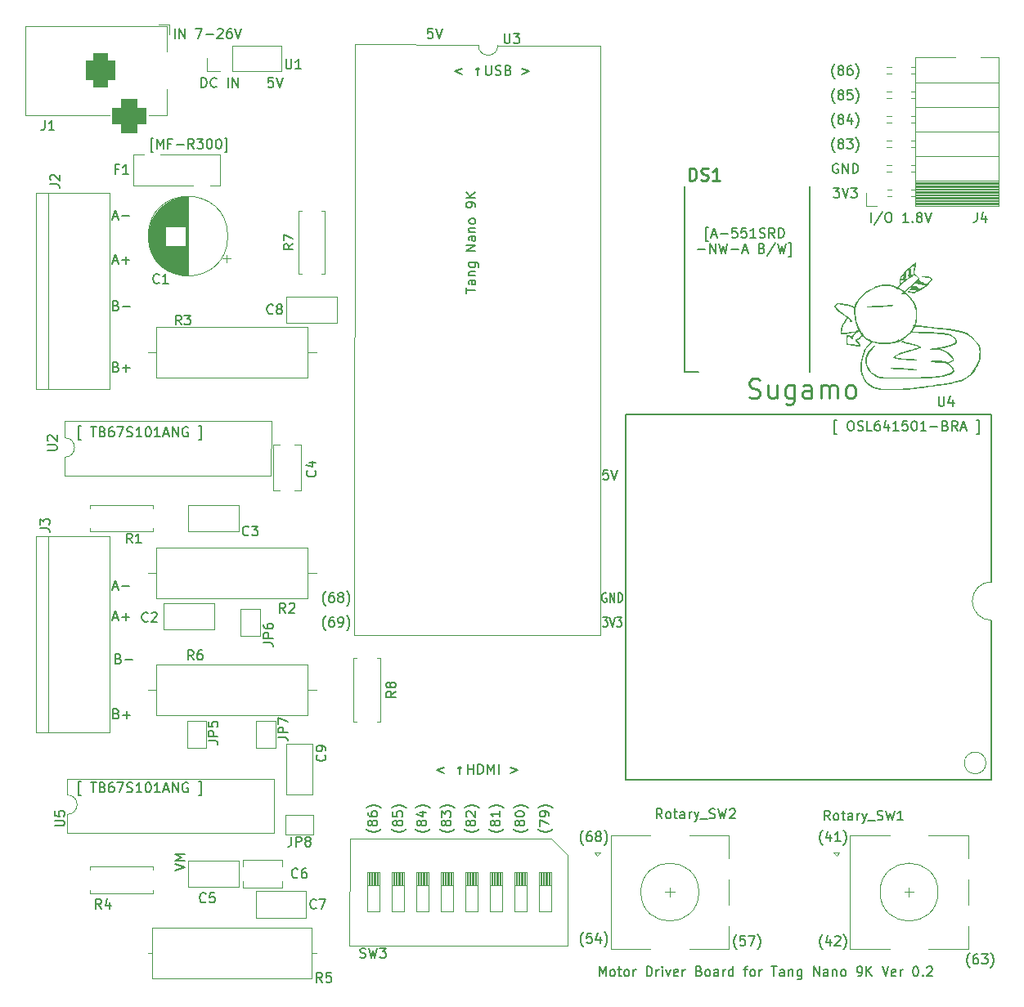
<source format=gto>
G04 #@! TF.GenerationSoftware,KiCad,Pcbnew,(6.0.9)*
G04 #@! TF.CreationDate,2023-01-01T16:59:07+09:00*
G04 #@! TF.ProjectId,tangnano9k_motordriver,74616e67-6e61-46e6-9f39-6b5f6d6f746f,rev?*
G04 #@! TF.SameCoordinates,Original*
G04 #@! TF.FileFunction,Legend,Top*
G04 #@! TF.FilePolarity,Positive*
%FSLAX46Y46*%
G04 Gerber Fmt 4.6, Leading zero omitted, Abs format (unit mm)*
G04 Created by KiCad (PCBNEW (6.0.9)) date 2023-01-01 16:59:07*
%MOMM*%
%LPD*%
G01*
G04 APERTURE LIST*
G04 Aperture macros list*
%AMRoundRect*
0 Rectangle with rounded corners*
0 $1 Rounding radius*
0 $2 $3 $4 $5 $6 $7 $8 $9 X,Y pos of 4 corners*
0 Add a 4 corners polygon primitive as box body*
4,1,4,$2,$3,$4,$5,$6,$7,$8,$9,$2,$3,0*
0 Add four circle primitives for the rounded corners*
1,1,$1+$1,$2,$3*
1,1,$1+$1,$4,$5*
1,1,$1+$1,$6,$7*
1,1,$1+$1,$8,$9*
0 Add four rect primitives between the rounded corners*
20,1,$1+$1,$2,$3,$4,$5,0*
20,1,$1+$1,$4,$5,$6,$7,0*
20,1,$1+$1,$6,$7,$8,$9,0*
20,1,$1+$1,$8,$9,$2,$3,0*%
%AMFreePoly0*
4,1,6,1.000000,0.000000,0.500000,-0.750000,-0.500000,-0.750000,-0.500000,0.750000,0.500000,0.750000,1.000000,0.000000,1.000000,0.000000,$1*%
%AMFreePoly1*
4,1,6,0.500000,-0.750000,-0.650000,-0.750000,-0.150000,0.000000,-0.650000,0.750000,0.500000,0.750000,0.500000,-0.750000,0.500000,-0.750000,$1*%
G04 Aperture macros list end*
%ADD10C,0.150000*%
%ADD11C,0.250000*%
%ADD12C,0.254000*%
%ADD13C,0.120000*%
%ADD14C,0.200000*%
%ADD15C,2.700000*%
%ADD16R,1.700000X1.700000*%
%ADD17C,1.700000*%
%ADD18C,1.600000*%
%ADD19O,1.600000X1.600000*%
%ADD20O,1.700000X1.700000*%
%ADD21C,2.400000*%
%ADD22O,2.400000X2.400000*%
%ADD23R,1.600000X1.600000*%
%ADD24FreePoly0,270.000000*%
%ADD25FreePoly1,270.000000*%
%ADD26R,2.000000X2.000000*%
%ADD27C,2.000000*%
%ADD28R,3.200000X2.000000*%
%ADD29R,1.000000X1.600000*%
%ADD30O,1.000000X1.600000*%
%ADD31R,1.100000X1.100000*%
%ADD32C,1.100000*%
%ADD33C,2.010000*%
%ADD34R,3.500000X3.500000*%
%ADD35RoundRect,0.750000X-0.750000X-1.000000X0.750000X-1.000000X0.750000X1.000000X-0.750000X1.000000X0*%
%ADD36RoundRect,0.875000X-0.875000X-0.875000X0.875000X-0.875000X0.875000X0.875000X-0.875000X0.875000X0*%
%ADD37C,3.000000*%
%ADD38FreePoly0,180.000000*%
%ADD39FreePoly1,180.000000*%
G04 APERTURE END LIST*
D10*
X102044523Y-47712380D02*
X101568333Y-47712380D01*
X101520714Y-48188571D01*
X101568333Y-48140952D01*
X101663571Y-48093333D01*
X101901666Y-48093333D01*
X101996904Y-48140952D01*
X102044523Y-48188571D01*
X102092142Y-48283809D01*
X102092142Y-48521904D01*
X102044523Y-48617142D01*
X101996904Y-48664761D01*
X101901666Y-48712380D01*
X101663571Y-48712380D01*
X101568333Y-48664761D01*
X101520714Y-48617142D01*
X102377857Y-47712380D02*
X102711190Y-48712380D01*
X103044523Y-47712380D01*
X65659761Y-127150714D02*
X65421666Y-127150714D01*
X65421666Y-125722142D01*
X65659761Y-125722142D01*
X66659761Y-125817380D02*
X67231190Y-125817380D01*
X66945476Y-126817380D02*
X66945476Y-125817380D01*
X67897857Y-126293571D02*
X68040714Y-126341190D01*
X68088333Y-126388809D01*
X68135952Y-126484047D01*
X68135952Y-126626904D01*
X68088333Y-126722142D01*
X68040714Y-126769761D01*
X67945476Y-126817380D01*
X67564523Y-126817380D01*
X67564523Y-125817380D01*
X67897857Y-125817380D01*
X67993095Y-125865000D01*
X68040714Y-125912619D01*
X68088333Y-126007857D01*
X68088333Y-126103095D01*
X68040714Y-126198333D01*
X67993095Y-126245952D01*
X67897857Y-126293571D01*
X67564523Y-126293571D01*
X68993095Y-125817380D02*
X68802619Y-125817380D01*
X68707380Y-125865000D01*
X68659761Y-125912619D01*
X68564523Y-126055476D01*
X68516904Y-126245952D01*
X68516904Y-126626904D01*
X68564523Y-126722142D01*
X68612142Y-126769761D01*
X68707380Y-126817380D01*
X68897857Y-126817380D01*
X68993095Y-126769761D01*
X69040714Y-126722142D01*
X69088333Y-126626904D01*
X69088333Y-126388809D01*
X69040714Y-126293571D01*
X68993095Y-126245952D01*
X68897857Y-126198333D01*
X68707380Y-126198333D01*
X68612142Y-126245952D01*
X68564523Y-126293571D01*
X68516904Y-126388809D01*
X69421666Y-125817380D02*
X70088333Y-125817380D01*
X69659761Y-126817380D01*
X70421666Y-126769761D02*
X70564523Y-126817380D01*
X70802619Y-126817380D01*
X70897857Y-126769761D01*
X70945476Y-126722142D01*
X70993095Y-126626904D01*
X70993095Y-126531666D01*
X70945476Y-126436428D01*
X70897857Y-126388809D01*
X70802619Y-126341190D01*
X70612142Y-126293571D01*
X70516904Y-126245952D01*
X70469285Y-126198333D01*
X70421666Y-126103095D01*
X70421666Y-126007857D01*
X70469285Y-125912619D01*
X70516904Y-125865000D01*
X70612142Y-125817380D01*
X70850238Y-125817380D01*
X70993095Y-125865000D01*
X71945476Y-126817380D02*
X71374047Y-126817380D01*
X71659761Y-126817380D02*
X71659761Y-125817380D01*
X71564523Y-125960238D01*
X71469285Y-126055476D01*
X71374047Y-126103095D01*
X72564523Y-125817380D02*
X72659761Y-125817380D01*
X72755000Y-125865000D01*
X72802619Y-125912619D01*
X72850238Y-126007857D01*
X72897857Y-126198333D01*
X72897857Y-126436428D01*
X72850238Y-126626904D01*
X72802619Y-126722142D01*
X72755000Y-126769761D01*
X72659761Y-126817380D01*
X72564523Y-126817380D01*
X72469285Y-126769761D01*
X72421666Y-126722142D01*
X72374047Y-126626904D01*
X72326428Y-126436428D01*
X72326428Y-126198333D01*
X72374047Y-126007857D01*
X72421666Y-125912619D01*
X72469285Y-125865000D01*
X72564523Y-125817380D01*
X73850238Y-126817380D02*
X73278809Y-126817380D01*
X73564523Y-126817380D02*
X73564523Y-125817380D01*
X73469285Y-125960238D01*
X73374047Y-126055476D01*
X73278809Y-126103095D01*
X74231190Y-126531666D02*
X74707380Y-126531666D01*
X74135952Y-126817380D02*
X74469285Y-125817380D01*
X74802619Y-126817380D01*
X75135952Y-126817380D02*
X75135952Y-125817380D01*
X75707380Y-126817380D01*
X75707380Y-125817380D01*
X76707380Y-125865000D02*
X76612142Y-125817380D01*
X76469285Y-125817380D01*
X76326428Y-125865000D01*
X76231190Y-125960238D01*
X76183571Y-126055476D01*
X76135952Y-126245952D01*
X76135952Y-126388809D01*
X76183571Y-126579285D01*
X76231190Y-126674523D01*
X76326428Y-126769761D01*
X76469285Y-126817380D01*
X76564523Y-126817380D01*
X76707380Y-126769761D01*
X76755000Y-126722142D01*
X76755000Y-126388809D01*
X76564523Y-126388809D01*
X77850238Y-127150714D02*
X78088333Y-127150714D01*
X78088333Y-125722142D01*
X77850238Y-125722142D01*
X144018095Y-61730000D02*
X143922857Y-61682380D01*
X143780000Y-61682380D01*
X143637142Y-61730000D01*
X143541904Y-61825238D01*
X143494285Y-61920476D01*
X143446666Y-62110952D01*
X143446666Y-62253809D01*
X143494285Y-62444285D01*
X143541904Y-62539523D01*
X143637142Y-62634761D01*
X143780000Y-62682380D01*
X143875238Y-62682380D01*
X144018095Y-62634761D01*
X144065714Y-62587142D01*
X144065714Y-62253809D01*
X143875238Y-62253809D01*
X144494285Y-62682380D02*
X144494285Y-61682380D01*
X145065714Y-62682380D01*
X145065714Y-61682380D01*
X145541904Y-62682380D02*
X145541904Y-61682380D01*
X145780000Y-61682380D01*
X145922857Y-61730000D01*
X146018095Y-61825238D01*
X146065714Y-61920476D01*
X146113333Y-62110952D01*
X146113333Y-62253809D01*
X146065714Y-62444285D01*
X146018095Y-62539523D01*
X145922857Y-62634761D01*
X145780000Y-62682380D01*
X145541904Y-62682380D01*
X143684761Y-57983333D02*
X143637142Y-57935714D01*
X143541904Y-57792857D01*
X143494285Y-57697619D01*
X143446666Y-57554761D01*
X143399047Y-57316666D01*
X143399047Y-57126190D01*
X143446666Y-56888095D01*
X143494285Y-56745238D01*
X143541904Y-56650000D01*
X143637142Y-56507142D01*
X143684761Y-56459523D01*
X144208571Y-57030952D02*
X144113333Y-56983333D01*
X144065714Y-56935714D01*
X144018095Y-56840476D01*
X144018095Y-56792857D01*
X144065714Y-56697619D01*
X144113333Y-56650000D01*
X144208571Y-56602380D01*
X144399047Y-56602380D01*
X144494285Y-56650000D01*
X144541904Y-56697619D01*
X144589523Y-56792857D01*
X144589523Y-56840476D01*
X144541904Y-56935714D01*
X144494285Y-56983333D01*
X144399047Y-57030952D01*
X144208571Y-57030952D01*
X144113333Y-57078571D01*
X144065714Y-57126190D01*
X144018095Y-57221428D01*
X144018095Y-57411904D01*
X144065714Y-57507142D01*
X144113333Y-57554761D01*
X144208571Y-57602380D01*
X144399047Y-57602380D01*
X144494285Y-57554761D01*
X144541904Y-57507142D01*
X144589523Y-57411904D01*
X144589523Y-57221428D01*
X144541904Y-57126190D01*
X144494285Y-57078571D01*
X144399047Y-57030952D01*
X145446666Y-56935714D02*
X145446666Y-57602380D01*
X145208571Y-56554761D02*
X144970476Y-57269047D01*
X145589523Y-57269047D01*
X145875238Y-57983333D02*
X145922857Y-57935714D01*
X146018095Y-57792857D01*
X146065714Y-57697619D01*
X146113333Y-57554761D01*
X146160952Y-57316666D01*
X146160952Y-57126190D01*
X146113333Y-56888095D01*
X146065714Y-56745238D01*
X146018095Y-56650000D01*
X145922857Y-56507142D01*
X145875238Y-56459523D01*
X68992857Y-105576666D02*
X69469047Y-105576666D01*
X68897619Y-105862380D02*
X69230952Y-104862380D01*
X69564285Y-105862380D01*
X69897619Y-105481428D02*
X70659523Y-105481428D01*
X114498333Y-130635238D02*
X114450714Y-130682857D01*
X114307857Y-130778095D01*
X114212619Y-130825714D01*
X114069761Y-130873333D01*
X113831666Y-130920952D01*
X113641190Y-130920952D01*
X113403095Y-130873333D01*
X113260238Y-130825714D01*
X113165000Y-130778095D01*
X113022142Y-130682857D01*
X112974523Y-130635238D01*
X113117380Y-130349523D02*
X113117380Y-129682857D01*
X114117380Y-130111428D01*
X114117380Y-129254285D02*
X114117380Y-129063809D01*
X114069761Y-128968571D01*
X114022142Y-128920952D01*
X113879285Y-128825714D01*
X113688809Y-128778095D01*
X113307857Y-128778095D01*
X113212619Y-128825714D01*
X113165000Y-128873333D01*
X113117380Y-128968571D01*
X113117380Y-129159047D01*
X113165000Y-129254285D01*
X113212619Y-129301904D01*
X113307857Y-129349523D01*
X113545952Y-129349523D01*
X113641190Y-129301904D01*
X113688809Y-129254285D01*
X113736428Y-129159047D01*
X113736428Y-128968571D01*
X113688809Y-128873333D01*
X113641190Y-128825714D01*
X113545952Y-128778095D01*
X114498333Y-128444761D02*
X114450714Y-128397142D01*
X114307857Y-128301904D01*
X114212619Y-128254285D01*
X114069761Y-128206666D01*
X113831666Y-128159047D01*
X113641190Y-128159047D01*
X113403095Y-128206666D01*
X113260238Y-128254285D01*
X113165000Y-128301904D01*
X113022142Y-128397142D01*
X112974523Y-128444761D01*
X142414761Y-143073333D02*
X142367142Y-143025714D01*
X142271904Y-142882857D01*
X142224285Y-142787619D01*
X142176666Y-142644761D01*
X142129047Y-142406666D01*
X142129047Y-142216190D01*
X142176666Y-141978095D01*
X142224285Y-141835238D01*
X142271904Y-141740000D01*
X142367142Y-141597142D01*
X142414761Y-141549523D01*
X143224285Y-142025714D02*
X143224285Y-142692380D01*
X142986190Y-141644761D02*
X142748095Y-142359047D01*
X143367142Y-142359047D01*
X143700476Y-141787619D02*
X143748095Y-141740000D01*
X143843333Y-141692380D01*
X144081428Y-141692380D01*
X144176666Y-141740000D01*
X144224285Y-141787619D01*
X144271904Y-141882857D01*
X144271904Y-141978095D01*
X144224285Y-142120952D01*
X143652857Y-142692380D01*
X144271904Y-142692380D01*
X144605238Y-143073333D02*
X144652857Y-143025714D01*
X144748095Y-142882857D01*
X144795714Y-142787619D01*
X144843333Y-142644761D01*
X144890952Y-142406666D01*
X144890952Y-142216190D01*
X144843333Y-141978095D01*
X144795714Y-141835238D01*
X144748095Y-141740000D01*
X144652857Y-141597142D01*
X144605238Y-141549523D01*
X69556380Y-112958571D02*
X69699238Y-113006190D01*
X69746857Y-113053809D01*
X69794476Y-113149047D01*
X69794476Y-113291904D01*
X69746857Y-113387142D01*
X69699238Y-113434761D01*
X69604000Y-113482380D01*
X69223047Y-113482380D01*
X69223047Y-112482380D01*
X69556380Y-112482380D01*
X69651619Y-112530000D01*
X69699238Y-112577619D01*
X69746857Y-112672857D01*
X69746857Y-112768095D01*
X69699238Y-112863333D01*
X69651619Y-112910952D01*
X69556380Y-112958571D01*
X69223047Y-112958571D01*
X70223047Y-113101428D02*
X70984952Y-113101428D01*
X142414761Y-132278333D02*
X142367142Y-132230714D01*
X142271904Y-132087857D01*
X142224285Y-131992619D01*
X142176666Y-131849761D01*
X142129047Y-131611666D01*
X142129047Y-131421190D01*
X142176666Y-131183095D01*
X142224285Y-131040238D01*
X142271904Y-130945000D01*
X142367142Y-130802142D01*
X142414761Y-130754523D01*
X143224285Y-131230714D02*
X143224285Y-131897380D01*
X142986190Y-130849761D02*
X142748095Y-131564047D01*
X143367142Y-131564047D01*
X144271904Y-131897380D02*
X143700476Y-131897380D01*
X143986190Y-131897380D02*
X143986190Y-130897380D01*
X143890952Y-131040238D01*
X143795714Y-131135476D01*
X143700476Y-131183095D01*
X144605238Y-132278333D02*
X144652857Y-132230714D01*
X144748095Y-132087857D01*
X144795714Y-131992619D01*
X144843333Y-131849761D01*
X144890952Y-131611666D01*
X144890952Y-131421190D01*
X144843333Y-131183095D01*
X144795714Y-131040238D01*
X144748095Y-130945000D01*
X144652857Y-130802142D01*
X144605238Y-130754523D01*
X117649761Y-132278333D02*
X117602142Y-132230714D01*
X117506904Y-132087857D01*
X117459285Y-131992619D01*
X117411666Y-131849761D01*
X117364047Y-131611666D01*
X117364047Y-131421190D01*
X117411666Y-131183095D01*
X117459285Y-131040238D01*
X117506904Y-130945000D01*
X117602142Y-130802142D01*
X117649761Y-130754523D01*
X118459285Y-130897380D02*
X118268809Y-130897380D01*
X118173571Y-130945000D01*
X118125952Y-130992619D01*
X118030714Y-131135476D01*
X117983095Y-131325952D01*
X117983095Y-131706904D01*
X118030714Y-131802142D01*
X118078333Y-131849761D01*
X118173571Y-131897380D01*
X118364047Y-131897380D01*
X118459285Y-131849761D01*
X118506904Y-131802142D01*
X118554523Y-131706904D01*
X118554523Y-131468809D01*
X118506904Y-131373571D01*
X118459285Y-131325952D01*
X118364047Y-131278333D01*
X118173571Y-131278333D01*
X118078333Y-131325952D01*
X118030714Y-131373571D01*
X117983095Y-131468809D01*
X119125952Y-131325952D02*
X119030714Y-131278333D01*
X118983095Y-131230714D01*
X118935476Y-131135476D01*
X118935476Y-131087857D01*
X118983095Y-130992619D01*
X119030714Y-130945000D01*
X119125952Y-130897380D01*
X119316428Y-130897380D01*
X119411666Y-130945000D01*
X119459285Y-130992619D01*
X119506904Y-131087857D01*
X119506904Y-131135476D01*
X119459285Y-131230714D01*
X119411666Y-131278333D01*
X119316428Y-131325952D01*
X119125952Y-131325952D01*
X119030714Y-131373571D01*
X118983095Y-131421190D01*
X118935476Y-131516428D01*
X118935476Y-131706904D01*
X118983095Y-131802142D01*
X119030714Y-131849761D01*
X119125952Y-131897380D01*
X119316428Y-131897380D01*
X119411666Y-131849761D01*
X119459285Y-131802142D01*
X119506904Y-131706904D01*
X119506904Y-131516428D01*
X119459285Y-131421190D01*
X119411666Y-131373571D01*
X119316428Y-131325952D01*
X119840238Y-132278333D02*
X119887857Y-132230714D01*
X119983095Y-132087857D01*
X120030714Y-131992619D01*
X120078333Y-131849761D01*
X120125952Y-131611666D01*
X120125952Y-131421190D01*
X120078333Y-131183095D01*
X120030714Y-131040238D01*
X119983095Y-130945000D01*
X119887857Y-130802142D01*
X119840238Y-130754523D01*
X99333333Y-130635238D02*
X99285714Y-130682857D01*
X99142857Y-130778095D01*
X99047619Y-130825714D01*
X98904761Y-130873333D01*
X98666666Y-130920952D01*
X98476190Y-130920952D01*
X98238095Y-130873333D01*
X98095238Y-130825714D01*
X98000000Y-130778095D01*
X97857142Y-130682857D01*
X97809523Y-130635238D01*
X98380952Y-130111428D02*
X98333333Y-130206666D01*
X98285714Y-130254285D01*
X98190476Y-130301904D01*
X98142857Y-130301904D01*
X98047619Y-130254285D01*
X98000000Y-130206666D01*
X97952380Y-130111428D01*
X97952380Y-129920952D01*
X98000000Y-129825714D01*
X98047619Y-129778095D01*
X98142857Y-129730476D01*
X98190476Y-129730476D01*
X98285714Y-129778095D01*
X98333333Y-129825714D01*
X98380952Y-129920952D01*
X98380952Y-130111428D01*
X98428571Y-130206666D01*
X98476190Y-130254285D01*
X98571428Y-130301904D01*
X98761904Y-130301904D01*
X98857142Y-130254285D01*
X98904761Y-130206666D01*
X98952380Y-130111428D01*
X98952380Y-129920952D01*
X98904761Y-129825714D01*
X98857142Y-129778095D01*
X98761904Y-129730476D01*
X98571428Y-129730476D01*
X98476190Y-129778095D01*
X98428571Y-129825714D01*
X98380952Y-129920952D01*
X97952380Y-128825714D02*
X97952380Y-129301904D01*
X98428571Y-129349523D01*
X98380952Y-129301904D01*
X98333333Y-129206666D01*
X98333333Y-128968571D01*
X98380952Y-128873333D01*
X98428571Y-128825714D01*
X98523809Y-128778095D01*
X98761904Y-128778095D01*
X98857142Y-128825714D01*
X98904761Y-128873333D01*
X98952380Y-128968571D01*
X98952380Y-129206666D01*
X98904761Y-129301904D01*
X98857142Y-129349523D01*
X99333333Y-128444761D02*
X99285714Y-128397142D01*
X99142857Y-128301904D01*
X99047619Y-128254285D01*
X98904761Y-128206666D01*
X98666666Y-128159047D01*
X98476190Y-128159047D01*
X98238095Y-128206666D01*
X98095238Y-128254285D01*
X98000000Y-128301904D01*
X97857142Y-128397142D01*
X97809523Y-128444761D01*
X143684761Y-52903333D02*
X143637142Y-52855714D01*
X143541904Y-52712857D01*
X143494285Y-52617619D01*
X143446666Y-52474761D01*
X143399047Y-52236666D01*
X143399047Y-52046190D01*
X143446666Y-51808095D01*
X143494285Y-51665238D01*
X143541904Y-51570000D01*
X143637142Y-51427142D01*
X143684761Y-51379523D01*
X144208571Y-51950952D02*
X144113333Y-51903333D01*
X144065714Y-51855714D01*
X144018095Y-51760476D01*
X144018095Y-51712857D01*
X144065714Y-51617619D01*
X144113333Y-51570000D01*
X144208571Y-51522380D01*
X144399047Y-51522380D01*
X144494285Y-51570000D01*
X144541904Y-51617619D01*
X144589523Y-51712857D01*
X144589523Y-51760476D01*
X144541904Y-51855714D01*
X144494285Y-51903333D01*
X144399047Y-51950952D01*
X144208571Y-51950952D01*
X144113333Y-51998571D01*
X144065714Y-52046190D01*
X144018095Y-52141428D01*
X144018095Y-52331904D01*
X144065714Y-52427142D01*
X144113333Y-52474761D01*
X144208571Y-52522380D01*
X144399047Y-52522380D01*
X144494285Y-52474761D01*
X144541904Y-52427142D01*
X144589523Y-52331904D01*
X144589523Y-52141428D01*
X144541904Y-52046190D01*
X144494285Y-51998571D01*
X144399047Y-51950952D01*
X145446666Y-51522380D02*
X145256190Y-51522380D01*
X145160952Y-51570000D01*
X145113333Y-51617619D01*
X145018095Y-51760476D01*
X144970476Y-51950952D01*
X144970476Y-52331904D01*
X145018095Y-52427142D01*
X145065714Y-52474761D01*
X145160952Y-52522380D01*
X145351428Y-52522380D01*
X145446666Y-52474761D01*
X145494285Y-52427142D01*
X145541904Y-52331904D01*
X145541904Y-52093809D01*
X145494285Y-51998571D01*
X145446666Y-51950952D01*
X145351428Y-51903333D01*
X145160952Y-51903333D01*
X145065714Y-51950952D01*
X145018095Y-51998571D01*
X144970476Y-52093809D01*
X145875238Y-52903333D02*
X145922857Y-52855714D01*
X146018095Y-52712857D01*
X146065714Y-52617619D01*
X146113333Y-52474761D01*
X146160952Y-52236666D01*
X146160952Y-52046190D01*
X146113333Y-51808095D01*
X146065714Y-51665238D01*
X146018095Y-51570000D01*
X145922857Y-51427142D01*
X145875238Y-51379523D01*
X65659761Y-90320714D02*
X65421666Y-90320714D01*
X65421666Y-88892142D01*
X65659761Y-88892142D01*
X66659761Y-88987380D02*
X67231190Y-88987380D01*
X66945476Y-89987380D02*
X66945476Y-88987380D01*
X67897857Y-89463571D02*
X68040714Y-89511190D01*
X68088333Y-89558809D01*
X68135952Y-89654047D01*
X68135952Y-89796904D01*
X68088333Y-89892142D01*
X68040714Y-89939761D01*
X67945476Y-89987380D01*
X67564523Y-89987380D01*
X67564523Y-88987380D01*
X67897857Y-88987380D01*
X67993095Y-89035000D01*
X68040714Y-89082619D01*
X68088333Y-89177857D01*
X68088333Y-89273095D01*
X68040714Y-89368333D01*
X67993095Y-89415952D01*
X67897857Y-89463571D01*
X67564523Y-89463571D01*
X68993095Y-88987380D02*
X68802619Y-88987380D01*
X68707380Y-89035000D01*
X68659761Y-89082619D01*
X68564523Y-89225476D01*
X68516904Y-89415952D01*
X68516904Y-89796904D01*
X68564523Y-89892142D01*
X68612142Y-89939761D01*
X68707380Y-89987380D01*
X68897857Y-89987380D01*
X68993095Y-89939761D01*
X69040714Y-89892142D01*
X69088333Y-89796904D01*
X69088333Y-89558809D01*
X69040714Y-89463571D01*
X68993095Y-89415952D01*
X68897857Y-89368333D01*
X68707380Y-89368333D01*
X68612142Y-89415952D01*
X68564523Y-89463571D01*
X68516904Y-89558809D01*
X69421666Y-88987380D02*
X70088333Y-88987380D01*
X69659761Y-89987380D01*
X70421666Y-89939761D02*
X70564523Y-89987380D01*
X70802619Y-89987380D01*
X70897857Y-89939761D01*
X70945476Y-89892142D01*
X70993095Y-89796904D01*
X70993095Y-89701666D01*
X70945476Y-89606428D01*
X70897857Y-89558809D01*
X70802619Y-89511190D01*
X70612142Y-89463571D01*
X70516904Y-89415952D01*
X70469285Y-89368333D01*
X70421666Y-89273095D01*
X70421666Y-89177857D01*
X70469285Y-89082619D01*
X70516904Y-89035000D01*
X70612142Y-88987380D01*
X70850238Y-88987380D01*
X70993095Y-89035000D01*
X71945476Y-89987380D02*
X71374047Y-89987380D01*
X71659761Y-89987380D02*
X71659761Y-88987380D01*
X71564523Y-89130238D01*
X71469285Y-89225476D01*
X71374047Y-89273095D01*
X72564523Y-88987380D02*
X72659761Y-88987380D01*
X72755000Y-89035000D01*
X72802619Y-89082619D01*
X72850238Y-89177857D01*
X72897857Y-89368333D01*
X72897857Y-89606428D01*
X72850238Y-89796904D01*
X72802619Y-89892142D01*
X72755000Y-89939761D01*
X72659761Y-89987380D01*
X72564523Y-89987380D01*
X72469285Y-89939761D01*
X72421666Y-89892142D01*
X72374047Y-89796904D01*
X72326428Y-89606428D01*
X72326428Y-89368333D01*
X72374047Y-89177857D01*
X72421666Y-89082619D01*
X72469285Y-89035000D01*
X72564523Y-88987380D01*
X73850238Y-89987380D02*
X73278809Y-89987380D01*
X73564523Y-89987380D02*
X73564523Y-88987380D01*
X73469285Y-89130238D01*
X73374047Y-89225476D01*
X73278809Y-89273095D01*
X74231190Y-89701666D02*
X74707380Y-89701666D01*
X74135952Y-89987380D02*
X74469285Y-88987380D01*
X74802619Y-89987380D01*
X75135952Y-89987380D02*
X75135952Y-88987380D01*
X75707380Y-89987380D01*
X75707380Y-88987380D01*
X76707380Y-89035000D02*
X76612142Y-88987380D01*
X76469285Y-88987380D01*
X76326428Y-89035000D01*
X76231190Y-89130238D01*
X76183571Y-89225476D01*
X76135952Y-89415952D01*
X76135952Y-89558809D01*
X76183571Y-89749285D01*
X76231190Y-89844523D01*
X76326428Y-89939761D01*
X76469285Y-89987380D01*
X76564523Y-89987380D01*
X76707380Y-89939761D01*
X76755000Y-89892142D01*
X76755000Y-89558809D01*
X76564523Y-89558809D01*
X77850238Y-90320714D02*
X78088333Y-90320714D01*
X78088333Y-88892142D01*
X77850238Y-88892142D01*
X143684761Y-60523333D02*
X143637142Y-60475714D01*
X143541904Y-60332857D01*
X143494285Y-60237619D01*
X143446666Y-60094761D01*
X143399047Y-59856666D01*
X143399047Y-59666190D01*
X143446666Y-59428095D01*
X143494285Y-59285238D01*
X143541904Y-59190000D01*
X143637142Y-59047142D01*
X143684761Y-58999523D01*
X144208571Y-59570952D02*
X144113333Y-59523333D01*
X144065714Y-59475714D01*
X144018095Y-59380476D01*
X144018095Y-59332857D01*
X144065714Y-59237619D01*
X144113333Y-59190000D01*
X144208571Y-59142380D01*
X144399047Y-59142380D01*
X144494285Y-59190000D01*
X144541904Y-59237619D01*
X144589523Y-59332857D01*
X144589523Y-59380476D01*
X144541904Y-59475714D01*
X144494285Y-59523333D01*
X144399047Y-59570952D01*
X144208571Y-59570952D01*
X144113333Y-59618571D01*
X144065714Y-59666190D01*
X144018095Y-59761428D01*
X144018095Y-59951904D01*
X144065714Y-60047142D01*
X144113333Y-60094761D01*
X144208571Y-60142380D01*
X144399047Y-60142380D01*
X144494285Y-60094761D01*
X144541904Y-60047142D01*
X144589523Y-59951904D01*
X144589523Y-59761428D01*
X144541904Y-59666190D01*
X144494285Y-59618571D01*
X144399047Y-59570952D01*
X144922857Y-59142380D02*
X145541904Y-59142380D01*
X145208571Y-59523333D01*
X145351428Y-59523333D01*
X145446666Y-59570952D01*
X145494285Y-59618571D01*
X145541904Y-59713809D01*
X145541904Y-59951904D01*
X145494285Y-60047142D01*
X145446666Y-60094761D01*
X145351428Y-60142380D01*
X145065714Y-60142380D01*
X144970476Y-60094761D01*
X144922857Y-60047142D01*
X145875238Y-60523333D02*
X145922857Y-60475714D01*
X146018095Y-60332857D01*
X146065714Y-60237619D01*
X146113333Y-60094761D01*
X146160952Y-59856666D01*
X146160952Y-59666190D01*
X146113333Y-59428095D01*
X146065714Y-59285238D01*
X146018095Y-59190000D01*
X145922857Y-59047142D01*
X145875238Y-58999523D01*
X75377219Y-134889761D02*
X76377219Y-134556428D01*
X75377219Y-134223095D01*
X76377219Y-133889761D02*
X75377219Y-133889761D01*
X76091505Y-133556428D01*
X75377219Y-133223095D01*
X76377219Y-133223095D01*
X96718333Y-130635238D02*
X96670714Y-130682857D01*
X96527857Y-130778095D01*
X96432619Y-130825714D01*
X96289761Y-130873333D01*
X96051666Y-130920952D01*
X95861190Y-130920952D01*
X95623095Y-130873333D01*
X95480238Y-130825714D01*
X95385000Y-130778095D01*
X95242142Y-130682857D01*
X95194523Y-130635238D01*
X95765952Y-130111428D02*
X95718333Y-130206666D01*
X95670714Y-130254285D01*
X95575476Y-130301904D01*
X95527857Y-130301904D01*
X95432619Y-130254285D01*
X95385000Y-130206666D01*
X95337380Y-130111428D01*
X95337380Y-129920952D01*
X95385000Y-129825714D01*
X95432619Y-129778095D01*
X95527857Y-129730476D01*
X95575476Y-129730476D01*
X95670714Y-129778095D01*
X95718333Y-129825714D01*
X95765952Y-129920952D01*
X95765952Y-130111428D01*
X95813571Y-130206666D01*
X95861190Y-130254285D01*
X95956428Y-130301904D01*
X96146904Y-130301904D01*
X96242142Y-130254285D01*
X96289761Y-130206666D01*
X96337380Y-130111428D01*
X96337380Y-129920952D01*
X96289761Y-129825714D01*
X96242142Y-129778095D01*
X96146904Y-129730476D01*
X95956428Y-129730476D01*
X95861190Y-129778095D01*
X95813571Y-129825714D01*
X95765952Y-129920952D01*
X95337380Y-128873333D02*
X95337380Y-129063809D01*
X95385000Y-129159047D01*
X95432619Y-129206666D01*
X95575476Y-129301904D01*
X95765952Y-129349523D01*
X96146904Y-129349523D01*
X96242142Y-129301904D01*
X96289761Y-129254285D01*
X96337380Y-129159047D01*
X96337380Y-128968571D01*
X96289761Y-128873333D01*
X96242142Y-128825714D01*
X96146904Y-128778095D01*
X95908809Y-128778095D01*
X95813571Y-128825714D01*
X95765952Y-128873333D01*
X95718333Y-128968571D01*
X95718333Y-129159047D01*
X95765952Y-129254285D01*
X95813571Y-129301904D01*
X95908809Y-129349523D01*
X96718333Y-128444761D02*
X96670714Y-128397142D01*
X96527857Y-128301904D01*
X96432619Y-128254285D01*
X96289761Y-128206666D01*
X96051666Y-128159047D01*
X95861190Y-128159047D01*
X95623095Y-128206666D01*
X95480238Y-128254285D01*
X95385000Y-128301904D01*
X95242142Y-128397142D01*
X95194523Y-128444761D01*
X101798333Y-130635238D02*
X101750714Y-130682857D01*
X101607857Y-130778095D01*
X101512619Y-130825714D01*
X101369761Y-130873333D01*
X101131666Y-130920952D01*
X100941190Y-130920952D01*
X100703095Y-130873333D01*
X100560238Y-130825714D01*
X100465000Y-130778095D01*
X100322142Y-130682857D01*
X100274523Y-130635238D01*
X100845952Y-130111428D02*
X100798333Y-130206666D01*
X100750714Y-130254285D01*
X100655476Y-130301904D01*
X100607857Y-130301904D01*
X100512619Y-130254285D01*
X100465000Y-130206666D01*
X100417380Y-130111428D01*
X100417380Y-129920952D01*
X100465000Y-129825714D01*
X100512619Y-129778095D01*
X100607857Y-129730476D01*
X100655476Y-129730476D01*
X100750714Y-129778095D01*
X100798333Y-129825714D01*
X100845952Y-129920952D01*
X100845952Y-130111428D01*
X100893571Y-130206666D01*
X100941190Y-130254285D01*
X101036428Y-130301904D01*
X101226904Y-130301904D01*
X101322142Y-130254285D01*
X101369761Y-130206666D01*
X101417380Y-130111428D01*
X101417380Y-129920952D01*
X101369761Y-129825714D01*
X101322142Y-129778095D01*
X101226904Y-129730476D01*
X101036428Y-129730476D01*
X100941190Y-129778095D01*
X100893571Y-129825714D01*
X100845952Y-129920952D01*
X100750714Y-128873333D02*
X101417380Y-128873333D01*
X100369761Y-129111428D02*
X101084047Y-129349523D01*
X101084047Y-128730476D01*
X101798333Y-128444761D02*
X101750714Y-128397142D01*
X101607857Y-128301904D01*
X101512619Y-128254285D01*
X101369761Y-128206666D01*
X101131666Y-128159047D01*
X100941190Y-128159047D01*
X100703095Y-128206666D01*
X100560238Y-128254285D01*
X100465000Y-128301904D01*
X100322142Y-128397142D01*
X100274523Y-128444761D01*
X73144523Y-60475714D02*
X72906428Y-60475714D01*
X72906428Y-59047142D01*
X73144523Y-59047142D01*
X73525476Y-60142380D02*
X73525476Y-59142380D01*
X73858809Y-59856666D01*
X74192142Y-59142380D01*
X74192142Y-60142380D01*
X75001666Y-59618571D02*
X74668333Y-59618571D01*
X74668333Y-60142380D02*
X74668333Y-59142380D01*
X75144523Y-59142380D01*
X75525476Y-59761428D02*
X76287380Y-59761428D01*
X77335000Y-60142380D02*
X77001666Y-59666190D01*
X76763571Y-60142380D02*
X76763571Y-59142380D01*
X77144523Y-59142380D01*
X77239761Y-59190000D01*
X77287380Y-59237619D01*
X77335000Y-59332857D01*
X77335000Y-59475714D01*
X77287380Y-59570952D01*
X77239761Y-59618571D01*
X77144523Y-59666190D01*
X76763571Y-59666190D01*
X77668333Y-59142380D02*
X78287380Y-59142380D01*
X77954047Y-59523333D01*
X78096904Y-59523333D01*
X78192142Y-59570952D01*
X78239761Y-59618571D01*
X78287380Y-59713809D01*
X78287380Y-59951904D01*
X78239761Y-60047142D01*
X78192142Y-60094761D01*
X78096904Y-60142380D01*
X77811190Y-60142380D01*
X77715952Y-60094761D01*
X77668333Y-60047142D01*
X78906428Y-59142380D02*
X79001666Y-59142380D01*
X79096904Y-59190000D01*
X79144523Y-59237619D01*
X79192142Y-59332857D01*
X79239761Y-59523333D01*
X79239761Y-59761428D01*
X79192142Y-59951904D01*
X79144523Y-60047142D01*
X79096904Y-60094761D01*
X79001666Y-60142380D01*
X78906428Y-60142380D01*
X78811190Y-60094761D01*
X78763571Y-60047142D01*
X78715952Y-59951904D01*
X78668333Y-59761428D01*
X78668333Y-59523333D01*
X78715952Y-59332857D01*
X78763571Y-59237619D01*
X78811190Y-59190000D01*
X78906428Y-59142380D01*
X79858809Y-59142380D02*
X79954047Y-59142380D01*
X80049285Y-59190000D01*
X80096904Y-59237619D01*
X80144523Y-59332857D01*
X80192142Y-59523333D01*
X80192142Y-59761428D01*
X80144523Y-59951904D01*
X80096904Y-60047142D01*
X80049285Y-60094761D01*
X79954047Y-60142380D01*
X79858809Y-60142380D01*
X79763571Y-60094761D01*
X79715952Y-60047142D01*
X79668333Y-59951904D01*
X79620714Y-59761428D01*
X79620714Y-59523333D01*
X79668333Y-59332857D01*
X79715952Y-59237619D01*
X79763571Y-59190000D01*
X79858809Y-59142380D01*
X80525476Y-60475714D02*
X80763571Y-60475714D01*
X80763571Y-59047142D01*
X80525476Y-59047142D01*
X143915714Y-89685714D02*
X143677619Y-89685714D01*
X143677619Y-88257142D01*
X143915714Y-88257142D01*
X145249047Y-88352380D02*
X145439523Y-88352380D01*
X145534761Y-88400000D01*
X145630000Y-88495238D01*
X145677619Y-88685714D01*
X145677619Y-89019047D01*
X145630000Y-89209523D01*
X145534761Y-89304761D01*
X145439523Y-89352380D01*
X145249047Y-89352380D01*
X145153809Y-89304761D01*
X145058571Y-89209523D01*
X145010952Y-89019047D01*
X145010952Y-88685714D01*
X145058571Y-88495238D01*
X145153809Y-88400000D01*
X145249047Y-88352380D01*
X146058571Y-89304761D02*
X146201428Y-89352380D01*
X146439523Y-89352380D01*
X146534761Y-89304761D01*
X146582380Y-89257142D01*
X146630000Y-89161904D01*
X146630000Y-89066666D01*
X146582380Y-88971428D01*
X146534761Y-88923809D01*
X146439523Y-88876190D01*
X146249047Y-88828571D01*
X146153809Y-88780952D01*
X146106190Y-88733333D01*
X146058571Y-88638095D01*
X146058571Y-88542857D01*
X146106190Y-88447619D01*
X146153809Y-88400000D01*
X146249047Y-88352380D01*
X146487142Y-88352380D01*
X146630000Y-88400000D01*
X147534761Y-89352380D02*
X147058571Y-89352380D01*
X147058571Y-88352380D01*
X148296666Y-88352380D02*
X148106190Y-88352380D01*
X148010952Y-88400000D01*
X147963333Y-88447619D01*
X147868095Y-88590476D01*
X147820476Y-88780952D01*
X147820476Y-89161904D01*
X147868095Y-89257142D01*
X147915714Y-89304761D01*
X148010952Y-89352380D01*
X148201428Y-89352380D01*
X148296666Y-89304761D01*
X148344285Y-89257142D01*
X148391904Y-89161904D01*
X148391904Y-88923809D01*
X148344285Y-88828571D01*
X148296666Y-88780952D01*
X148201428Y-88733333D01*
X148010952Y-88733333D01*
X147915714Y-88780952D01*
X147868095Y-88828571D01*
X147820476Y-88923809D01*
X149249047Y-88685714D02*
X149249047Y-89352380D01*
X149010952Y-88304761D02*
X148772857Y-89019047D01*
X149391904Y-89019047D01*
X150296666Y-89352380D02*
X149725238Y-89352380D01*
X150010952Y-89352380D02*
X150010952Y-88352380D01*
X149915714Y-88495238D01*
X149820476Y-88590476D01*
X149725238Y-88638095D01*
X151201428Y-88352380D02*
X150725238Y-88352380D01*
X150677619Y-88828571D01*
X150725238Y-88780952D01*
X150820476Y-88733333D01*
X151058571Y-88733333D01*
X151153809Y-88780952D01*
X151201428Y-88828571D01*
X151249047Y-88923809D01*
X151249047Y-89161904D01*
X151201428Y-89257142D01*
X151153809Y-89304761D01*
X151058571Y-89352380D01*
X150820476Y-89352380D01*
X150725238Y-89304761D01*
X150677619Y-89257142D01*
X151868095Y-88352380D02*
X151963333Y-88352380D01*
X152058571Y-88400000D01*
X152106190Y-88447619D01*
X152153809Y-88542857D01*
X152201428Y-88733333D01*
X152201428Y-88971428D01*
X152153809Y-89161904D01*
X152106190Y-89257142D01*
X152058571Y-89304761D01*
X151963333Y-89352380D01*
X151868095Y-89352380D01*
X151772857Y-89304761D01*
X151725238Y-89257142D01*
X151677619Y-89161904D01*
X151630000Y-88971428D01*
X151630000Y-88733333D01*
X151677619Y-88542857D01*
X151725238Y-88447619D01*
X151772857Y-88400000D01*
X151868095Y-88352380D01*
X153153809Y-89352380D02*
X152582380Y-89352380D01*
X152868095Y-89352380D02*
X152868095Y-88352380D01*
X152772857Y-88495238D01*
X152677619Y-88590476D01*
X152582380Y-88638095D01*
X153582380Y-88971428D02*
X154344285Y-88971428D01*
X155153809Y-88828571D02*
X155296666Y-88876190D01*
X155344285Y-88923809D01*
X155391904Y-89019047D01*
X155391904Y-89161904D01*
X155344285Y-89257142D01*
X155296666Y-89304761D01*
X155201428Y-89352380D01*
X154820476Y-89352380D01*
X154820476Y-88352380D01*
X155153809Y-88352380D01*
X155249047Y-88400000D01*
X155296666Y-88447619D01*
X155344285Y-88542857D01*
X155344285Y-88638095D01*
X155296666Y-88733333D01*
X155249047Y-88780952D01*
X155153809Y-88828571D01*
X154820476Y-88828571D01*
X156391904Y-89352380D02*
X156058571Y-88876190D01*
X155820476Y-89352380D02*
X155820476Y-88352380D01*
X156201428Y-88352380D01*
X156296666Y-88400000D01*
X156344285Y-88447619D01*
X156391904Y-88542857D01*
X156391904Y-88685714D01*
X156344285Y-88780952D01*
X156296666Y-88828571D01*
X156201428Y-88876190D01*
X155820476Y-88876190D01*
X156772857Y-89066666D02*
X157249047Y-89066666D01*
X156677619Y-89352380D02*
X157010952Y-88352380D01*
X157344285Y-89352380D01*
X158344285Y-89685714D02*
X158582380Y-89685714D01*
X158582380Y-88257142D01*
X158344285Y-88257142D01*
X69324659Y-118673571D02*
X69467517Y-118721190D01*
X69515136Y-118768809D01*
X69562755Y-118864047D01*
X69562755Y-119006904D01*
X69515136Y-119102142D01*
X69467517Y-119149761D01*
X69372279Y-119197380D01*
X68991326Y-119197380D01*
X68991326Y-118197380D01*
X69324659Y-118197380D01*
X69419898Y-118245000D01*
X69467517Y-118292619D01*
X69515136Y-118387857D01*
X69515136Y-118483095D01*
X69467517Y-118578333D01*
X69419898Y-118625952D01*
X69324659Y-118673571D01*
X68991326Y-118673571D01*
X69991326Y-118816428D02*
X70753231Y-118816428D01*
X70372279Y-119197380D02*
X70372279Y-118435476D01*
X90979761Y-110053333D02*
X90932142Y-110005714D01*
X90836904Y-109862857D01*
X90789285Y-109767619D01*
X90741666Y-109624761D01*
X90694047Y-109386666D01*
X90694047Y-109196190D01*
X90741666Y-108958095D01*
X90789285Y-108815238D01*
X90836904Y-108720000D01*
X90932142Y-108577142D01*
X90979761Y-108529523D01*
X91789285Y-108672380D02*
X91598809Y-108672380D01*
X91503571Y-108720000D01*
X91455952Y-108767619D01*
X91360714Y-108910476D01*
X91313095Y-109100952D01*
X91313095Y-109481904D01*
X91360714Y-109577142D01*
X91408333Y-109624761D01*
X91503571Y-109672380D01*
X91694047Y-109672380D01*
X91789285Y-109624761D01*
X91836904Y-109577142D01*
X91884523Y-109481904D01*
X91884523Y-109243809D01*
X91836904Y-109148571D01*
X91789285Y-109100952D01*
X91694047Y-109053333D01*
X91503571Y-109053333D01*
X91408333Y-109100952D01*
X91360714Y-109148571D01*
X91313095Y-109243809D01*
X92360714Y-109672380D02*
X92551190Y-109672380D01*
X92646428Y-109624761D01*
X92694047Y-109577142D01*
X92789285Y-109434285D01*
X92836904Y-109243809D01*
X92836904Y-108862857D01*
X92789285Y-108767619D01*
X92741666Y-108720000D01*
X92646428Y-108672380D01*
X92455952Y-108672380D01*
X92360714Y-108720000D01*
X92313095Y-108767619D01*
X92265476Y-108862857D01*
X92265476Y-109100952D01*
X92313095Y-109196190D01*
X92360714Y-109243809D01*
X92455952Y-109291428D01*
X92646428Y-109291428D01*
X92741666Y-109243809D01*
X92789285Y-109196190D01*
X92836904Y-109100952D01*
X93170238Y-110053333D02*
X93217857Y-110005714D01*
X93313095Y-109862857D01*
X93360714Y-109767619D01*
X93408333Y-109624761D01*
X93455952Y-109386666D01*
X93455952Y-109196190D01*
X93408333Y-108958095D01*
X93360714Y-108815238D01*
X93313095Y-108720000D01*
X93217857Y-108577142D01*
X93170238Y-108529523D01*
X104338333Y-130635238D02*
X104290714Y-130682857D01*
X104147857Y-130778095D01*
X104052619Y-130825714D01*
X103909761Y-130873333D01*
X103671666Y-130920952D01*
X103481190Y-130920952D01*
X103243095Y-130873333D01*
X103100238Y-130825714D01*
X103005000Y-130778095D01*
X102862142Y-130682857D01*
X102814523Y-130635238D01*
X103385952Y-130111428D02*
X103338333Y-130206666D01*
X103290714Y-130254285D01*
X103195476Y-130301904D01*
X103147857Y-130301904D01*
X103052619Y-130254285D01*
X103005000Y-130206666D01*
X102957380Y-130111428D01*
X102957380Y-129920952D01*
X103005000Y-129825714D01*
X103052619Y-129778095D01*
X103147857Y-129730476D01*
X103195476Y-129730476D01*
X103290714Y-129778095D01*
X103338333Y-129825714D01*
X103385952Y-129920952D01*
X103385952Y-130111428D01*
X103433571Y-130206666D01*
X103481190Y-130254285D01*
X103576428Y-130301904D01*
X103766904Y-130301904D01*
X103862142Y-130254285D01*
X103909761Y-130206666D01*
X103957380Y-130111428D01*
X103957380Y-129920952D01*
X103909761Y-129825714D01*
X103862142Y-129778095D01*
X103766904Y-129730476D01*
X103576428Y-129730476D01*
X103481190Y-129778095D01*
X103433571Y-129825714D01*
X103385952Y-129920952D01*
X102957380Y-129397142D02*
X102957380Y-128778095D01*
X103338333Y-129111428D01*
X103338333Y-128968571D01*
X103385952Y-128873333D01*
X103433571Y-128825714D01*
X103528809Y-128778095D01*
X103766904Y-128778095D01*
X103862142Y-128825714D01*
X103909761Y-128873333D01*
X103957380Y-128968571D01*
X103957380Y-129254285D01*
X103909761Y-129349523D01*
X103862142Y-129397142D01*
X104338333Y-128444761D02*
X104290714Y-128397142D01*
X104147857Y-128301904D01*
X104052619Y-128254285D01*
X103909761Y-128206666D01*
X103671666Y-128159047D01*
X103481190Y-128159047D01*
X103243095Y-128206666D01*
X103100238Y-128254285D01*
X103005000Y-128301904D01*
X102862142Y-128397142D01*
X102814523Y-128444761D01*
X119659523Y-108672380D02*
X120154761Y-108672380D01*
X119888095Y-109053333D01*
X120002380Y-109053333D01*
X120078571Y-109100952D01*
X120116666Y-109148571D01*
X120154761Y-109243809D01*
X120154761Y-109481904D01*
X120116666Y-109577142D01*
X120078571Y-109624761D01*
X120002380Y-109672380D01*
X119773809Y-109672380D01*
X119697619Y-109624761D01*
X119659523Y-109577142D01*
X120383333Y-108672380D02*
X120650000Y-109672380D01*
X120916666Y-108672380D01*
X121107142Y-108672380D02*
X121602380Y-108672380D01*
X121335714Y-109053333D01*
X121450000Y-109053333D01*
X121526190Y-109100952D01*
X121564285Y-109148571D01*
X121602380Y-109243809D01*
X121602380Y-109481904D01*
X121564285Y-109577142D01*
X121526190Y-109624761D01*
X121450000Y-109672380D01*
X121221428Y-109672380D01*
X121145238Y-109624761D01*
X121107142Y-109577142D01*
X120040476Y-106180000D02*
X119964285Y-106132380D01*
X119850000Y-106132380D01*
X119735714Y-106180000D01*
X119659523Y-106275238D01*
X119621428Y-106370476D01*
X119583333Y-106560952D01*
X119583333Y-106703809D01*
X119621428Y-106894285D01*
X119659523Y-106989523D01*
X119735714Y-107084761D01*
X119850000Y-107132380D01*
X119926190Y-107132380D01*
X120040476Y-107084761D01*
X120078571Y-107037142D01*
X120078571Y-106703809D01*
X119926190Y-106703809D01*
X120421428Y-107132380D02*
X120421428Y-106132380D01*
X120878571Y-107132380D01*
X120878571Y-106132380D01*
X121259523Y-107132380D02*
X121259523Y-106132380D01*
X121450000Y-106132380D01*
X121564285Y-106180000D01*
X121640476Y-106275238D01*
X121678571Y-106370476D01*
X121716666Y-106560952D01*
X121716666Y-106703809D01*
X121678571Y-106894285D01*
X121640476Y-106989523D01*
X121564285Y-107084761D01*
X121450000Y-107132380D01*
X121259523Y-107132380D01*
X109418333Y-130635238D02*
X109370714Y-130682857D01*
X109227857Y-130778095D01*
X109132619Y-130825714D01*
X108989761Y-130873333D01*
X108751666Y-130920952D01*
X108561190Y-130920952D01*
X108323095Y-130873333D01*
X108180238Y-130825714D01*
X108085000Y-130778095D01*
X107942142Y-130682857D01*
X107894523Y-130635238D01*
X108465952Y-130111428D02*
X108418333Y-130206666D01*
X108370714Y-130254285D01*
X108275476Y-130301904D01*
X108227857Y-130301904D01*
X108132619Y-130254285D01*
X108085000Y-130206666D01*
X108037380Y-130111428D01*
X108037380Y-129920952D01*
X108085000Y-129825714D01*
X108132619Y-129778095D01*
X108227857Y-129730476D01*
X108275476Y-129730476D01*
X108370714Y-129778095D01*
X108418333Y-129825714D01*
X108465952Y-129920952D01*
X108465952Y-130111428D01*
X108513571Y-130206666D01*
X108561190Y-130254285D01*
X108656428Y-130301904D01*
X108846904Y-130301904D01*
X108942142Y-130254285D01*
X108989761Y-130206666D01*
X109037380Y-130111428D01*
X109037380Y-129920952D01*
X108989761Y-129825714D01*
X108942142Y-129778095D01*
X108846904Y-129730476D01*
X108656428Y-129730476D01*
X108561190Y-129778095D01*
X108513571Y-129825714D01*
X108465952Y-129920952D01*
X109037380Y-128778095D02*
X109037380Y-129349523D01*
X109037380Y-129063809D02*
X108037380Y-129063809D01*
X108180238Y-129159047D01*
X108275476Y-129254285D01*
X108323095Y-129349523D01*
X109418333Y-128444761D02*
X109370714Y-128397142D01*
X109227857Y-128301904D01*
X109132619Y-128254285D01*
X108989761Y-128206666D01*
X108751666Y-128159047D01*
X108561190Y-128159047D01*
X108323095Y-128206666D01*
X108180238Y-128254285D01*
X108085000Y-128301904D01*
X107942142Y-128397142D01*
X107894523Y-128444761D01*
X119310714Y-145867380D02*
X119310714Y-144867380D01*
X119644047Y-145581666D01*
X119977380Y-144867380D01*
X119977380Y-145867380D01*
X120596428Y-145867380D02*
X120501190Y-145819761D01*
X120453571Y-145772142D01*
X120405952Y-145676904D01*
X120405952Y-145391190D01*
X120453571Y-145295952D01*
X120501190Y-145248333D01*
X120596428Y-145200714D01*
X120739285Y-145200714D01*
X120834523Y-145248333D01*
X120882142Y-145295952D01*
X120929761Y-145391190D01*
X120929761Y-145676904D01*
X120882142Y-145772142D01*
X120834523Y-145819761D01*
X120739285Y-145867380D01*
X120596428Y-145867380D01*
X121215476Y-145200714D02*
X121596428Y-145200714D01*
X121358333Y-144867380D02*
X121358333Y-145724523D01*
X121405952Y-145819761D01*
X121501190Y-145867380D01*
X121596428Y-145867380D01*
X122072619Y-145867380D02*
X121977380Y-145819761D01*
X121929761Y-145772142D01*
X121882142Y-145676904D01*
X121882142Y-145391190D01*
X121929761Y-145295952D01*
X121977380Y-145248333D01*
X122072619Y-145200714D01*
X122215476Y-145200714D01*
X122310714Y-145248333D01*
X122358333Y-145295952D01*
X122405952Y-145391190D01*
X122405952Y-145676904D01*
X122358333Y-145772142D01*
X122310714Y-145819761D01*
X122215476Y-145867380D01*
X122072619Y-145867380D01*
X122834523Y-145867380D02*
X122834523Y-145200714D01*
X122834523Y-145391190D02*
X122882142Y-145295952D01*
X122929761Y-145248333D01*
X123025000Y-145200714D01*
X123120238Y-145200714D01*
X124215476Y-145867380D02*
X124215476Y-144867380D01*
X124453571Y-144867380D01*
X124596428Y-144915000D01*
X124691666Y-145010238D01*
X124739285Y-145105476D01*
X124786904Y-145295952D01*
X124786904Y-145438809D01*
X124739285Y-145629285D01*
X124691666Y-145724523D01*
X124596428Y-145819761D01*
X124453571Y-145867380D01*
X124215476Y-145867380D01*
X125215476Y-145867380D02*
X125215476Y-145200714D01*
X125215476Y-145391190D02*
X125263095Y-145295952D01*
X125310714Y-145248333D01*
X125405952Y-145200714D01*
X125501190Y-145200714D01*
X125834523Y-145867380D02*
X125834523Y-145200714D01*
X125834523Y-144867380D02*
X125786904Y-144915000D01*
X125834523Y-144962619D01*
X125882142Y-144915000D01*
X125834523Y-144867380D01*
X125834523Y-144962619D01*
X126215476Y-145200714D02*
X126453571Y-145867380D01*
X126691666Y-145200714D01*
X127453571Y-145819761D02*
X127358333Y-145867380D01*
X127167857Y-145867380D01*
X127072619Y-145819761D01*
X127025000Y-145724523D01*
X127025000Y-145343571D01*
X127072619Y-145248333D01*
X127167857Y-145200714D01*
X127358333Y-145200714D01*
X127453571Y-145248333D01*
X127501190Y-145343571D01*
X127501190Y-145438809D01*
X127025000Y-145534047D01*
X127929761Y-145867380D02*
X127929761Y-145200714D01*
X127929761Y-145391190D02*
X127977380Y-145295952D01*
X128025000Y-145248333D01*
X128120238Y-145200714D01*
X128215476Y-145200714D01*
X129644047Y-145343571D02*
X129786904Y-145391190D01*
X129834523Y-145438809D01*
X129882142Y-145534047D01*
X129882142Y-145676904D01*
X129834523Y-145772142D01*
X129786904Y-145819761D01*
X129691666Y-145867380D01*
X129310714Y-145867380D01*
X129310714Y-144867380D01*
X129644047Y-144867380D01*
X129739285Y-144915000D01*
X129786904Y-144962619D01*
X129834523Y-145057857D01*
X129834523Y-145153095D01*
X129786904Y-145248333D01*
X129739285Y-145295952D01*
X129644047Y-145343571D01*
X129310714Y-145343571D01*
X130453571Y-145867380D02*
X130358333Y-145819761D01*
X130310714Y-145772142D01*
X130263095Y-145676904D01*
X130263095Y-145391190D01*
X130310714Y-145295952D01*
X130358333Y-145248333D01*
X130453571Y-145200714D01*
X130596428Y-145200714D01*
X130691666Y-145248333D01*
X130739285Y-145295952D01*
X130786904Y-145391190D01*
X130786904Y-145676904D01*
X130739285Y-145772142D01*
X130691666Y-145819761D01*
X130596428Y-145867380D01*
X130453571Y-145867380D01*
X131644047Y-145867380D02*
X131644047Y-145343571D01*
X131596428Y-145248333D01*
X131501190Y-145200714D01*
X131310714Y-145200714D01*
X131215476Y-145248333D01*
X131644047Y-145819761D02*
X131548809Y-145867380D01*
X131310714Y-145867380D01*
X131215476Y-145819761D01*
X131167857Y-145724523D01*
X131167857Y-145629285D01*
X131215476Y-145534047D01*
X131310714Y-145486428D01*
X131548809Y-145486428D01*
X131644047Y-145438809D01*
X132120238Y-145867380D02*
X132120238Y-145200714D01*
X132120238Y-145391190D02*
X132167857Y-145295952D01*
X132215476Y-145248333D01*
X132310714Y-145200714D01*
X132405952Y-145200714D01*
X133167857Y-145867380D02*
X133167857Y-144867380D01*
X133167857Y-145819761D02*
X133072619Y-145867380D01*
X132882142Y-145867380D01*
X132786904Y-145819761D01*
X132739285Y-145772142D01*
X132691666Y-145676904D01*
X132691666Y-145391190D01*
X132739285Y-145295952D01*
X132786904Y-145248333D01*
X132882142Y-145200714D01*
X133072619Y-145200714D01*
X133167857Y-145248333D01*
X134263095Y-145200714D02*
X134644047Y-145200714D01*
X134405952Y-145867380D02*
X134405952Y-145010238D01*
X134453571Y-144915000D01*
X134548809Y-144867380D01*
X134644047Y-144867380D01*
X135120238Y-145867380D02*
X135025000Y-145819761D01*
X134977380Y-145772142D01*
X134929761Y-145676904D01*
X134929761Y-145391190D01*
X134977380Y-145295952D01*
X135025000Y-145248333D01*
X135120238Y-145200714D01*
X135263095Y-145200714D01*
X135358333Y-145248333D01*
X135405952Y-145295952D01*
X135453571Y-145391190D01*
X135453571Y-145676904D01*
X135405952Y-145772142D01*
X135358333Y-145819761D01*
X135263095Y-145867380D01*
X135120238Y-145867380D01*
X135882142Y-145867380D02*
X135882142Y-145200714D01*
X135882142Y-145391190D02*
X135929761Y-145295952D01*
X135977380Y-145248333D01*
X136072619Y-145200714D01*
X136167857Y-145200714D01*
X137120238Y-144867380D02*
X137691666Y-144867380D01*
X137405952Y-145867380D02*
X137405952Y-144867380D01*
X138453571Y-145867380D02*
X138453571Y-145343571D01*
X138405952Y-145248333D01*
X138310714Y-145200714D01*
X138120238Y-145200714D01*
X138025000Y-145248333D01*
X138453571Y-145819761D02*
X138358333Y-145867380D01*
X138120238Y-145867380D01*
X138025000Y-145819761D01*
X137977380Y-145724523D01*
X137977380Y-145629285D01*
X138025000Y-145534047D01*
X138120238Y-145486428D01*
X138358333Y-145486428D01*
X138453571Y-145438809D01*
X138929761Y-145200714D02*
X138929761Y-145867380D01*
X138929761Y-145295952D02*
X138977380Y-145248333D01*
X139072619Y-145200714D01*
X139215476Y-145200714D01*
X139310714Y-145248333D01*
X139358333Y-145343571D01*
X139358333Y-145867380D01*
X140263095Y-145200714D02*
X140263095Y-146010238D01*
X140215476Y-146105476D01*
X140167857Y-146153095D01*
X140072619Y-146200714D01*
X139929761Y-146200714D01*
X139834523Y-146153095D01*
X140263095Y-145819761D02*
X140167857Y-145867380D01*
X139977380Y-145867380D01*
X139882142Y-145819761D01*
X139834523Y-145772142D01*
X139786904Y-145676904D01*
X139786904Y-145391190D01*
X139834523Y-145295952D01*
X139882142Y-145248333D01*
X139977380Y-145200714D01*
X140167857Y-145200714D01*
X140263095Y-145248333D01*
X141501190Y-145867380D02*
X141501190Y-144867380D01*
X142072619Y-145867380D01*
X142072619Y-144867380D01*
X142977380Y-145867380D02*
X142977380Y-145343571D01*
X142929761Y-145248333D01*
X142834523Y-145200714D01*
X142644047Y-145200714D01*
X142548809Y-145248333D01*
X142977380Y-145819761D02*
X142882142Y-145867380D01*
X142644047Y-145867380D01*
X142548809Y-145819761D01*
X142501190Y-145724523D01*
X142501190Y-145629285D01*
X142548809Y-145534047D01*
X142644047Y-145486428D01*
X142882142Y-145486428D01*
X142977380Y-145438809D01*
X143453571Y-145200714D02*
X143453571Y-145867380D01*
X143453571Y-145295952D02*
X143501190Y-145248333D01*
X143596428Y-145200714D01*
X143739285Y-145200714D01*
X143834523Y-145248333D01*
X143882142Y-145343571D01*
X143882142Y-145867380D01*
X144501190Y-145867380D02*
X144405952Y-145819761D01*
X144358333Y-145772142D01*
X144310714Y-145676904D01*
X144310714Y-145391190D01*
X144358333Y-145295952D01*
X144405952Y-145248333D01*
X144501190Y-145200714D01*
X144644047Y-145200714D01*
X144739285Y-145248333D01*
X144786904Y-145295952D01*
X144834523Y-145391190D01*
X144834523Y-145676904D01*
X144786904Y-145772142D01*
X144739285Y-145819761D01*
X144644047Y-145867380D01*
X144501190Y-145867380D01*
X146072619Y-145867380D02*
X146263095Y-145867380D01*
X146358333Y-145819761D01*
X146405952Y-145772142D01*
X146501190Y-145629285D01*
X146548809Y-145438809D01*
X146548809Y-145057857D01*
X146501190Y-144962619D01*
X146453571Y-144915000D01*
X146358333Y-144867380D01*
X146167857Y-144867380D01*
X146072619Y-144915000D01*
X146024999Y-144962619D01*
X145977380Y-145057857D01*
X145977380Y-145295952D01*
X146024999Y-145391190D01*
X146072619Y-145438809D01*
X146167857Y-145486428D01*
X146358333Y-145486428D01*
X146453571Y-145438809D01*
X146501190Y-145391190D01*
X146548809Y-145295952D01*
X146977380Y-145867380D02*
X146977380Y-144867380D01*
X147548809Y-145867380D02*
X147120238Y-145295952D01*
X147548809Y-144867380D02*
X146977380Y-145438809D01*
X148596428Y-144867380D02*
X148929761Y-145867380D01*
X149263095Y-144867380D01*
X149977380Y-145819761D02*
X149882142Y-145867380D01*
X149691666Y-145867380D01*
X149596428Y-145819761D01*
X149548809Y-145724523D01*
X149548809Y-145343571D01*
X149596428Y-145248333D01*
X149691666Y-145200714D01*
X149882142Y-145200714D01*
X149977380Y-145248333D01*
X150024999Y-145343571D01*
X150024999Y-145438809D01*
X149548809Y-145534047D01*
X150453571Y-145867380D02*
X150453571Y-145200714D01*
X150453571Y-145391190D02*
X150501190Y-145295952D01*
X150548809Y-145248333D01*
X150644047Y-145200714D01*
X150739285Y-145200714D01*
X152024999Y-144867380D02*
X152120238Y-144867380D01*
X152215476Y-144915000D01*
X152263095Y-144962619D01*
X152310714Y-145057857D01*
X152358333Y-145248333D01*
X152358333Y-145486428D01*
X152310714Y-145676904D01*
X152263095Y-145772142D01*
X152215476Y-145819761D01*
X152120238Y-145867380D01*
X152024999Y-145867380D01*
X151929761Y-145819761D01*
X151882142Y-145772142D01*
X151834523Y-145676904D01*
X151786904Y-145486428D01*
X151786904Y-145248333D01*
X151834523Y-145057857D01*
X151882142Y-144962619D01*
X151929761Y-144915000D01*
X152024999Y-144867380D01*
X152786904Y-145772142D02*
X152834523Y-145819761D01*
X152786904Y-145867380D01*
X152739285Y-145819761D01*
X152786904Y-145772142D01*
X152786904Y-145867380D01*
X153215476Y-144962619D02*
X153263095Y-144915000D01*
X153358333Y-144867380D01*
X153596428Y-144867380D01*
X153691666Y-144915000D01*
X153739285Y-144962619D01*
X153786904Y-145057857D01*
X153786904Y-145153095D01*
X153739285Y-145295952D01*
X153167857Y-145867380D01*
X153786904Y-145867380D01*
X106878333Y-130635238D02*
X106830714Y-130682857D01*
X106687857Y-130778095D01*
X106592619Y-130825714D01*
X106449761Y-130873333D01*
X106211666Y-130920952D01*
X106021190Y-130920952D01*
X105783095Y-130873333D01*
X105640238Y-130825714D01*
X105545000Y-130778095D01*
X105402142Y-130682857D01*
X105354523Y-130635238D01*
X105925952Y-130111428D02*
X105878333Y-130206666D01*
X105830714Y-130254285D01*
X105735476Y-130301904D01*
X105687857Y-130301904D01*
X105592619Y-130254285D01*
X105545000Y-130206666D01*
X105497380Y-130111428D01*
X105497380Y-129920952D01*
X105545000Y-129825714D01*
X105592619Y-129778095D01*
X105687857Y-129730476D01*
X105735476Y-129730476D01*
X105830714Y-129778095D01*
X105878333Y-129825714D01*
X105925952Y-129920952D01*
X105925952Y-130111428D01*
X105973571Y-130206666D01*
X106021190Y-130254285D01*
X106116428Y-130301904D01*
X106306904Y-130301904D01*
X106402142Y-130254285D01*
X106449761Y-130206666D01*
X106497380Y-130111428D01*
X106497380Y-129920952D01*
X106449761Y-129825714D01*
X106402142Y-129778095D01*
X106306904Y-129730476D01*
X106116428Y-129730476D01*
X106021190Y-129778095D01*
X105973571Y-129825714D01*
X105925952Y-129920952D01*
X105592619Y-129349523D02*
X105545000Y-129301904D01*
X105497380Y-129206666D01*
X105497380Y-128968571D01*
X105545000Y-128873333D01*
X105592619Y-128825714D01*
X105687857Y-128778095D01*
X105783095Y-128778095D01*
X105925952Y-128825714D01*
X106497380Y-129397142D01*
X106497380Y-128778095D01*
X106878333Y-128444761D02*
X106830714Y-128397142D01*
X106687857Y-128301904D01*
X106592619Y-128254285D01*
X106449761Y-128206666D01*
X106211666Y-128159047D01*
X106021190Y-128159047D01*
X105783095Y-128206666D01*
X105640238Y-128254285D01*
X105545000Y-128301904D01*
X105402142Y-128397142D01*
X105354523Y-128444761D01*
X111958333Y-130635238D02*
X111910714Y-130682857D01*
X111767857Y-130778095D01*
X111672619Y-130825714D01*
X111529761Y-130873333D01*
X111291666Y-130920952D01*
X111101190Y-130920952D01*
X110863095Y-130873333D01*
X110720238Y-130825714D01*
X110625000Y-130778095D01*
X110482142Y-130682857D01*
X110434523Y-130635238D01*
X111005952Y-130111428D02*
X110958333Y-130206666D01*
X110910714Y-130254285D01*
X110815476Y-130301904D01*
X110767857Y-130301904D01*
X110672619Y-130254285D01*
X110625000Y-130206666D01*
X110577380Y-130111428D01*
X110577380Y-129920952D01*
X110625000Y-129825714D01*
X110672619Y-129778095D01*
X110767857Y-129730476D01*
X110815476Y-129730476D01*
X110910714Y-129778095D01*
X110958333Y-129825714D01*
X111005952Y-129920952D01*
X111005952Y-130111428D01*
X111053571Y-130206666D01*
X111101190Y-130254285D01*
X111196428Y-130301904D01*
X111386904Y-130301904D01*
X111482142Y-130254285D01*
X111529761Y-130206666D01*
X111577380Y-130111428D01*
X111577380Y-129920952D01*
X111529761Y-129825714D01*
X111482142Y-129778095D01*
X111386904Y-129730476D01*
X111196428Y-129730476D01*
X111101190Y-129778095D01*
X111053571Y-129825714D01*
X111005952Y-129920952D01*
X110577380Y-129111428D02*
X110577380Y-129016190D01*
X110625000Y-128920952D01*
X110672619Y-128873333D01*
X110767857Y-128825714D01*
X110958333Y-128778095D01*
X111196428Y-128778095D01*
X111386904Y-128825714D01*
X111482142Y-128873333D01*
X111529761Y-128920952D01*
X111577380Y-129016190D01*
X111577380Y-129111428D01*
X111529761Y-129206666D01*
X111482142Y-129254285D01*
X111386904Y-129301904D01*
X111196428Y-129349523D01*
X110958333Y-129349523D01*
X110767857Y-129301904D01*
X110672619Y-129254285D01*
X110625000Y-129206666D01*
X110577380Y-129111428D01*
X111958333Y-128444761D02*
X111910714Y-128397142D01*
X111767857Y-128301904D01*
X111672619Y-128254285D01*
X111529761Y-128206666D01*
X111291666Y-128159047D01*
X111101190Y-128159047D01*
X110863095Y-128206666D01*
X110720238Y-128254285D01*
X110625000Y-128301904D01*
X110482142Y-128397142D01*
X110434523Y-128444761D01*
X78105238Y-53792380D02*
X78105238Y-52792380D01*
X78343333Y-52792380D01*
X78486190Y-52840000D01*
X78581428Y-52935238D01*
X78629047Y-53030476D01*
X78676666Y-53220952D01*
X78676666Y-53363809D01*
X78629047Y-53554285D01*
X78581428Y-53649523D01*
X78486190Y-53744761D01*
X78343333Y-53792380D01*
X78105238Y-53792380D01*
X79676666Y-53697142D02*
X79629047Y-53744761D01*
X79486190Y-53792380D01*
X79390952Y-53792380D01*
X79248095Y-53744761D01*
X79152857Y-53649523D01*
X79105238Y-53554285D01*
X79057619Y-53363809D01*
X79057619Y-53220952D01*
X79105238Y-53030476D01*
X79152857Y-52935238D01*
X79248095Y-52840000D01*
X79390952Y-52792380D01*
X79486190Y-52792380D01*
X79629047Y-52840000D01*
X79676666Y-52887619D01*
X80867142Y-53792380D02*
X80867142Y-52792380D01*
X81343333Y-53792380D02*
X81343333Y-52792380D01*
X81914761Y-53792380D01*
X81914761Y-52792380D01*
X75359047Y-48712380D02*
X75359047Y-47712380D01*
X75835238Y-48712380D02*
X75835238Y-47712380D01*
X76406666Y-48712380D01*
X76406666Y-47712380D01*
X77549523Y-47712380D02*
X78216190Y-47712380D01*
X77787619Y-48712380D01*
X78597142Y-48331428D02*
X79359047Y-48331428D01*
X79787619Y-47807619D02*
X79835238Y-47760000D01*
X79930476Y-47712380D01*
X80168571Y-47712380D01*
X80263809Y-47760000D01*
X80311428Y-47807619D01*
X80359047Y-47902857D01*
X80359047Y-47998095D01*
X80311428Y-48140952D01*
X79740000Y-48712380D01*
X80359047Y-48712380D01*
X81216190Y-47712380D02*
X81025714Y-47712380D01*
X80930476Y-47760000D01*
X80882857Y-47807619D01*
X80787619Y-47950476D01*
X80740000Y-48140952D01*
X80740000Y-48521904D01*
X80787619Y-48617142D01*
X80835238Y-48664761D01*
X80930476Y-48712380D01*
X81120952Y-48712380D01*
X81216190Y-48664761D01*
X81263809Y-48617142D01*
X81311428Y-48521904D01*
X81311428Y-48283809D01*
X81263809Y-48188571D01*
X81216190Y-48140952D01*
X81120952Y-48093333D01*
X80930476Y-48093333D01*
X80835238Y-48140952D01*
X80787619Y-48188571D01*
X80740000Y-48283809D01*
X81597142Y-47712380D02*
X81930476Y-48712380D01*
X82263809Y-47712380D01*
X143541904Y-64222380D02*
X144160952Y-64222380D01*
X143827619Y-64603333D01*
X143970476Y-64603333D01*
X144065714Y-64650952D01*
X144113333Y-64698571D01*
X144160952Y-64793809D01*
X144160952Y-65031904D01*
X144113333Y-65127142D01*
X144065714Y-65174761D01*
X143970476Y-65222380D01*
X143684761Y-65222380D01*
X143589523Y-65174761D01*
X143541904Y-65127142D01*
X144446666Y-64222380D02*
X144780000Y-65222380D01*
X145113333Y-64222380D01*
X145351428Y-64222380D02*
X145970476Y-64222380D01*
X145637142Y-64603333D01*
X145780000Y-64603333D01*
X145875238Y-64650952D01*
X145922857Y-64698571D01*
X145970476Y-64793809D01*
X145970476Y-65031904D01*
X145922857Y-65127142D01*
X145875238Y-65174761D01*
X145780000Y-65222380D01*
X145494285Y-65222380D01*
X145399047Y-65174761D01*
X145351428Y-65127142D01*
X133524761Y-143073333D02*
X133477142Y-143025714D01*
X133381904Y-142882857D01*
X133334285Y-142787619D01*
X133286666Y-142644761D01*
X133239047Y-142406666D01*
X133239047Y-142216190D01*
X133286666Y-141978095D01*
X133334285Y-141835238D01*
X133381904Y-141740000D01*
X133477142Y-141597142D01*
X133524761Y-141549523D01*
X134381904Y-141692380D02*
X133905714Y-141692380D01*
X133858095Y-142168571D01*
X133905714Y-142120952D01*
X134000952Y-142073333D01*
X134239047Y-142073333D01*
X134334285Y-142120952D01*
X134381904Y-142168571D01*
X134429523Y-142263809D01*
X134429523Y-142501904D01*
X134381904Y-142597142D01*
X134334285Y-142644761D01*
X134239047Y-142692380D01*
X134000952Y-142692380D01*
X133905714Y-142644761D01*
X133858095Y-142597142D01*
X134762857Y-141692380D02*
X135429523Y-141692380D01*
X135000952Y-142692380D01*
X135715238Y-143073333D02*
X135762857Y-143025714D01*
X135858095Y-142882857D01*
X135905714Y-142787619D01*
X135953333Y-142644761D01*
X136000952Y-142406666D01*
X136000952Y-142216190D01*
X135953333Y-141978095D01*
X135905714Y-141835238D01*
X135858095Y-141740000D01*
X135762857Y-141597142D01*
X135715238Y-141549523D01*
X69302380Y-76382571D02*
X69445238Y-76430190D01*
X69492857Y-76477809D01*
X69540476Y-76573047D01*
X69540476Y-76715904D01*
X69492857Y-76811142D01*
X69445238Y-76858761D01*
X69350000Y-76906380D01*
X68969047Y-76906380D01*
X68969047Y-75906380D01*
X69302380Y-75906380D01*
X69397619Y-75954000D01*
X69445238Y-76001619D01*
X69492857Y-76096857D01*
X69492857Y-76192095D01*
X69445238Y-76287333D01*
X69397619Y-76334952D01*
X69302380Y-76382571D01*
X68969047Y-76382571D01*
X69969047Y-76525428D02*
X70730952Y-76525428D01*
D11*
X134811190Y-85899523D02*
X135096904Y-85994761D01*
X135573095Y-85994761D01*
X135763571Y-85899523D01*
X135858809Y-85804285D01*
X135954047Y-85613809D01*
X135954047Y-85423333D01*
X135858809Y-85232857D01*
X135763571Y-85137619D01*
X135573095Y-85042380D01*
X135192142Y-84947142D01*
X135001666Y-84851904D01*
X134906428Y-84756666D01*
X134811190Y-84566190D01*
X134811190Y-84375714D01*
X134906428Y-84185238D01*
X135001666Y-84090000D01*
X135192142Y-83994761D01*
X135668333Y-83994761D01*
X135954047Y-84090000D01*
X137668333Y-84661428D02*
X137668333Y-85994761D01*
X136811190Y-84661428D02*
X136811190Y-85709047D01*
X136906428Y-85899523D01*
X137096904Y-85994761D01*
X137382619Y-85994761D01*
X137573095Y-85899523D01*
X137668333Y-85804285D01*
X139477857Y-84661428D02*
X139477857Y-86280476D01*
X139382619Y-86470952D01*
X139287380Y-86566190D01*
X139096904Y-86661428D01*
X138811190Y-86661428D01*
X138620714Y-86566190D01*
X139477857Y-85899523D02*
X139287380Y-85994761D01*
X138906428Y-85994761D01*
X138715952Y-85899523D01*
X138620714Y-85804285D01*
X138525476Y-85613809D01*
X138525476Y-85042380D01*
X138620714Y-84851904D01*
X138715952Y-84756666D01*
X138906428Y-84661428D01*
X139287380Y-84661428D01*
X139477857Y-84756666D01*
X141287380Y-85994761D02*
X141287380Y-84947142D01*
X141192142Y-84756666D01*
X141001666Y-84661428D01*
X140620714Y-84661428D01*
X140430238Y-84756666D01*
X141287380Y-85899523D02*
X141096904Y-85994761D01*
X140620714Y-85994761D01*
X140430238Y-85899523D01*
X140335000Y-85709047D01*
X140335000Y-85518571D01*
X140430238Y-85328095D01*
X140620714Y-85232857D01*
X141096904Y-85232857D01*
X141287380Y-85137619D01*
X142239761Y-85994761D02*
X142239761Y-84661428D01*
X142239761Y-84851904D02*
X142335000Y-84756666D01*
X142525476Y-84661428D01*
X142811190Y-84661428D01*
X143001666Y-84756666D01*
X143096904Y-84947142D01*
X143096904Y-85994761D01*
X143096904Y-84947142D02*
X143192142Y-84756666D01*
X143382619Y-84661428D01*
X143668333Y-84661428D01*
X143858809Y-84756666D01*
X143954047Y-84947142D01*
X143954047Y-85994761D01*
X145192142Y-85994761D02*
X145001666Y-85899523D01*
X144906428Y-85804285D01*
X144811190Y-85613809D01*
X144811190Y-85042380D01*
X144906428Y-84851904D01*
X145001666Y-84756666D01*
X145192142Y-84661428D01*
X145477857Y-84661428D01*
X145668333Y-84756666D01*
X145763571Y-84851904D01*
X145858809Y-85042380D01*
X145858809Y-85613809D01*
X145763571Y-85804285D01*
X145668333Y-85899523D01*
X145477857Y-85994761D01*
X145192142Y-85994761D01*
D10*
X68992857Y-67222666D02*
X69469047Y-67222666D01*
X68897619Y-67508380D02*
X69230952Y-66508380D01*
X69564285Y-67508380D01*
X69897619Y-67127428D02*
X70659523Y-67127428D01*
X105497380Y-75111904D02*
X105497380Y-74540476D01*
X106497380Y-74826190D02*
X105497380Y-74826190D01*
X106497380Y-73778571D02*
X105973571Y-73778571D01*
X105878333Y-73826190D01*
X105830714Y-73921428D01*
X105830714Y-74111904D01*
X105878333Y-74207142D01*
X106449761Y-73778571D02*
X106497380Y-73873809D01*
X106497380Y-74111904D01*
X106449761Y-74207142D01*
X106354523Y-74254761D01*
X106259285Y-74254761D01*
X106164047Y-74207142D01*
X106116428Y-74111904D01*
X106116428Y-73873809D01*
X106068809Y-73778571D01*
X105830714Y-73302380D02*
X106497380Y-73302380D01*
X105925952Y-73302380D02*
X105878333Y-73254761D01*
X105830714Y-73159523D01*
X105830714Y-73016666D01*
X105878333Y-72921428D01*
X105973571Y-72873809D01*
X106497380Y-72873809D01*
X105830714Y-71969047D02*
X106640238Y-71969047D01*
X106735476Y-72016666D01*
X106783095Y-72064285D01*
X106830714Y-72159523D01*
X106830714Y-72302380D01*
X106783095Y-72397619D01*
X106449761Y-71969047D02*
X106497380Y-72064285D01*
X106497380Y-72254761D01*
X106449761Y-72350000D01*
X106402142Y-72397619D01*
X106306904Y-72445238D01*
X106021190Y-72445238D01*
X105925952Y-72397619D01*
X105878333Y-72350000D01*
X105830714Y-72254761D01*
X105830714Y-72064285D01*
X105878333Y-71969047D01*
X106497380Y-70730952D02*
X105497380Y-70730952D01*
X106497380Y-70159523D01*
X105497380Y-70159523D01*
X106497380Y-69254761D02*
X105973571Y-69254761D01*
X105878333Y-69302380D01*
X105830714Y-69397619D01*
X105830714Y-69588095D01*
X105878333Y-69683333D01*
X106449761Y-69254761D02*
X106497380Y-69350000D01*
X106497380Y-69588095D01*
X106449761Y-69683333D01*
X106354523Y-69730952D01*
X106259285Y-69730952D01*
X106164047Y-69683333D01*
X106116428Y-69588095D01*
X106116428Y-69350000D01*
X106068809Y-69254761D01*
X105830714Y-68778571D02*
X106497380Y-68778571D01*
X105925952Y-68778571D02*
X105878333Y-68730952D01*
X105830714Y-68635714D01*
X105830714Y-68492857D01*
X105878333Y-68397619D01*
X105973571Y-68350000D01*
X106497380Y-68350000D01*
X106497380Y-67730952D02*
X106449761Y-67826190D01*
X106402142Y-67873809D01*
X106306904Y-67921428D01*
X106021190Y-67921428D01*
X105925952Y-67873809D01*
X105878333Y-67826190D01*
X105830714Y-67730952D01*
X105830714Y-67588095D01*
X105878333Y-67492857D01*
X105925952Y-67445238D01*
X106021190Y-67397619D01*
X106306904Y-67397619D01*
X106402142Y-67445238D01*
X106449761Y-67492857D01*
X106497380Y-67588095D01*
X106497380Y-67730952D01*
X106497380Y-66159523D02*
X106497380Y-65969047D01*
X106449761Y-65873809D01*
X106402142Y-65826190D01*
X106259285Y-65730952D01*
X106068809Y-65683333D01*
X105687857Y-65683333D01*
X105592619Y-65730952D01*
X105545000Y-65778571D01*
X105497380Y-65873809D01*
X105497380Y-66064285D01*
X105545000Y-66159523D01*
X105592619Y-66207142D01*
X105687857Y-66254761D01*
X105925952Y-66254761D01*
X106021190Y-66207142D01*
X106068809Y-66159523D01*
X106116428Y-66064285D01*
X106116428Y-65873809D01*
X106068809Y-65778571D01*
X106021190Y-65730952D01*
X105925952Y-65683333D01*
X106497380Y-65254761D02*
X105497380Y-65254761D01*
X106497380Y-64683333D02*
X105925952Y-65111904D01*
X105497380Y-64683333D02*
X106068809Y-65254761D01*
X68992857Y-71794666D02*
X69469047Y-71794666D01*
X68897619Y-72080380D02*
X69230952Y-71080380D01*
X69564285Y-72080380D01*
X69897619Y-71699428D02*
X70659523Y-71699428D01*
X70278571Y-72080380D02*
X70278571Y-71318476D01*
X85534523Y-52792380D02*
X85058333Y-52792380D01*
X85010714Y-53268571D01*
X85058333Y-53220952D01*
X85153571Y-53173333D01*
X85391666Y-53173333D01*
X85486904Y-53220952D01*
X85534523Y-53268571D01*
X85582142Y-53363809D01*
X85582142Y-53601904D01*
X85534523Y-53697142D01*
X85486904Y-53744761D01*
X85391666Y-53792380D01*
X85153571Y-53792380D01*
X85058333Y-53744761D01*
X85010714Y-53697142D01*
X85867857Y-52792380D02*
X86201190Y-53792380D01*
X86534523Y-52792380D01*
X157654761Y-144978333D02*
X157607142Y-144930714D01*
X157511904Y-144787857D01*
X157464285Y-144692619D01*
X157416666Y-144549761D01*
X157369047Y-144311666D01*
X157369047Y-144121190D01*
X157416666Y-143883095D01*
X157464285Y-143740238D01*
X157511904Y-143645000D01*
X157607142Y-143502142D01*
X157654761Y-143454523D01*
X158464285Y-143597380D02*
X158273809Y-143597380D01*
X158178571Y-143645000D01*
X158130952Y-143692619D01*
X158035714Y-143835476D01*
X157988095Y-144025952D01*
X157988095Y-144406904D01*
X158035714Y-144502142D01*
X158083333Y-144549761D01*
X158178571Y-144597380D01*
X158369047Y-144597380D01*
X158464285Y-144549761D01*
X158511904Y-144502142D01*
X158559523Y-144406904D01*
X158559523Y-144168809D01*
X158511904Y-144073571D01*
X158464285Y-144025952D01*
X158369047Y-143978333D01*
X158178571Y-143978333D01*
X158083333Y-144025952D01*
X158035714Y-144073571D01*
X157988095Y-144168809D01*
X158892857Y-143597380D02*
X159511904Y-143597380D01*
X159178571Y-143978333D01*
X159321428Y-143978333D01*
X159416666Y-144025952D01*
X159464285Y-144073571D01*
X159511904Y-144168809D01*
X159511904Y-144406904D01*
X159464285Y-144502142D01*
X159416666Y-144549761D01*
X159321428Y-144597380D01*
X159035714Y-144597380D01*
X158940476Y-144549761D01*
X158892857Y-144502142D01*
X159845238Y-144978333D02*
X159892857Y-144930714D01*
X159988095Y-144787857D01*
X160035714Y-144692619D01*
X160083333Y-144549761D01*
X160130952Y-144311666D01*
X160130952Y-144121190D01*
X160083333Y-143883095D01*
X160035714Y-143740238D01*
X159988095Y-143645000D01*
X159892857Y-143502142D01*
X159845238Y-143454523D01*
X120205523Y-93432380D02*
X119729333Y-93432380D01*
X119681714Y-93908571D01*
X119729333Y-93860952D01*
X119824571Y-93813333D01*
X120062666Y-93813333D01*
X120157904Y-93860952D01*
X120205523Y-93908571D01*
X120253142Y-94003809D01*
X120253142Y-94241904D01*
X120205523Y-94337142D01*
X120157904Y-94384761D01*
X120062666Y-94432380D01*
X119824571Y-94432380D01*
X119729333Y-94384761D01*
X119681714Y-94337142D01*
X120538857Y-93432380D02*
X120872190Y-94432380D01*
X121205523Y-93432380D01*
X147447380Y-67762380D02*
X147447380Y-66762380D01*
X148637857Y-66714761D02*
X147780714Y-68000476D01*
X149161666Y-66762380D02*
X149352142Y-66762380D01*
X149447380Y-66810000D01*
X149542619Y-66905238D01*
X149590238Y-67095714D01*
X149590238Y-67429047D01*
X149542619Y-67619523D01*
X149447380Y-67714761D01*
X149352142Y-67762380D01*
X149161666Y-67762380D01*
X149066428Y-67714761D01*
X148971190Y-67619523D01*
X148923571Y-67429047D01*
X148923571Y-67095714D01*
X148971190Y-66905238D01*
X149066428Y-66810000D01*
X149161666Y-66762380D01*
X151304523Y-67762380D02*
X150733095Y-67762380D01*
X151018809Y-67762380D02*
X151018809Y-66762380D01*
X150923571Y-66905238D01*
X150828333Y-67000476D01*
X150733095Y-67048095D01*
X151733095Y-67667142D02*
X151780714Y-67714761D01*
X151733095Y-67762380D01*
X151685476Y-67714761D01*
X151733095Y-67667142D01*
X151733095Y-67762380D01*
X152352142Y-67190952D02*
X152256904Y-67143333D01*
X152209285Y-67095714D01*
X152161666Y-67000476D01*
X152161666Y-66952857D01*
X152209285Y-66857619D01*
X152256904Y-66810000D01*
X152352142Y-66762380D01*
X152542619Y-66762380D01*
X152637857Y-66810000D01*
X152685476Y-66857619D01*
X152733095Y-66952857D01*
X152733095Y-67000476D01*
X152685476Y-67095714D01*
X152637857Y-67143333D01*
X152542619Y-67190952D01*
X152352142Y-67190952D01*
X152256904Y-67238571D01*
X152209285Y-67286190D01*
X152161666Y-67381428D01*
X152161666Y-67571904D01*
X152209285Y-67667142D01*
X152256904Y-67714761D01*
X152352142Y-67762380D01*
X152542619Y-67762380D01*
X152637857Y-67714761D01*
X152685476Y-67667142D01*
X152733095Y-67571904D01*
X152733095Y-67381428D01*
X152685476Y-67286190D01*
X152637857Y-67238571D01*
X152542619Y-67190952D01*
X153018809Y-66762380D02*
X153352142Y-67762380D01*
X153685476Y-66762380D01*
X105084952Y-51855714D02*
X104323047Y-52141428D01*
X105084952Y-52427142D01*
X106704000Y-52522380D02*
X106704000Y-51760476D01*
X106513523Y-51950952D02*
X106704000Y-51760476D01*
X106894476Y-51950952D01*
X107561142Y-51522380D02*
X107561142Y-52331904D01*
X107608761Y-52427142D01*
X107656380Y-52474761D01*
X107751619Y-52522380D01*
X107942095Y-52522380D01*
X108037333Y-52474761D01*
X108084952Y-52427142D01*
X108132571Y-52331904D01*
X108132571Y-51522380D01*
X108561142Y-52474761D02*
X108704000Y-52522380D01*
X108942095Y-52522380D01*
X109037333Y-52474761D01*
X109084952Y-52427142D01*
X109132571Y-52331904D01*
X109132571Y-52236666D01*
X109084952Y-52141428D01*
X109037333Y-52093809D01*
X108942095Y-52046190D01*
X108751619Y-51998571D01*
X108656380Y-51950952D01*
X108608761Y-51903333D01*
X108561142Y-51808095D01*
X108561142Y-51712857D01*
X108608761Y-51617619D01*
X108656380Y-51570000D01*
X108751619Y-51522380D01*
X108989714Y-51522380D01*
X109132571Y-51570000D01*
X109894476Y-51998571D02*
X110037333Y-52046190D01*
X110084952Y-52093809D01*
X110132571Y-52189047D01*
X110132571Y-52331904D01*
X110084952Y-52427142D01*
X110037333Y-52474761D01*
X109942095Y-52522380D01*
X109561142Y-52522380D01*
X109561142Y-51522380D01*
X109894476Y-51522380D01*
X109989714Y-51570000D01*
X110037333Y-51617619D01*
X110084952Y-51712857D01*
X110084952Y-51808095D01*
X110037333Y-51903333D01*
X109989714Y-51950952D01*
X109894476Y-51998571D01*
X109561142Y-51998571D01*
X111323047Y-51855714D02*
X112084952Y-52141428D01*
X111323047Y-52427142D01*
X143684761Y-55443333D02*
X143637142Y-55395714D01*
X143541904Y-55252857D01*
X143494285Y-55157619D01*
X143446666Y-55014761D01*
X143399047Y-54776666D01*
X143399047Y-54586190D01*
X143446666Y-54348095D01*
X143494285Y-54205238D01*
X143541904Y-54110000D01*
X143637142Y-53967142D01*
X143684761Y-53919523D01*
X144208571Y-54490952D02*
X144113333Y-54443333D01*
X144065714Y-54395714D01*
X144018095Y-54300476D01*
X144018095Y-54252857D01*
X144065714Y-54157619D01*
X144113333Y-54110000D01*
X144208571Y-54062380D01*
X144399047Y-54062380D01*
X144494285Y-54110000D01*
X144541904Y-54157619D01*
X144589523Y-54252857D01*
X144589523Y-54300476D01*
X144541904Y-54395714D01*
X144494285Y-54443333D01*
X144399047Y-54490952D01*
X144208571Y-54490952D01*
X144113333Y-54538571D01*
X144065714Y-54586190D01*
X144018095Y-54681428D01*
X144018095Y-54871904D01*
X144065714Y-54967142D01*
X144113333Y-55014761D01*
X144208571Y-55062380D01*
X144399047Y-55062380D01*
X144494285Y-55014761D01*
X144541904Y-54967142D01*
X144589523Y-54871904D01*
X144589523Y-54681428D01*
X144541904Y-54586190D01*
X144494285Y-54538571D01*
X144399047Y-54490952D01*
X145494285Y-54062380D02*
X145018095Y-54062380D01*
X144970476Y-54538571D01*
X145018095Y-54490952D01*
X145113333Y-54443333D01*
X145351428Y-54443333D01*
X145446666Y-54490952D01*
X145494285Y-54538571D01*
X145541904Y-54633809D01*
X145541904Y-54871904D01*
X145494285Y-54967142D01*
X145446666Y-55014761D01*
X145351428Y-55062380D01*
X145113333Y-55062380D01*
X145018095Y-55014761D01*
X144970476Y-54967142D01*
X145875238Y-55443333D02*
X145922857Y-55395714D01*
X146018095Y-55252857D01*
X146065714Y-55157619D01*
X146113333Y-55014761D01*
X146160952Y-54776666D01*
X146160952Y-54586190D01*
X146113333Y-54348095D01*
X146065714Y-54205238D01*
X146018095Y-54110000D01*
X145922857Y-53967142D01*
X145875238Y-53919523D01*
X69302380Y-82732571D02*
X69445238Y-82780190D01*
X69492857Y-82827809D01*
X69540476Y-82923047D01*
X69540476Y-83065904D01*
X69492857Y-83161142D01*
X69445238Y-83208761D01*
X69350000Y-83256380D01*
X68969047Y-83256380D01*
X68969047Y-82256380D01*
X69302380Y-82256380D01*
X69397619Y-82304000D01*
X69445238Y-82351619D01*
X69492857Y-82446857D01*
X69492857Y-82542095D01*
X69445238Y-82637333D01*
X69397619Y-82684952D01*
X69302380Y-82732571D01*
X68969047Y-82732571D01*
X69969047Y-82875428D02*
X70730952Y-82875428D01*
X70350000Y-83256380D02*
X70350000Y-82494476D01*
X117649761Y-142819333D02*
X117602142Y-142771714D01*
X117506904Y-142628857D01*
X117459285Y-142533619D01*
X117411666Y-142390761D01*
X117364047Y-142152666D01*
X117364047Y-141962190D01*
X117411666Y-141724095D01*
X117459285Y-141581238D01*
X117506904Y-141486000D01*
X117602142Y-141343142D01*
X117649761Y-141295523D01*
X118506904Y-141438380D02*
X118030714Y-141438380D01*
X117983095Y-141914571D01*
X118030714Y-141866952D01*
X118125952Y-141819333D01*
X118364047Y-141819333D01*
X118459285Y-141866952D01*
X118506904Y-141914571D01*
X118554523Y-142009809D01*
X118554523Y-142247904D01*
X118506904Y-142343142D01*
X118459285Y-142390761D01*
X118364047Y-142438380D01*
X118125952Y-142438380D01*
X118030714Y-142390761D01*
X117983095Y-142343142D01*
X119411666Y-141771714D02*
X119411666Y-142438380D01*
X119173571Y-141390761D02*
X118935476Y-142105047D01*
X119554523Y-142105047D01*
X119840238Y-142819333D02*
X119887857Y-142771714D01*
X119983095Y-142628857D01*
X120030714Y-142533619D01*
X120078333Y-142390761D01*
X120125952Y-142152666D01*
X120125952Y-141962190D01*
X120078333Y-141724095D01*
X120030714Y-141581238D01*
X119983095Y-141486000D01*
X119887857Y-141343142D01*
X119840238Y-141295523D01*
X103227619Y-124245714D02*
X102465714Y-124531428D01*
X103227619Y-124817142D01*
X104846666Y-124912380D02*
X104846666Y-124150476D01*
X104656190Y-124340952D02*
X104846666Y-124150476D01*
X105037142Y-124340952D01*
X105703809Y-124912380D02*
X105703809Y-123912380D01*
X105703809Y-124388571D02*
X106275238Y-124388571D01*
X106275238Y-124912380D02*
X106275238Y-123912380D01*
X106751428Y-124912380D02*
X106751428Y-123912380D01*
X106989523Y-123912380D01*
X107132380Y-123960000D01*
X107227619Y-124055238D01*
X107275238Y-124150476D01*
X107322857Y-124340952D01*
X107322857Y-124483809D01*
X107275238Y-124674285D01*
X107227619Y-124769523D01*
X107132380Y-124864761D01*
X106989523Y-124912380D01*
X106751428Y-124912380D01*
X107751428Y-124912380D02*
X107751428Y-123912380D01*
X108084761Y-124626666D01*
X108418095Y-123912380D01*
X108418095Y-124912380D01*
X108894285Y-124912380D02*
X108894285Y-123912380D01*
X110132380Y-124245714D02*
X110894285Y-124531428D01*
X110132380Y-124817142D01*
X130604095Y-69703714D02*
X130366000Y-69703714D01*
X130366000Y-68275142D01*
X130604095Y-68275142D01*
X130937428Y-69084666D02*
X131413619Y-69084666D01*
X130842190Y-69370380D02*
X131175523Y-68370380D01*
X131508857Y-69370380D01*
X131842190Y-68989428D02*
X132604095Y-68989428D01*
X133556476Y-68370380D02*
X133080285Y-68370380D01*
X133032666Y-68846571D01*
X133080285Y-68798952D01*
X133175523Y-68751333D01*
X133413619Y-68751333D01*
X133508857Y-68798952D01*
X133556476Y-68846571D01*
X133604095Y-68941809D01*
X133604095Y-69179904D01*
X133556476Y-69275142D01*
X133508857Y-69322761D01*
X133413619Y-69370380D01*
X133175523Y-69370380D01*
X133080285Y-69322761D01*
X133032666Y-69275142D01*
X134508857Y-68370380D02*
X134032666Y-68370380D01*
X133985047Y-68846571D01*
X134032666Y-68798952D01*
X134127904Y-68751333D01*
X134366000Y-68751333D01*
X134461238Y-68798952D01*
X134508857Y-68846571D01*
X134556476Y-68941809D01*
X134556476Y-69179904D01*
X134508857Y-69275142D01*
X134461238Y-69322761D01*
X134366000Y-69370380D01*
X134127904Y-69370380D01*
X134032666Y-69322761D01*
X133985047Y-69275142D01*
X135508857Y-69370380D02*
X134937428Y-69370380D01*
X135223142Y-69370380D02*
X135223142Y-68370380D01*
X135127904Y-68513238D01*
X135032666Y-68608476D01*
X134937428Y-68656095D01*
X135889809Y-69322761D02*
X136032666Y-69370380D01*
X136270761Y-69370380D01*
X136366000Y-69322761D01*
X136413619Y-69275142D01*
X136461238Y-69179904D01*
X136461238Y-69084666D01*
X136413619Y-68989428D01*
X136366000Y-68941809D01*
X136270761Y-68894190D01*
X136080285Y-68846571D01*
X135985047Y-68798952D01*
X135937428Y-68751333D01*
X135889809Y-68656095D01*
X135889809Y-68560857D01*
X135937428Y-68465619D01*
X135985047Y-68418000D01*
X136080285Y-68370380D01*
X136318380Y-68370380D01*
X136461238Y-68418000D01*
X137461238Y-69370380D02*
X137127904Y-68894190D01*
X136889809Y-69370380D02*
X136889809Y-68370380D01*
X137270761Y-68370380D01*
X137366000Y-68418000D01*
X137413619Y-68465619D01*
X137461238Y-68560857D01*
X137461238Y-68703714D01*
X137413619Y-68798952D01*
X137366000Y-68846571D01*
X137270761Y-68894190D01*
X136889809Y-68894190D01*
X137889809Y-69370380D02*
X137889809Y-68370380D01*
X138127904Y-68370380D01*
X138270761Y-68418000D01*
X138366000Y-68513238D01*
X138413619Y-68608476D01*
X138461238Y-68798952D01*
X138461238Y-68941809D01*
X138413619Y-69132285D01*
X138366000Y-69227523D01*
X138270761Y-69322761D01*
X138127904Y-69370380D01*
X137889809Y-69370380D01*
X129532666Y-70599428D02*
X130294571Y-70599428D01*
X130770761Y-70980380D02*
X130770761Y-69980380D01*
X131342190Y-70980380D01*
X131342190Y-69980380D01*
X131723142Y-69980380D02*
X131961238Y-70980380D01*
X132151714Y-70266095D01*
X132342190Y-70980380D01*
X132580285Y-69980380D01*
X132961238Y-70599428D02*
X133723142Y-70599428D01*
X134151714Y-70694666D02*
X134627904Y-70694666D01*
X134056476Y-70980380D02*
X134389809Y-69980380D01*
X134723142Y-70980380D01*
X136151714Y-70456571D02*
X136294571Y-70504190D01*
X136342190Y-70551809D01*
X136389809Y-70647047D01*
X136389809Y-70789904D01*
X136342190Y-70885142D01*
X136294571Y-70932761D01*
X136199333Y-70980380D01*
X135818380Y-70980380D01*
X135818380Y-69980380D01*
X136151714Y-69980380D01*
X136246952Y-70028000D01*
X136294571Y-70075619D01*
X136342190Y-70170857D01*
X136342190Y-70266095D01*
X136294571Y-70361333D01*
X136246952Y-70408952D01*
X136151714Y-70456571D01*
X135818380Y-70456571D01*
X137532666Y-69932761D02*
X136675523Y-71218476D01*
X137770761Y-69980380D02*
X138008857Y-70980380D01*
X138199333Y-70266095D01*
X138389809Y-70980380D01*
X138627904Y-69980380D01*
X138913619Y-71313714D02*
X139151714Y-71313714D01*
X139151714Y-69885142D01*
X138913619Y-69885142D01*
X68992857Y-108751666D02*
X69469047Y-108751666D01*
X68897619Y-109037380D02*
X69230952Y-108037380D01*
X69564285Y-109037380D01*
X69897619Y-108656428D02*
X70659523Y-108656428D01*
X70278571Y-109037380D02*
X70278571Y-108275476D01*
X90979761Y-107513333D02*
X90932142Y-107465714D01*
X90836904Y-107322857D01*
X90789285Y-107227619D01*
X90741666Y-107084761D01*
X90694047Y-106846666D01*
X90694047Y-106656190D01*
X90741666Y-106418095D01*
X90789285Y-106275238D01*
X90836904Y-106180000D01*
X90932142Y-106037142D01*
X90979761Y-105989523D01*
X91789285Y-106132380D02*
X91598809Y-106132380D01*
X91503571Y-106180000D01*
X91455952Y-106227619D01*
X91360714Y-106370476D01*
X91313095Y-106560952D01*
X91313095Y-106941904D01*
X91360714Y-107037142D01*
X91408333Y-107084761D01*
X91503571Y-107132380D01*
X91694047Y-107132380D01*
X91789285Y-107084761D01*
X91836904Y-107037142D01*
X91884523Y-106941904D01*
X91884523Y-106703809D01*
X91836904Y-106608571D01*
X91789285Y-106560952D01*
X91694047Y-106513333D01*
X91503571Y-106513333D01*
X91408333Y-106560952D01*
X91360714Y-106608571D01*
X91313095Y-106703809D01*
X92455952Y-106560952D02*
X92360714Y-106513333D01*
X92313095Y-106465714D01*
X92265476Y-106370476D01*
X92265476Y-106322857D01*
X92313095Y-106227619D01*
X92360714Y-106180000D01*
X92455952Y-106132380D01*
X92646428Y-106132380D01*
X92741666Y-106180000D01*
X92789285Y-106227619D01*
X92836904Y-106322857D01*
X92836904Y-106370476D01*
X92789285Y-106465714D01*
X92741666Y-106513333D01*
X92646428Y-106560952D01*
X92455952Y-106560952D01*
X92360714Y-106608571D01*
X92313095Y-106656190D01*
X92265476Y-106751428D01*
X92265476Y-106941904D01*
X92313095Y-107037142D01*
X92360714Y-107084761D01*
X92455952Y-107132380D01*
X92646428Y-107132380D01*
X92741666Y-107084761D01*
X92789285Y-107037142D01*
X92836904Y-106941904D01*
X92836904Y-106751428D01*
X92789285Y-106656190D01*
X92741666Y-106608571D01*
X92646428Y-106560952D01*
X93170238Y-107513333D02*
X93217857Y-107465714D01*
X93313095Y-107322857D01*
X93360714Y-107227619D01*
X93408333Y-107084761D01*
X93455952Y-106846666D01*
X93455952Y-106656190D01*
X93408333Y-106418095D01*
X93360714Y-106275238D01*
X93313095Y-106180000D01*
X93217857Y-106037142D01*
X93170238Y-105989523D01*
G04 #@! TO.C,U4*
X154432095Y-85812380D02*
X154432095Y-86621904D01*
X154479714Y-86717142D01*
X154527333Y-86764761D01*
X154622571Y-86812380D01*
X154813047Y-86812380D01*
X154908285Y-86764761D01*
X154955904Y-86717142D01*
X155003523Y-86621904D01*
X155003523Y-85812380D01*
X155908285Y-86145714D02*
X155908285Y-86812380D01*
X155670190Y-85764761D02*
X155432095Y-86479047D01*
X156051142Y-86479047D01*
G04 #@! TO.C,U3*
X109474095Y-48220380D02*
X109474095Y-49029904D01*
X109521714Y-49125142D01*
X109569333Y-49172761D01*
X109664571Y-49220380D01*
X109855047Y-49220380D01*
X109950285Y-49172761D01*
X109997904Y-49125142D01*
X110045523Y-49029904D01*
X110045523Y-48220380D01*
X110426476Y-48220380D02*
X111045523Y-48220380D01*
X110712190Y-48601333D01*
X110855047Y-48601333D01*
X110950285Y-48648952D01*
X110997904Y-48696571D01*
X111045523Y-48791809D01*
X111045523Y-49029904D01*
X110997904Y-49125142D01*
X110950285Y-49172761D01*
X110855047Y-49220380D01*
X110569333Y-49220380D01*
X110474095Y-49172761D01*
X110426476Y-49125142D01*
G04 #@! TO.C,R8*
X98242380Y-116371666D02*
X97766190Y-116705000D01*
X98242380Y-116943095D02*
X97242380Y-116943095D01*
X97242380Y-116562142D01*
X97290000Y-116466904D01*
X97337619Y-116419285D01*
X97432857Y-116371666D01*
X97575714Y-116371666D01*
X97670952Y-116419285D01*
X97718571Y-116466904D01*
X97766190Y-116562142D01*
X97766190Y-116943095D01*
X97670952Y-115800238D02*
X97623333Y-115895476D01*
X97575714Y-115943095D01*
X97480476Y-115990714D01*
X97432857Y-115990714D01*
X97337619Y-115943095D01*
X97290000Y-115895476D01*
X97242380Y-115800238D01*
X97242380Y-115609761D01*
X97290000Y-115514523D01*
X97337619Y-115466904D01*
X97432857Y-115419285D01*
X97480476Y-115419285D01*
X97575714Y-115466904D01*
X97623333Y-115514523D01*
X97670952Y-115609761D01*
X97670952Y-115800238D01*
X97718571Y-115895476D01*
X97766190Y-115943095D01*
X97861428Y-115990714D01*
X98051904Y-115990714D01*
X98147142Y-115943095D01*
X98194761Y-115895476D01*
X98242380Y-115800238D01*
X98242380Y-115609761D01*
X98194761Y-115514523D01*
X98147142Y-115466904D01*
X98051904Y-115419285D01*
X97861428Y-115419285D01*
X97766190Y-115466904D01*
X97718571Y-115514523D01*
X97670952Y-115609761D01*
G04 #@! TO.C,R7*
X87617380Y-70016666D02*
X87141190Y-70350000D01*
X87617380Y-70588095D02*
X86617380Y-70588095D01*
X86617380Y-70207142D01*
X86665000Y-70111904D01*
X86712619Y-70064285D01*
X86807857Y-70016666D01*
X86950714Y-70016666D01*
X87045952Y-70064285D01*
X87093571Y-70111904D01*
X87141190Y-70207142D01*
X87141190Y-70588095D01*
X86617380Y-69683333D02*
X86617380Y-69016666D01*
X87617380Y-69445238D01*
G04 #@! TO.C,C9*
X90906397Y-122949089D02*
X90954016Y-122996708D01*
X91001635Y-123139565D01*
X91001635Y-123234803D01*
X90954016Y-123377661D01*
X90858778Y-123472899D01*
X90763540Y-123520518D01*
X90573064Y-123568137D01*
X90430207Y-123568137D01*
X90239731Y-123520518D01*
X90144493Y-123472899D01*
X90049255Y-123377661D01*
X90001635Y-123234803D01*
X90001635Y-123139565D01*
X90049255Y-122996708D01*
X90096874Y-122949089D01*
X91001635Y-122472899D02*
X91001635Y-122282423D01*
X90954016Y-122187184D01*
X90906397Y-122139565D01*
X90763540Y-122044327D01*
X90573064Y-121996708D01*
X90192112Y-121996708D01*
X90096874Y-122044327D01*
X90049255Y-122091946D01*
X90001635Y-122187184D01*
X90001635Y-122377661D01*
X90049255Y-122472899D01*
X90096874Y-122520518D01*
X90192112Y-122568137D01*
X90430207Y-122568137D01*
X90525445Y-122520518D01*
X90573064Y-122472899D01*
X90620683Y-122377661D01*
X90620683Y-122187184D01*
X90573064Y-122091946D01*
X90525445Y-122044327D01*
X90430207Y-121996708D01*
G04 #@! TO.C,C8*
X85538333Y-77192142D02*
X85490714Y-77239761D01*
X85347857Y-77287380D01*
X85252619Y-77287380D01*
X85109761Y-77239761D01*
X85014523Y-77144523D01*
X84966904Y-77049285D01*
X84919285Y-76858809D01*
X84919285Y-76715952D01*
X84966904Y-76525476D01*
X85014523Y-76430238D01*
X85109761Y-76335000D01*
X85252619Y-76287380D01*
X85347857Y-76287380D01*
X85490714Y-76335000D01*
X85538333Y-76382619D01*
X86109761Y-76715952D02*
X86014523Y-76668333D01*
X85966904Y-76620714D01*
X85919285Y-76525476D01*
X85919285Y-76477857D01*
X85966904Y-76382619D01*
X86014523Y-76335000D01*
X86109761Y-76287380D01*
X86300238Y-76287380D01*
X86395476Y-76335000D01*
X86443095Y-76382619D01*
X86490714Y-76477857D01*
X86490714Y-76525476D01*
X86443095Y-76620714D01*
X86395476Y-76668333D01*
X86300238Y-76715952D01*
X86109761Y-76715952D01*
X86014523Y-76763571D01*
X85966904Y-76811190D01*
X85919285Y-76906428D01*
X85919285Y-77096904D01*
X85966904Y-77192142D01*
X86014523Y-77239761D01*
X86109761Y-77287380D01*
X86300238Y-77287380D01*
X86395476Y-77239761D01*
X86443095Y-77192142D01*
X86490714Y-77096904D01*
X86490714Y-76906428D01*
X86443095Y-76811190D01*
X86395476Y-76763571D01*
X86300238Y-76715952D01*
G04 #@! TO.C,R2*
X86828333Y-108212380D02*
X86495000Y-107736190D01*
X86256904Y-108212380D02*
X86256904Y-107212380D01*
X86637857Y-107212380D01*
X86733095Y-107260000D01*
X86780714Y-107307619D01*
X86828333Y-107402857D01*
X86828333Y-107545714D01*
X86780714Y-107640952D01*
X86733095Y-107688571D01*
X86637857Y-107736190D01*
X86256904Y-107736190D01*
X87209285Y-107307619D02*
X87256904Y-107260000D01*
X87352142Y-107212380D01*
X87590238Y-107212380D01*
X87685476Y-107260000D01*
X87733095Y-107307619D01*
X87780714Y-107402857D01*
X87780714Y-107498095D01*
X87733095Y-107640952D01*
X87161666Y-108212380D01*
X87780714Y-108212380D01*
G04 #@! TO.C,R3*
X76033333Y-78398449D02*
X75700000Y-77922259D01*
X75461904Y-78398449D02*
X75461904Y-77398449D01*
X75842857Y-77398449D01*
X75938095Y-77446069D01*
X75985714Y-77493688D01*
X76033333Y-77588926D01*
X76033333Y-77731783D01*
X75985714Y-77827021D01*
X75938095Y-77874640D01*
X75842857Y-77922259D01*
X75461904Y-77922259D01*
X76366666Y-77398449D02*
X76985714Y-77398449D01*
X76652380Y-77779402D01*
X76795238Y-77779402D01*
X76890476Y-77827021D01*
X76938095Y-77874640D01*
X76985714Y-77969878D01*
X76985714Y-78207973D01*
X76938095Y-78303211D01*
X76890476Y-78350830D01*
X76795238Y-78398449D01*
X76509523Y-78398449D01*
X76414285Y-78350830D01*
X76366666Y-78303211D01*
G04 #@! TO.C,R1*
X70953333Y-100999381D02*
X70620000Y-100523191D01*
X70381904Y-100999381D02*
X70381904Y-99999381D01*
X70762857Y-99999381D01*
X70858095Y-100047001D01*
X70905714Y-100094620D01*
X70953333Y-100189858D01*
X70953333Y-100332715D01*
X70905714Y-100427953D01*
X70858095Y-100475572D01*
X70762857Y-100523191D01*
X70381904Y-100523191D01*
X71905714Y-100999381D02*
X71334285Y-100999381D01*
X71620000Y-100999381D02*
X71620000Y-99999381D01*
X71524761Y-100142239D01*
X71429523Y-100237477D01*
X71334285Y-100285096D01*
G04 #@! TO.C,C4*
X89892142Y-93511666D02*
X89939761Y-93559285D01*
X89987380Y-93702142D01*
X89987380Y-93797380D01*
X89939761Y-93940238D01*
X89844523Y-94035476D01*
X89749285Y-94083095D01*
X89558809Y-94130714D01*
X89415952Y-94130714D01*
X89225476Y-94083095D01*
X89130238Y-94035476D01*
X89035000Y-93940238D01*
X88987380Y-93797380D01*
X88987380Y-93702142D01*
X89035000Y-93559285D01*
X89082619Y-93511666D01*
X89320714Y-92654523D02*
X89987380Y-92654523D01*
X88939761Y-92892619D02*
X89654047Y-93130714D01*
X89654047Y-92511666D01*
G04 #@! TO.C,C7*
X90003333Y-138787142D02*
X89955714Y-138834761D01*
X89812857Y-138882380D01*
X89717619Y-138882380D01*
X89574761Y-138834761D01*
X89479523Y-138739523D01*
X89431904Y-138644285D01*
X89384285Y-138453809D01*
X89384285Y-138310952D01*
X89431904Y-138120476D01*
X89479523Y-138025238D01*
X89574761Y-137930000D01*
X89717619Y-137882380D01*
X89812857Y-137882380D01*
X89955714Y-137930000D01*
X90003333Y-137977619D01*
X90336666Y-137882380D02*
X91003333Y-137882380D01*
X90574761Y-138882380D01*
G04 #@! TO.C,JP5*
X78827380Y-121483333D02*
X79541666Y-121483333D01*
X79684523Y-121530952D01*
X79779761Y-121626190D01*
X79827380Y-121769047D01*
X79827380Y-121864285D01*
X79827380Y-121007142D02*
X78827380Y-121007142D01*
X78827380Y-120626190D01*
X78875000Y-120530952D01*
X78922619Y-120483333D01*
X79017857Y-120435714D01*
X79160714Y-120435714D01*
X79255952Y-120483333D01*
X79303571Y-120530952D01*
X79351190Y-120626190D01*
X79351190Y-121007142D01*
X78827380Y-119530952D02*
X78827380Y-120007142D01*
X79303571Y-120054761D01*
X79255952Y-120007142D01*
X79208333Y-119911904D01*
X79208333Y-119673809D01*
X79255952Y-119578571D01*
X79303571Y-119530952D01*
X79398809Y-119483333D01*
X79636904Y-119483333D01*
X79732142Y-119530952D01*
X79779761Y-119578571D01*
X79827380Y-119673809D01*
X79827380Y-119911904D01*
X79779761Y-120007142D01*
X79732142Y-120054761D01*
G04 #@! TO.C,C1*
X73747333Y-74017142D02*
X73699714Y-74064761D01*
X73556857Y-74112380D01*
X73461619Y-74112380D01*
X73318761Y-74064761D01*
X73223523Y-73969523D01*
X73175904Y-73874285D01*
X73128285Y-73683809D01*
X73128285Y-73540952D01*
X73175904Y-73350476D01*
X73223523Y-73255238D01*
X73318761Y-73160000D01*
X73461619Y-73112380D01*
X73556857Y-73112380D01*
X73699714Y-73160000D01*
X73747333Y-73207619D01*
X74699714Y-74112380D02*
X74128285Y-74112380D01*
X74414000Y-74112380D02*
X74414000Y-73112380D01*
X74318761Y-73255238D01*
X74223523Y-73350476D01*
X74128285Y-73398095D01*
G04 #@! TO.C,Rotary_SW2*
X125813424Y-129527884D02*
X125480091Y-129051694D01*
X125241995Y-129527884D02*
X125241995Y-128527884D01*
X125622948Y-128527884D01*
X125718186Y-128575504D01*
X125765805Y-128623123D01*
X125813424Y-128718361D01*
X125813424Y-128861218D01*
X125765805Y-128956456D01*
X125718186Y-129004075D01*
X125622948Y-129051694D01*
X125241995Y-129051694D01*
X126384853Y-129527884D02*
X126289615Y-129480265D01*
X126241995Y-129432646D01*
X126194376Y-129337408D01*
X126194376Y-129051694D01*
X126241995Y-128956456D01*
X126289615Y-128908837D01*
X126384853Y-128861218D01*
X126527710Y-128861218D01*
X126622948Y-128908837D01*
X126670567Y-128956456D01*
X126718186Y-129051694D01*
X126718186Y-129337408D01*
X126670567Y-129432646D01*
X126622948Y-129480265D01*
X126527710Y-129527884D01*
X126384853Y-129527884D01*
X127003900Y-128861218D02*
X127384853Y-128861218D01*
X127146757Y-128527884D02*
X127146757Y-129385027D01*
X127194376Y-129480265D01*
X127289615Y-129527884D01*
X127384853Y-129527884D01*
X128146757Y-129527884D02*
X128146757Y-129004075D01*
X128099138Y-128908837D01*
X128003900Y-128861218D01*
X127813424Y-128861218D01*
X127718186Y-128908837D01*
X128146757Y-129480265D02*
X128051519Y-129527884D01*
X127813424Y-129527884D01*
X127718186Y-129480265D01*
X127670567Y-129385027D01*
X127670567Y-129289789D01*
X127718186Y-129194551D01*
X127813424Y-129146932D01*
X128051519Y-129146932D01*
X128146757Y-129099313D01*
X128622948Y-129527884D02*
X128622948Y-128861218D01*
X128622948Y-129051694D02*
X128670567Y-128956456D01*
X128718186Y-128908837D01*
X128813424Y-128861218D01*
X128908662Y-128861218D01*
X129146757Y-128861218D02*
X129384853Y-129527884D01*
X129622948Y-128861218D02*
X129384853Y-129527884D01*
X129289615Y-129765980D01*
X129241995Y-129813599D01*
X129146757Y-129861218D01*
X129765805Y-129623123D02*
X130527710Y-129623123D01*
X130718186Y-129480265D02*
X130861043Y-129527884D01*
X131099138Y-129527884D01*
X131194376Y-129480265D01*
X131241995Y-129432646D01*
X131289615Y-129337408D01*
X131289615Y-129242170D01*
X131241995Y-129146932D01*
X131194376Y-129099313D01*
X131099138Y-129051694D01*
X130908662Y-129004075D01*
X130813424Y-128956456D01*
X130765805Y-128908837D01*
X130718186Y-128813599D01*
X130718186Y-128718361D01*
X130765805Y-128623123D01*
X130813424Y-128575504D01*
X130908662Y-128527884D01*
X131146757Y-128527884D01*
X131289615Y-128575504D01*
X131622948Y-128527884D02*
X131861043Y-129527884D01*
X132051519Y-128813599D01*
X132241995Y-129527884D01*
X132480091Y-128527884D01*
X132813424Y-128623123D02*
X132861043Y-128575504D01*
X132956281Y-128527884D01*
X133194376Y-128527884D01*
X133289615Y-128575504D01*
X133337234Y-128623123D01*
X133384853Y-128718361D01*
X133384853Y-128813599D01*
X133337234Y-128956456D01*
X132765805Y-129527884D01*
X133384853Y-129527884D01*
G04 #@! TO.C,JP7*
X86074286Y-121118899D02*
X86788572Y-121118899D01*
X86931429Y-121166518D01*
X87026667Y-121261756D01*
X87074286Y-121404613D01*
X87074286Y-121499851D01*
X87074286Y-120642708D02*
X86074286Y-120642708D01*
X86074286Y-120261756D01*
X86121906Y-120166518D01*
X86169525Y-120118899D01*
X86264763Y-120071280D01*
X86407620Y-120071280D01*
X86502858Y-120118899D01*
X86550477Y-120166518D01*
X86598096Y-120261756D01*
X86598096Y-120642708D01*
X86074286Y-119737946D02*
X86074286Y-119071280D01*
X87074286Y-119499851D01*
G04 #@! TO.C,U2*
X62176380Y-91408755D02*
X62985904Y-91408755D01*
X63081142Y-91361136D01*
X63128761Y-91313517D01*
X63176380Y-91218279D01*
X63176380Y-91027803D01*
X63128761Y-90932565D01*
X63081142Y-90884946D01*
X62985904Y-90837327D01*
X62176380Y-90837327D01*
X62271619Y-90408755D02*
X62224000Y-90361136D01*
X62176380Y-90265898D01*
X62176380Y-90027803D01*
X62224000Y-89932565D01*
X62271619Y-89884946D01*
X62366857Y-89837327D01*
X62462095Y-89837327D01*
X62604952Y-89884946D01*
X63176380Y-90456374D01*
X63176380Y-89837327D01*
D12*
G04 #@! TO.C,DS1*
X128632857Y-63439523D02*
X128632857Y-62169523D01*
X128935238Y-62169523D01*
X129116666Y-62230000D01*
X129237619Y-62350952D01*
X129298095Y-62471904D01*
X129358571Y-62713809D01*
X129358571Y-62895238D01*
X129298095Y-63137142D01*
X129237619Y-63258095D01*
X129116666Y-63379047D01*
X128935238Y-63439523D01*
X128632857Y-63439523D01*
X129842380Y-63379047D02*
X130023809Y-63439523D01*
X130326190Y-63439523D01*
X130447142Y-63379047D01*
X130507619Y-63318571D01*
X130568095Y-63197619D01*
X130568095Y-63076666D01*
X130507619Y-62955714D01*
X130447142Y-62895238D01*
X130326190Y-62834761D01*
X130084285Y-62774285D01*
X129963333Y-62713809D01*
X129902857Y-62653333D01*
X129842380Y-62532380D01*
X129842380Y-62411428D01*
X129902857Y-62290476D01*
X129963333Y-62230000D01*
X130084285Y-62169523D01*
X130386666Y-62169523D01*
X130568095Y-62230000D01*
X131777619Y-63439523D02*
X131051904Y-63439523D01*
X131414761Y-63439523D02*
X131414761Y-62169523D01*
X131293809Y-62350952D01*
X131172857Y-62471904D01*
X131051904Y-62532380D01*
D10*
G04 #@! TO.C,C6*
X88098333Y-135612142D02*
X88050714Y-135659761D01*
X87907857Y-135707380D01*
X87812619Y-135707380D01*
X87669761Y-135659761D01*
X87574523Y-135564523D01*
X87526904Y-135469285D01*
X87479285Y-135278809D01*
X87479285Y-135135952D01*
X87526904Y-134945476D01*
X87574523Y-134850238D01*
X87669761Y-134755000D01*
X87812619Y-134707380D01*
X87907857Y-134707380D01*
X88050714Y-134755000D01*
X88098333Y-134802619D01*
X88955476Y-134707380D02*
X88765000Y-134707380D01*
X88669761Y-134755000D01*
X88622142Y-134802619D01*
X88526904Y-134945476D01*
X88479285Y-135135952D01*
X88479285Y-135516904D01*
X88526904Y-135612142D01*
X88574523Y-135659761D01*
X88669761Y-135707380D01*
X88860238Y-135707380D01*
X88955476Y-135659761D01*
X89003095Y-135612142D01*
X89050714Y-135516904D01*
X89050714Y-135278809D01*
X89003095Y-135183571D01*
X88955476Y-135135952D01*
X88860238Y-135088333D01*
X88669761Y-135088333D01*
X88574523Y-135135952D01*
X88526904Y-135183571D01*
X88479285Y-135278809D01*
G04 #@! TO.C,U1*
X86868095Y-50887380D02*
X86868095Y-51696904D01*
X86915714Y-51792142D01*
X86963333Y-51839761D01*
X87058571Y-51887380D01*
X87249047Y-51887380D01*
X87344285Y-51839761D01*
X87391904Y-51792142D01*
X87439523Y-51696904D01*
X87439523Y-50887380D01*
X88439523Y-51887380D02*
X87868095Y-51887380D01*
X88153809Y-51887380D02*
X88153809Y-50887380D01*
X88058571Y-51030238D01*
X87963333Y-51125476D01*
X87868095Y-51173095D01*
G04 #@! TO.C,R5*
X90638333Y-146502380D02*
X90305000Y-146026190D01*
X90066904Y-146502380D02*
X90066904Y-145502380D01*
X90447857Y-145502380D01*
X90543095Y-145550000D01*
X90590714Y-145597619D01*
X90638333Y-145692857D01*
X90638333Y-145835714D01*
X90590714Y-145930952D01*
X90543095Y-145978571D01*
X90447857Y-146026190D01*
X90066904Y-146026190D01*
X91543095Y-145502380D02*
X91066904Y-145502380D01*
X91019285Y-145978571D01*
X91066904Y-145930952D01*
X91162142Y-145883333D01*
X91400238Y-145883333D01*
X91495476Y-145930952D01*
X91543095Y-145978571D01*
X91590714Y-146073809D01*
X91590714Y-146311904D01*
X91543095Y-146407142D01*
X91495476Y-146454761D01*
X91400238Y-146502380D01*
X91162142Y-146502380D01*
X91066904Y-146454761D01*
X91019285Y-146407142D01*
G04 #@! TO.C,U5*
X62952380Y-130301904D02*
X63761904Y-130301904D01*
X63857142Y-130254285D01*
X63904761Y-130206666D01*
X63952380Y-130111428D01*
X63952380Y-129920952D01*
X63904761Y-129825714D01*
X63857142Y-129778095D01*
X63761904Y-129730476D01*
X62952380Y-129730476D01*
X62952380Y-128778095D02*
X62952380Y-129254285D01*
X63428571Y-129301904D01*
X63380952Y-129254285D01*
X63333333Y-129159047D01*
X63333333Y-128920952D01*
X63380952Y-128825714D01*
X63428571Y-128778095D01*
X63523809Y-128730476D01*
X63761904Y-128730476D01*
X63857142Y-128778095D01*
X63904761Y-128825714D01*
X63952380Y-128920952D01*
X63952380Y-129159047D01*
X63904761Y-129254285D01*
X63857142Y-129301904D01*
G04 #@! TO.C,C5*
X78573333Y-138152142D02*
X78525714Y-138199761D01*
X78382857Y-138247380D01*
X78287619Y-138247380D01*
X78144761Y-138199761D01*
X78049523Y-138104523D01*
X78001904Y-138009285D01*
X77954285Y-137818809D01*
X77954285Y-137675952D01*
X78001904Y-137485476D01*
X78049523Y-137390238D01*
X78144761Y-137295000D01*
X78287619Y-137247380D01*
X78382857Y-137247380D01*
X78525714Y-137295000D01*
X78573333Y-137342619D01*
X79478095Y-137247380D02*
X79001904Y-137247380D01*
X78954285Y-137723571D01*
X79001904Y-137675952D01*
X79097142Y-137628333D01*
X79335238Y-137628333D01*
X79430476Y-137675952D01*
X79478095Y-137723571D01*
X79525714Y-137818809D01*
X79525714Y-138056904D01*
X79478095Y-138152142D01*
X79430476Y-138199761D01*
X79335238Y-138247380D01*
X79097142Y-138247380D01*
X79001904Y-138199761D01*
X78954285Y-138152142D01*
G04 #@! TO.C,F1*
X69516666Y-62283997D02*
X69183333Y-62283997D01*
X69183333Y-62807806D02*
X69183333Y-61807806D01*
X69659523Y-61807806D01*
X70564285Y-62807806D02*
X69992857Y-62807806D01*
X70278571Y-62807806D02*
X70278571Y-61807806D01*
X70183333Y-61950664D01*
X70088095Y-62045902D01*
X69992857Y-62093521D01*
G04 #@! TO.C,J1*
X61896666Y-57237380D02*
X61896666Y-57951666D01*
X61849047Y-58094523D01*
X61753809Y-58189761D01*
X61610952Y-58237380D01*
X61515714Y-58237380D01*
X62896666Y-58237380D02*
X62325238Y-58237380D01*
X62610952Y-58237380D02*
X62610952Y-57237380D01*
X62515714Y-57380238D01*
X62420476Y-57475476D01*
X62325238Y-57523095D01*
G04 #@! TO.C,C2*
X72584333Y-109069142D02*
X72536714Y-109116761D01*
X72393857Y-109164380D01*
X72298619Y-109164380D01*
X72155761Y-109116761D01*
X72060523Y-109021523D01*
X72012904Y-108926285D01*
X71965285Y-108735809D01*
X71965285Y-108592952D01*
X72012904Y-108402476D01*
X72060523Y-108307238D01*
X72155761Y-108212000D01*
X72298619Y-108164380D01*
X72393857Y-108164380D01*
X72536714Y-108212000D01*
X72584333Y-108259619D01*
X72965285Y-108259619D02*
X73012904Y-108212000D01*
X73108142Y-108164380D01*
X73346238Y-108164380D01*
X73441476Y-108212000D01*
X73489095Y-108259619D01*
X73536714Y-108354857D01*
X73536714Y-108450095D01*
X73489095Y-108592952D01*
X72917666Y-109164380D01*
X73536714Y-109164380D01*
G04 #@! TO.C,R4*
X67778333Y-138882380D02*
X67445000Y-138406190D01*
X67206904Y-138882380D02*
X67206904Y-137882380D01*
X67587857Y-137882380D01*
X67683095Y-137930000D01*
X67730714Y-137977619D01*
X67778333Y-138072857D01*
X67778333Y-138215714D01*
X67730714Y-138310952D01*
X67683095Y-138358571D01*
X67587857Y-138406190D01*
X67206904Y-138406190D01*
X68635476Y-138215714D02*
X68635476Y-138882380D01*
X68397380Y-137834761D02*
X68159285Y-138549047D01*
X68778333Y-138549047D01*
G04 #@! TO.C,J3*
X61418678Y-99479184D02*
X62132964Y-99479184D01*
X62275821Y-99526803D01*
X62371059Y-99622041D01*
X62418678Y-99764898D01*
X62418678Y-99860136D01*
X61418678Y-99098231D02*
X61418678Y-98479184D01*
X61799631Y-98812517D01*
X61799631Y-98669660D01*
X61847250Y-98574422D01*
X61894869Y-98526803D01*
X61990107Y-98479184D01*
X62228202Y-98479184D01*
X62323440Y-98526803D01*
X62371059Y-98574422D01*
X62418678Y-98669660D01*
X62418678Y-98955374D01*
X62371059Y-99050612D01*
X62323440Y-99098231D01*
G04 #@! TO.C,JP6*
X84542380Y-111323333D02*
X85256666Y-111323333D01*
X85399523Y-111370952D01*
X85494761Y-111466190D01*
X85542380Y-111609047D01*
X85542380Y-111704285D01*
X85542380Y-110847142D02*
X84542380Y-110847142D01*
X84542380Y-110466190D01*
X84590000Y-110370952D01*
X84637619Y-110323333D01*
X84732857Y-110275714D01*
X84875714Y-110275714D01*
X84970952Y-110323333D01*
X85018571Y-110370952D01*
X85066190Y-110466190D01*
X85066190Y-110847142D01*
X84542380Y-109418571D02*
X84542380Y-109609047D01*
X84590000Y-109704285D01*
X84637619Y-109751904D01*
X84780476Y-109847142D01*
X84970952Y-109894761D01*
X85351904Y-109894761D01*
X85447142Y-109847142D01*
X85494761Y-109799523D01*
X85542380Y-109704285D01*
X85542380Y-109513809D01*
X85494761Y-109418571D01*
X85447142Y-109370952D01*
X85351904Y-109323333D01*
X85113809Y-109323333D01*
X85018571Y-109370952D01*
X84970952Y-109418571D01*
X84923333Y-109513809D01*
X84923333Y-109704285D01*
X84970952Y-109799523D01*
X85018571Y-109847142D01*
X85113809Y-109894761D01*
G04 #@! TO.C,J4*
X158416666Y-66762380D02*
X158416666Y-67476666D01*
X158369047Y-67619523D01*
X158273809Y-67714761D01*
X158130952Y-67762380D01*
X158035714Y-67762380D01*
X159321428Y-67095714D02*
X159321428Y-67762380D01*
X159083333Y-66714761D02*
X158845238Y-67429047D01*
X159464285Y-67429047D01*
G04 #@! TO.C,J2*
X62444380Y-63833333D02*
X63158666Y-63833333D01*
X63301523Y-63880952D01*
X63396761Y-63976190D01*
X63444380Y-64119047D01*
X63444380Y-64214285D01*
X62539619Y-63404761D02*
X62492000Y-63357142D01*
X62444380Y-63261904D01*
X62444380Y-63023809D01*
X62492000Y-62928571D01*
X62539619Y-62880952D01*
X62634857Y-62833333D01*
X62730095Y-62833333D01*
X62872952Y-62880952D01*
X63444380Y-63452380D01*
X63444380Y-62833333D01*
G04 #@! TO.C,C3*
X83018333Y-100152142D02*
X82970714Y-100199761D01*
X82827857Y-100247380D01*
X82732619Y-100247380D01*
X82589761Y-100199761D01*
X82494523Y-100104523D01*
X82446904Y-100009285D01*
X82399285Y-99818809D01*
X82399285Y-99675952D01*
X82446904Y-99485476D01*
X82494523Y-99390238D01*
X82589761Y-99295000D01*
X82732619Y-99247380D01*
X82827857Y-99247380D01*
X82970714Y-99295000D01*
X83018333Y-99342619D01*
X83351666Y-99247380D02*
X83970714Y-99247380D01*
X83637380Y-99628333D01*
X83780238Y-99628333D01*
X83875476Y-99675952D01*
X83923095Y-99723571D01*
X83970714Y-99818809D01*
X83970714Y-100056904D01*
X83923095Y-100152142D01*
X83875476Y-100199761D01*
X83780238Y-100247380D01*
X83494523Y-100247380D01*
X83399285Y-100199761D01*
X83351666Y-100152142D01*
G04 #@! TO.C,Rotary_SW1*
X143193894Y-129703445D02*
X142860561Y-129227255D01*
X142622465Y-129703445D02*
X142622465Y-128703445D01*
X143003418Y-128703445D01*
X143098656Y-128751065D01*
X143146275Y-128798684D01*
X143193894Y-128893922D01*
X143193894Y-129036779D01*
X143146275Y-129132017D01*
X143098656Y-129179636D01*
X143003418Y-129227255D01*
X142622465Y-129227255D01*
X143765323Y-129703445D02*
X143670085Y-129655826D01*
X143622465Y-129608207D01*
X143574846Y-129512969D01*
X143574846Y-129227255D01*
X143622465Y-129132017D01*
X143670085Y-129084398D01*
X143765323Y-129036779D01*
X143908180Y-129036779D01*
X144003418Y-129084398D01*
X144051037Y-129132017D01*
X144098656Y-129227255D01*
X144098656Y-129512969D01*
X144051037Y-129608207D01*
X144003418Y-129655826D01*
X143908180Y-129703445D01*
X143765323Y-129703445D01*
X144384370Y-129036779D02*
X144765323Y-129036779D01*
X144527227Y-128703445D02*
X144527227Y-129560588D01*
X144574846Y-129655826D01*
X144670085Y-129703445D01*
X144765323Y-129703445D01*
X145527227Y-129703445D02*
X145527227Y-129179636D01*
X145479608Y-129084398D01*
X145384370Y-129036779D01*
X145193894Y-129036779D01*
X145098656Y-129084398D01*
X145527227Y-129655826D02*
X145431989Y-129703445D01*
X145193894Y-129703445D01*
X145098656Y-129655826D01*
X145051037Y-129560588D01*
X145051037Y-129465350D01*
X145098656Y-129370112D01*
X145193894Y-129322493D01*
X145431989Y-129322493D01*
X145527227Y-129274874D01*
X146003418Y-129703445D02*
X146003418Y-129036779D01*
X146003418Y-129227255D02*
X146051037Y-129132017D01*
X146098656Y-129084398D01*
X146193894Y-129036779D01*
X146289132Y-129036779D01*
X146527227Y-129036779D02*
X146765323Y-129703445D01*
X147003418Y-129036779D02*
X146765323Y-129703445D01*
X146670085Y-129941541D01*
X146622465Y-129989160D01*
X146527227Y-130036779D01*
X147146275Y-129798684D02*
X147908180Y-129798684D01*
X148098656Y-129655826D02*
X148241513Y-129703445D01*
X148479608Y-129703445D01*
X148574846Y-129655826D01*
X148622465Y-129608207D01*
X148670085Y-129512969D01*
X148670085Y-129417731D01*
X148622465Y-129322493D01*
X148574846Y-129274874D01*
X148479608Y-129227255D01*
X148289132Y-129179636D01*
X148193894Y-129132017D01*
X148146275Y-129084398D01*
X148098656Y-128989160D01*
X148098656Y-128893922D01*
X148146275Y-128798684D01*
X148193894Y-128751065D01*
X148289132Y-128703445D01*
X148527227Y-128703445D01*
X148670085Y-128751065D01*
X149003418Y-128703445D02*
X149241513Y-129703445D01*
X149431989Y-128989160D01*
X149622465Y-129703445D01*
X149860561Y-128703445D01*
X150765323Y-129703445D02*
X150193894Y-129703445D01*
X150479608Y-129703445D02*
X150479608Y-128703445D01*
X150384370Y-128846303D01*
X150289132Y-128941541D01*
X150193894Y-128989160D01*
G04 #@! TO.C,SW3*
X94551666Y-143914761D02*
X94694523Y-143962380D01*
X94932619Y-143962380D01*
X95027857Y-143914761D01*
X95075476Y-143867142D01*
X95123095Y-143771904D01*
X95123095Y-143676666D01*
X95075476Y-143581428D01*
X95027857Y-143533809D01*
X94932619Y-143486190D01*
X94742142Y-143438571D01*
X94646904Y-143390952D01*
X94599285Y-143343333D01*
X94551666Y-143248095D01*
X94551666Y-143152857D01*
X94599285Y-143057619D01*
X94646904Y-143010000D01*
X94742142Y-142962380D01*
X94980238Y-142962380D01*
X95123095Y-143010000D01*
X95456428Y-142962380D02*
X95694523Y-143962380D01*
X95885000Y-143248095D01*
X96075476Y-143962380D01*
X96313571Y-142962380D01*
X96599285Y-142962380D02*
X97218333Y-142962380D01*
X96885000Y-143343333D01*
X97027857Y-143343333D01*
X97123095Y-143390952D01*
X97170714Y-143438571D01*
X97218333Y-143533809D01*
X97218333Y-143771904D01*
X97170714Y-143867142D01*
X97123095Y-143914761D01*
X97027857Y-143962380D01*
X96742142Y-143962380D01*
X96646904Y-143914761D01*
X96599285Y-143867142D01*
G04 #@! TO.C,JP8*
X87431666Y-131427380D02*
X87431666Y-132141666D01*
X87384047Y-132284523D01*
X87288809Y-132379761D01*
X87145952Y-132427380D01*
X87050714Y-132427380D01*
X87907857Y-132427380D02*
X87907857Y-131427380D01*
X88288809Y-131427380D01*
X88384047Y-131475000D01*
X88431666Y-131522619D01*
X88479285Y-131617857D01*
X88479285Y-131760714D01*
X88431666Y-131855952D01*
X88384047Y-131903571D01*
X88288809Y-131951190D01*
X87907857Y-131951190D01*
X89050714Y-131855952D02*
X88955476Y-131808333D01*
X88907857Y-131760714D01*
X88860238Y-131665476D01*
X88860238Y-131617857D01*
X88907857Y-131522619D01*
X88955476Y-131475000D01*
X89050714Y-131427380D01*
X89241190Y-131427380D01*
X89336428Y-131475000D01*
X89384047Y-131522619D01*
X89431666Y-131617857D01*
X89431666Y-131665476D01*
X89384047Y-131760714D01*
X89336428Y-131808333D01*
X89241190Y-131855952D01*
X89050714Y-131855952D01*
X88955476Y-131903571D01*
X88907857Y-131951190D01*
X88860238Y-132046428D01*
X88860238Y-132236904D01*
X88907857Y-132332142D01*
X88955476Y-132379761D01*
X89050714Y-132427380D01*
X89241190Y-132427380D01*
X89336428Y-132379761D01*
X89384047Y-132332142D01*
X89431666Y-132236904D01*
X89431666Y-132046428D01*
X89384047Y-131951190D01*
X89336428Y-131903571D01*
X89241190Y-131855952D01*
G04 #@! TO.C,R6*
X77303333Y-113101380D02*
X76970000Y-112625190D01*
X76731904Y-113101380D02*
X76731904Y-112101380D01*
X77112857Y-112101380D01*
X77208095Y-112149000D01*
X77255714Y-112196619D01*
X77303333Y-112291857D01*
X77303333Y-112434714D01*
X77255714Y-112529952D01*
X77208095Y-112577571D01*
X77112857Y-112625190D01*
X76731904Y-112625190D01*
X78160476Y-112101380D02*
X77970000Y-112101380D01*
X77874761Y-112149000D01*
X77827142Y-112196619D01*
X77731904Y-112339476D01*
X77684285Y-112529952D01*
X77684285Y-112910904D01*
X77731904Y-113006142D01*
X77779523Y-113053761D01*
X77874761Y-113101380D01*
X78065238Y-113101380D01*
X78160476Y-113053761D01*
X78208095Y-113006142D01*
X78255714Y-112910904D01*
X78255714Y-112672809D01*
X78208095Y-112577571D01*
X78160476Y-112529952D01*
X78065238Y-112482333D01*
X77874761Y-112482333D01*
X77779523Y-112529952D01*
X77731904Y-112577571D01*
X77684285Y-112672809D01*
G04 #@! TO.C,U4*
X122020000Y-87650000D02*
X122020000Y-125550000D01*
X122020000Y-125550000D02*
X159917775Y-125535717D01*
X159917775Y-125535717D02*
X159920000Y-109010000D01*
X159920000Y-87650000D02*
X122020000Y-87650000D01*
X159920000Y-105010000D02*
X159920000Y-87650000D01*
D13*
X157920000Y-107010000D02*
G75*
G03*
X159920000Y-109010000I1999999J-1D01*
G01*
X159920000Y-105010000D02*
G75*
G03*
X157920000Y-107010000I-1J-1999999D01*
G01*
X159338034Y-123780000D02*
G75*
G03*
X159338034Y-123780000I-1118034J0D01*
G01*
G04 #@! TO.C,U3*
X93959976Y-110563613D02*
X119387500Y-110550000D01*
X119387500Y-110550000D02*
X119387500Y-49470000D01*
X93987500Y-49359809D02*
X93959976Y-110563613D01*
X106807500Y-49370000D02*
X93987500Y-49359809D01*
X119387500Y-49470000D02*
X108807500Y-49470000D01*
X106807500Y-49470000D02*
G75*
G03*
X108807500Y-49470000I1000000J0D01*
G01*
G04 #@! TO.C,R8*
X96620000Y-112935000D02*
X96290000Y-112935000D01*
X93880000Y-119475000D02*
X93880000Y-112935000D01*
X96620000Y-119475000D02*
X96620000Y-112935000D01*
X96290000Y-119475000D02*
X96620000Y-119475000D01*
X94210000Y-119475000D02*
X93880000Y-119475000D01*
X93880000Y-112935000D02*
X94210000Y-112935000D01*
G04 #@! TO.C,R7*
X88165000Y-66580000D02*
X88495000Y-66580000D01*
X88495000Y-73120000D02*
X88165000Y-73120000D01*
X90575000Y-73120000D02*
X90905000Y-73120000D01*
X90905000Y-73120000D02*
X90905000Y-66580000D01*
X88165000Y-73120000D02*
X88165000Y-66580000D01*
X90905000Y-66580000D02*
X90575000Y-66580000D01*
G04 #@! TO.C,C9*
X86895000Y-127080000D02*
X89635000Y-127080000D01*
X86895000Y-127080000D02*
X86895000Y-121840000D01*
X86895000Y-121840000D02*
X89635000Y-121840000D01*
X89635000Y-127080000D02*
X89635000Y-121840000D01*
G04 #@! TO.C,C8*
X86895000Y-78205000D02*
X92135000Y-78205000D01*
X92135000Y-75465000D02*
X92135000Y-78205000D01*
X86895000Y-75465000D02*
X92135000Y-75465000D01*
X86895000Y-75465000D02*
X86895000Y-78205000D01*
G04 #@! TO.C,R2*
X72560000Y-104140000D02*
X73410000Y-104140000D01*
X73410000Y-101520000D02*
X73410000Y-106760000D01*
X90000000Y-104140000D02*
X89150000Y-104140000D01*
X89150000Y-106760000D02*
X89150000Y-101520000D01*
X73410000Y-101520000D02*
X89150000Y-101520000D01*
X73410000Y-106760000D02*
X89150000Y-106760000D01*
G04 #@! TO.C,R3*
X90000000Y-81280000D02*
X89150000Y-81280000D01*
X73410000Y-83900000D02*
X89150000Y-83900000D01*
X73410000Y-78660000D02*
X73410000Y-83900000D01*
X72560000Y-81280000D02*
X73410000Y-81280000D01*
X89150000Y-78660000D02*
X73410000Y-78660000D01*
X89150000Y-83900000D02*
X89150000Y-78660000D01*
G04 #@! TO.C,R1*
X73120000Y-99465000D02*
X73120000Y-99795000D01*
X66580000Y-99795000D02*
X66580000Y-99465000D01*
X73120000Y-97385000D02*
X73120000Y-97055000D01*
X73120000Y-97055000D02*
X66580000Y-97055000D01*
X73120000Y-99795000D02*
X66580000Y-99795000D01*
X66580000Y-97055000D02*
X66580000Y-97385000D01*
G04 #@! TO.C,C4*
X85582500Y-95537500D02*
X86207500Y-95537500D01*
X87782500Y-95537500D02*
X88407500Y-95537500D01*
X85582500Y-95537500D02*
X85582500Y-90837500D01*
X88407500Y-95537500D02*
X88407500Y-90837500D01*
X85582500Y-90837500D02*
X86207500Y-90837500D01*
X87782500Y-90837500D02*
X88407500Y-90837500D01*
G04 #@! TO.C,G\u002A\u002A\u002A*
G36*
X150839241Y-80092074D02*
G01*
X150884153Y-80117315D01*
X150937429Y-80149416D01*
X151046666Y-80188503D01*
X151117860Y-80208274D01*
X151306369Y-80255582D01*
X151557698Y-80318372D01*
X151849198Y-80390995D01*
X152158222Y-80467803D01*
X152208509Y-80480285D01*
X152406899Y-80542642D01*
X152548511Y-80614440D01*
X152620380Y-80688378D01*
X152626707Y-80715765D01*
X152607673Y-80758706D01*
X152545489Y-80804833D01*
X152432529Y-80856971D01*
X152261166Y-80917941D01*
X152023774Y-80990568D01*
X151712727Y-81077675D01*
X151482166Y-81139496D01*
X151145447Y-81233781D01*
X150828917Y-81331996D01*
X150544189Y-81429770D01*
X150302875Y-81522732D01*
X150116588Y-81606511D01*
X149996942Y-81676736D01*
X149960985Y-81712088D01*
X149964782Y-81756361D01*
X150037773Y-81794449D01*
X150184068Y-81827118D01*
X150407778Y-81855130D01*
X150713012Y-81879250D01*
X150927222Y-81891664D01*
X151304180Y-81912761D01*
X151601326Y-81932908D01*
X151826871Y-81953140D01*
X151989023Y-81974494D01*
X152095989Y-81998006D01*
X152155978Y-82024712D01*
X152175726Y-82049263D01*
X152182183Y-82068300D01*
X152180238Y-82082282D01*
X152159237Y-82091282D01*
X152108523Y-82095376D01*
X152017441Y-82094636D01*
X151875336Y-82089136D01*
X151671552Y-82078951D01*
X151395432Y-82064155D01*
X151240052Y-82055759D01*
X150981602Y-82040977D01*
X150730012Y-82025097D01*
X150509886Y-82009772D01*
X150345832Y-81996653D01*
X150311752Y-81993446D01*
X150113224Y-81958275D01*
X149946191Y-81900019D01*
X149827431Y-81827200D01*
X149773722Y-81748338D01*
X149773541Y-81720118D01*
X149825353Y-81650429D01*
X149949488Y-81563715D01*
X150133224Y-81465736D01*
X150363842Y-81362253D01*
X150628622Y-81259026D01*
X150914843Y-81161815D01*
X151174020Y-81085910D01*
X151416969Y-81019851D01*
X151646529Y-80956502D01*
X151841261Y-80901844D01*
X151979726Y-80861858D01*
X152010416Y-80852594D01*
X152160384Y-80808660D01*
X152296824Y-80772408D01*
X152331367Y-80764271D01*
X152418799Y-80733213D01*
X152419902Y-80697515D01*
X152334178Y-80656735D01*
X152161127Y-80610435D01*
X152155535Y-80609171D01*
X151967042Y-80564524D01*
X151751324Y-80510295D01*
X151614228Y-80474130D01*
X151416825Y-80422847D01*
X151186871Y-80366316D01*
X150997937Y-80322219D01*
X150778369Y-80266119D01*
X150640734Y-80214131D01*
X150579200Y-80163388D01*
X150582822Y-80118366D01*
X150642422Y-80089174D01*
X150742799Y-80080358D01*
X150839241Y-80092074D01*
G37*
G36*
X150330975Y-82868464D02*
G01*
X150671669Y-82883736D01*
X151041080Y-82907436D01*
X151196031Y-82919384D01*
X151523054Y-82946014D01*
X151772735Y-82967237D01*
X151955500Y-82984585D01*
X152081773Y-82999588D01*
X152161980Y-83013780D01*
X152206548Y-83028691D01*
X152225900Y-83045853D01*
X152230464Y-83066798D01*
X152230520Y-83071365D01*
X152189745Y-83094824D01*
X152079093Y-83107675D01*
X151916071Y-83110045D01*
X151718187Y-83102064D01*
X151502946Y-83083859D01*
X151350104Y-83064927D01*
X151212543Y-83050122D01*
X151007394Y-83034141D01*
X150755077Y-83018285D01*
X150476011Y-83003852D01*
X150227573Y-82993473D01*
X149922533Y-82979988D01*
X149681560Y-82964576D01*
X149511203Y-82947831D01*
X149418011Y-82930345D01*
X149401959Y-82918674D01*
X149451771Y-82891744D01*
X149579398Y-82873261D01*
X149775020Y-82863223D01*
X150028820Y-82861626D01*
X150330975Y-82868464D01*
G37*
G36*
X151436438Y-74699101D02*
G01*
X151513266Y-74664775D01*
X151574688Y-74626304D01*
X151582351Y-74543683D01*
X151575710Y-74506346D01*
X151543660Y-74516750D01*
X151466943Y-74573013D01*
X151363520Y-74659120D01*
X151251351Y-74759051D01*
X151148399Y-74856789D01*
X151072626Y-74936317D01*
X151041992Y-74981617D01*
X151041958Y-74982338D01*
X151070623Y-75030312D01*
X151148499Y-75126970D01*
X151263407Y-75257885D01*
X151391432Y-75396261D01*
X151661858Y-75719634D01*
X151891768Y-76069736D01*
X152066885Y-76422712D01*
X152151003Y-76665161D01*
X152188666Y-76861747D01*
X152211040Y-77106670D01*
X152218807Y-77378752D01*
X152212650Y-77656814D01*
X152193249Y-77919677D01*
X152161287Y-78146162D01*
X152117447Y-78315089D01*
X152096345Y-78362522D01*
X152092828Y-78392217D01*
X152127389Y-78415909D01*
X152212587Y-78436711D01*
X152360979Y-78457733D01*
X152574656Y-78481020D01*
X152841768Y-78509631D01*
X153151018Y-78544848D01*
X153457299Y-78581448D01*
X153639185Y-78604247D01*
X153871881Y-78632783D01*
X154164001Y-78666513D01*
X154487322Y-78702292D01*
X154813624Y-78736980D01*
X155025840Y-78758643D01*
X155566482Y-78817606D01*
X156030046Y-78880502D01*
X156427498Y-78951186D01*
X156769802Y-79033512D01*
X157067922Y-79131337D01*
X157332823Y-79248515D01*
X157575469Y-79388902D01*
X157806825Y-79556352D01*
X158037855Y-79754722D01*
X158144840Y-79855300D01*
X158395781Y-80111734D01*
X158579528Y-80342240D01*
X158703924Y-80566944D01*
X158776811Y-80805969D01*
X158806032Y-81079441D01*
X158799430Y-81407485D01*
X158791928Y-81515770D01*
X158773921Y-81732184D01*
X158753908Y-81896217D01*
X158724712Y-82033775D01*
X158679157Y-82170764D01*
X158610065Y-82333091D01*
X158510260Y-82546660D01*
X158500841Y-82566508D01*
X158389254Y-82789179D01*
X158270631Y-83005293D01*
X158159122Y-83190198D01*
X158068875Y-83319244D01*
X158068642Y-83319533D01*
X157889471Y-83513985D01*
X157668923Y-83711487D01*
X157426247Y-83898386D01*
X157180693Y-84061027D01*
X156951510Y-84185756D01*
X156757951Y-84258919D01*
X156737573Y-84263683D01*
X156501664Y-84315383D01*
X156297177Y-84363820D01*
X156082828Y-84419137D01*
X155875173Y-84475523D01*
X155689176Y-84519002D01*
X155449520Y-84564119D01*
X155190256Y-84604899D01*
X154994757Y-84630030D01*
X154810266Y-84652446D01*
X154555407Y-84685665D01*
X154246875Y-84727394D01*
X153901364Y-84775336D01*
X153535569Y-84827197D01*
X153166184Y-84880682D01*
X153088925Y-84892022D01*
X152715992Y-84945425D01*
X152338564Y-84996794D01*
X151974330Y-85043917D01*
X151640980Y-85084577D01*
X151356202Y-85116561D01*
X151137687Y-85137653D01*
X151107989Y-85140028D01*
X150870988Y-85154487D01*
X150588601Y-85165788D01*
X150275468Y-85173928D01*
X149946234Y-85178906D01*
X149615539Y-85180718D01*
X149298027Y-85179362D01*
X149008339Y-85174836D01*
X148761118Y-85167137D01*
X148571007Y-85156262D01*
X148452647Y-85142209D01*
X148444731Y-85140491D01*
X148317701Y-85112470D01*
X148146197Y-85076858D01*
X148005166Y-85048785D01*
X147773850Y-84975677D01*
X147517307Y-84849295D01*
X147260391Y-84686224D01*
X147027957Y-84503047D01*
X146844862Y-84316349D01*
X146784249Y-84234160D01*
X146674307Y-84038886D01*
X146561551Y-83796683D01*
X146462794Y-83546450D01*
X146398513Y-83341653D01*
X146359897Y-83093729D01*
X146351004Y-82789097D01*
X146357664Y-82666066D01*
X146487466Y-82666066D01*
X146499726Y-83093782D01*
X146592691Y-83516557D01*
X146760395Y-83915169D01*
X146978422Y-84247619D01*
X147166083Y-84439331D01*
X147405606Y-84621191D01*
X147668390Y-84775357D01*
X147925835Y-84883984D01*
X148051778Y-84917273D01*
X148228162Y-84952903D01*
X148393820Y-84988574D01*
X148488752Y-85010705D01*
X148578353Y-85021035D01*
X148742735Y-85028285D01*
X148968698Y-85032620D01*
X149243042Y-85034208D01*
X149552564Y-85033214D01*
X149884066Y-85029804D01*
X150224347Y-85024144D01*
X150560205Y-85016401D01*
X150878442Y-85006739D01*
X151165855Y-84995326D01*
X151409244Y-84982328D01*
X151548197Y-84972218D01*
X151720246Y-84954435D01*
X151962579Y-84924922D01*
X152258558Y-84885938D01*
X152591545Y-84839740D01*
X152944899Y-84788587D01*
X153301984Y-84734736D01*
X153331039Y-84730252D01*
X153684731Y-84676274D01*
X154033328Y-84624385D01*
X154360800Y-84576875D01*
X154651114Y-84536031D01*
X154888241Y-84504144D01*
X155056147Y-84483502D01*
X155069279Y-84482062D01*
X155331151Y-84450916D01*
X155543996Y-84416848D01*
X155746697Y-84372124D01*
X155978137Y-84309010D01*
X156060329Y-84284936D01*
X156203485Y-84245919D01*
X156393243Y-84198563D01*
X156590060Y-84152717D01*
X156601976Y-84150064D01*
X156782682Y-84103730D01*
X156934899Y-84046211D01*
X157088310Y-83963333D01*
X157272598Y-83840921D01*
X157321059Y-83806690D01*
X157586599Y-83606268D01*
X157798873Y-83414742D01*
X157975408Y-83210777D01*
X158133731Y-82973035D01*
X158291370Y-82680179D01*
X158356623Y-82546053D01*
X158462248Y-82321780D01*
X158536194Y-82152481D01*
X158585416Y-82014019D01*
X158616869Y-81882254D01*
X158637508Y-81733048D01*
X158654287Y-81542264D01*
X158657396Y-81502139D01*
X158673468Y-81180775D01*
X158660927Y-80921699D01*
X158611741Y-80702387D01*
X158517879Y-80500313D01*
X158371310Y-80292953D01*
X158164005Y-80057781D01*
X158129306Y-80020964D01*
X157903387Y-79800752D01*
X157668359Y-79611725D01*
X157414678Y-79450572D01*
X157132795Y-79313980D01*
X156813165Y-79198638D01*
X156446241Y-79101234D01*
X156022476Y-79018456D01*
X155532324Y-78946992D01*
X154966238Y-78883531D01*
X154805736Y-78867961D01*
X154513009Y-78839107D01*
X154201145Y-78806330D01*
X153902832Y-78773188D01*
X153650758Y-78743238D01*
X153595164Y-78736199D01*
X153321176Y-78702316D01*
X153009213Y-78665954D01*
X152708963Y-78632827D01*
X152577994Y-78619186D01*
X152358037Y-78597861D01*
X152208028Y-78587357D01*
X152110430Y-78588635D01*
X152047701Y-78602655D01*
X152002305Y-78630380D01*
X151978110Y-78652066D01*
X151914460Y-78728842D01*
X151845155Y-78835751D01*
X151782540Y-78949527D01*
X151738957Y-79046903D01*
X151726751Y-79104614D01*
X151734391Y-79111445D01*
X152371528Y-79123119D01*
X152928082Y-79135612D01*
X153411511Y-79149375D01*
X153829273Y-79164856D01*
X154188824Y-79182506D01*
X154497624Y-79202773D01*
X154763130Y-79226107D01*
X154992800Y-79252958D01*
X155194090Y-79283775D01*
X155374461Y-79319008D01*
X155445390Y-79335140D01*
X155645073Y-79387358D01*
X155789430Y-79441549D01*
X155910149Y-79513101D01*
X156038916Y-79617401D01*
X156053948Y-79630661D01*
X156184517Y-79754558D01*
X156260563Y-79853816D01*
X156299333Y-79954789D01*
X156311482Y-80024092D01*
X156320401Y-80140271D01*
X156299239Y-80221643D01*
X156233255Y-80303150D01*
X156167546Y-80365253D01*
X156063233Y-80453218D01*
X155980930Y-80509216D01*
X155952680Y-80519812D01*
X155884017Y-80538959D01*
X155782053Y-80584865D01*
X155778066Y-80586933D01*
X155652885Y-80634889D01*
X155459734Y-80687455D01*
X155218212Y-80740136D01*
X154947917Y-80788435D01*
X154807444Y-80809630D01*
X154589048Y-80840471D01*
X154807444Y-80942562D01*
X154936823Y-80999810D01*
X155035470Y-81037620D01*
X155069861Y-81046361D01*
X155139673Y-81074166D01*
X155256873Y-81145178D01*
X155401918Y-81245408D01*
X155555265Y-81360866D01*
X155697371Y-81477562D01*
X155787353Y-81559968D01*
X155933771Y-81740847D01*
X156000665Y-81911361D01*
X155988792Y-82063295D01*
X155898910Y-82188434D01*
X155731777Y-82278565D01*
X155720727Y-82282225D01*
X155606136Y-82321115D01*
X155529785Y-82350553D01*
X155520654Y-82355042D01*
X155534221Y-82391235D01*
X155600630Y-82469500D01*
X155706281Y-82574145D01*
X155727549Y-82593779D01*
X155848105Y-82711248D01*
X155940697Y-82815064D01*
X155986777Y-82884269D01*
X155988002Y-82888062D01*
X156029164Y-83051986D01*
X156040487Y-83159831D01*
X156016672Y-83240066D01*
X155952423Y-83321165D01*
X155896960Y-83377418D01*
X155806096Y-83457639D01*
X155702307Y-83524394D01*
X155569561Y-83584244D01*
X155391828Y-83643752D01*
X155153078Y-83709482D01*
X154978103Y-83753591D01*
X154723945Y-83803366D01*
X154389257Y-83848029D01*
X153981420Y-83887226D01*
X153507819Y-83920600D01*
X152975835Y-83947796D01*
X152392851Y-83968459D01*
X151766250Y-83982234D01*
X151103414Y-83988765D01*
X150411726Y-83987697D01*
X150161542Y-83985433D01*
X149707963Y-83979948D01*
X149333661Y-83974143D01*
X149029874Y-83967609D01*
X148787838Y-83959938D01*
X148598789Y-83950723D01*
X148453964Y-83939556D01*
X148344598Y-83926029D01*
X148261929Y-83909735D01*
X148209652Y-83894610D01*
X148084332Y-83838153D01*
X147925940Y-83746770D01*
X147753619Y-83634078D01*
X147586512Y-83513695D01*
X147443760Y-83399237D01*
X147344507Y-83304324D01*
X147310403Y-83254901D01*
X147270420Y-83180059D01*
X147196862Y-83064939D01*
X147138449Y-82980636D01*
X147022979Y-82766459D01*
X146935736Y-82501672D01*
X146885080Y-82221440D01*
X146879372Y-81960924D01*
X146884551Y-81912864D01*
X146972042Y-81577670D01*
X147141361Y-81240187D01*
X147387150Y-80910386D01*
X147474191Y-80815278D01*
X147622982Y-80664994D01*
X147725589Y-80575462D01*
X147791713Y-80539406D01*
X147829914Y-80548383D01*
X147840106Y-80589099D01*
X147803266Y-80656889D01*
X147711999Y-80762217D01*
X147595999Y-80879389D01*
X147349068Y-81167526D01*
X147160983Y-81483724D01*
X147043206Y-81807321D01*
X147021208Y-81915404D01*
X147015308Y-82146984D01*
X147056896Y-82411613D01*
X147137292Y-82674541D01*
X147247818Y-82901019D01*
X147279033Y-82947723D01*
X147360994Y-83067718D01*
X147416593Y-83160435D01*
X147432253Y-83198859D01*
X147467499Y-83249996D01*
X147561019Y-83331975D01*
X147694486Y-83432237D01*
X147849573Y-83538222D01*
X148007953Y-83637373D01*
X148151298Y-83717130D01*
X148255661Y-83763098D01*
X148381292Y-83789063D01*
X148585400Y-83810961D01*
X148858519Y-83828836D01*
X149191182Y-83842734D01*
X149573920Y-83852697D01*
X149997267Y-83858770D01*
X150451754Y-83860998D01*
X150927915Y-83859426D01*
X151416282Y-83854097D01*
X151907388Y-83845056D01*
X152391765Y-83832347D01*
X152859946Y-83816015D01*
X153302463Y-83796105D01*
X153709849Y-83772659D01*
X154072637Y-83745724D01*
X154189445Y-83735280D01*
X154644660Y-83672724D01*
X155123248Y-83572208D01*
X155476876Y-83475079D01*
X155693895Y-83380886D01*
X155828942Y-83260136D01*
X155882333Y-83117580D01*
X155854383Y-82957969D01*
X155745409Y-82786054D01*
X155555726Y-82606584D01*
X155412287Y-82503172D01*
X155250370Y-82412884D01*
X155096710Y-82373350D01*
X154985277Y-82367435D01*
X154838933Y-82362201D01*
X154646912Y-82348909D01*
X154428188Y-82329632D01*
X154201736Y-82306448D01*
X153986528Y-82281431D01*
X153801540Y-82256657D01*
X153665744Y-82234200D01*
X153598115Y-82216137D01*
X153597224Y-82215615D01*
X153562395Y-82172282D01*
X153602550Y-82137238D01*
X153704976Y-82110972D01*
X153856961Y-82093969D01*
X154045795Y-82086718D01*
X154258764Y-82089706D01*
X154483157Y-82103420D01*
X154706262Y-82128348D01*
X154915368Y-82164976D01*
X154915788Y-82165067D01*
X155146273Y-82210450D01*
X155317122Y-82230789D01*
X155453086Y-82226145D01*
X155578916Y-82196580D01*
X155659854Y-82166900D01*
X155805949Y-82086411D01*
X155870915Y-81990468D01*
X155854974Y-81873215D01*
X155758343Y-81728792D01*
X155679451Y-81644174D01*
X155586393Y-81554653D01*
X155520862Y-81498153D01*
X155503826Y-81487998D01*
X155461262Y-81461299D01*
X155389672Y-81399767D01*
X155288271Y-81324720D01*
X155153464Y-81247429D01*
X155116382Y-81229519D01*
X154953539Y-81154517D01*
X154785411Y-81076774D01*
X154761715Y-81065784D01*
X154658244Y-81027382D01*
X154532141Y-81002358D01*
X154363095Y-80988255D01*
X154130800Y-80982616D01*
X154071419Y-80982275D01*
X153866923Y-80979237D01*
X153695798Y-80972319D01*
X153576597Y-80962567D01*
X153528394Y-80951673D01*
X153531145Y-80910550D01*
X153619161Y-80869349D01*
X153789670Y-80828910D01*
X154039899Y-80790071D01*
X154079393Y-80785026D01*
X154579803Y-80717284D01*
X154999158Y-80648623D01*
X155344436Y-80577208D01*
X155622620Y-80501204D01*
X155840689Y-80418776D01*
X156005625Y-80328090D01*
X156097694Y-80254472D01*
X156175611Y-80130110D01*
X156168349Y-79989276D01*
X156076628Y-79834796D01*
X155961217Y-79718892D01*
X155833024Y-79627724D01*
X155669348Y-79549030D01*
X155463865Y-79481904D01*
X155210252Y-79425441D01*
X154902186Y-79378732D01*
X154533344Y-79340872D01*
X154097404Y-79310955D01*
X153588041Y-79288073D01*
X152998933Y-79271321D01*
X152812279Y-79267480D01*
X152506760Y-79260660D01*
X152229837Y-79252581D01*
X151993849Y-79243756D01*
X151811132Y-79234699D01*
X151694027Y-79225924D01*
X151655649Y-79219320D01*
X151604567Y-79233941D01*
X151511287Y-79297791D01*
X151395363Y-79397349D01*
X151387496Y-79404748D01*
X151212326Y-79570006D01*
X151089972Y-79683941D01*
X151009534Y-79755989D01*
X150960110Y-79795585D01*
X150930801Y-79812165D01*
X150913285Y-79815208D01*
X150858187Y-79845312D01*
X150818873Y-79884831D01*
X150736169Y-79952547D01*
X150599353Y-80035206D01*
X150437321Y-80118413D01*
X150278969Y-80187771D01*
X150153195Y-80228884D01*
X150117521Y-80234244D01*
X150027362Y-80247080D01*
X149877603Y-80277214D01*
X149693726Y-80319314D01*
X149596736Y-80343240D01*
X149417972Y-80386844D01*
X149277840Y-80413870D01*
X149149566Y-80425711D01*
X149006375Y-80423759D01*
X148821493Y-80409407D01*
X148650289Y-80392458D01*
X148407095Y-80364322D01*
X148163070Y-80330432D01*
X147949780Y-80295467D01*
X147821750Y-80269690D01*
X147528924Y-80201589D01*
X147359531Y-80388836D01*
X147253554Y-80510248D01*
X147164510Y-80619620D01*
X147128361Y-80668869D01*
X147053338Y-80770228D01*
X146969090Y-80871707D01*
X146890036Y-80995696D01*
X146845527Y-81121587D01*
X146810288Y-81250393D01*
X146753640Y-81403617D01*
X146732750Y-81451743D01*
X146657020Y-81662703D01*
X146588749Y-81937944D01*
X146532729Y-82253748D01*
X146493751Y-82586393D01*
X146487466Y-82666066D01*
X146357664Y-82666066D01*
X146369202Y-82452931D01*
X146411860Y-82110404D01*
X146476345Y-81786691D01*
X146560027Y-81506965D01*
X146600688Y-81407722D01*
X146660411Y-81258525D01*
X146705015Y-81115331D01*
X146713464Y-81077566D01*
X146762931Y-80940537D01*
X146835272Y-80827686D01*
X146920973Y-80722569D01*
X147022105Y-80589739D01*
X147057187Y-80541551D01*
X147149924Y-80418988D01*
X147236321Y-80315704D01*
X147263787Y-80286717D01*
X147330939Y-80198111D01*
X147323384Y-80125355D01*
X147236343Y-80055721D01*
X147163239Y-80018888D01*
X147035597Y-79942767D01*
X146885268Y-79828672D01*
X146769228Y-79724496D01*
X146553918Y-79512559D01*
X146454195Y-79652878D01*
X146341664Y-79791940D01*
X146224551Y-79905879D01*
X146123408Y-79976251D01*
X146078613Y-79989900D01*
X146027581Y-80013480D01*
X146052693Y-80078579D01*
X146139312Y-80170706D01*
X146232560Y-80281567D01*
X146314991Y-80420230D01*
X146367093Y-80550761D01*
X146375753Y-80606168D01*
X146354394Y-80636925D01*
X146283677Y-80648603D01*
X146153647Y-80640846D01*
X145954348Y-80613292D01*
X145784358Y-80584844D01*
X145579969Y-80552008D01*
X145380612Y-80524688D01*
X145222610Y-80507753D01*
X145194599Y-80505759D01*
X145061251Y-80495317D01*
X144971402Y-80472852D01*
X144916873Y-80423449D01*
X144890630Y-80336000D01*
X145002125Y-80336000D01*
X145259737Y-80367990D01*
X145445753Y-80393831D01*
X145664055Y-80428045D01*
X145825494Y-80455787D01*
X145982264Y-80483915D01*
X146103876Y-80505245D01*
X146165380Y-80515404D01*
X146166655Y-80515568D01*
X146197616Y-80485068D01*
X146199670Y-80467174D01*
X146169341Y-80412971D01*
X146089720Y-80320611D01*
X145977857Y-80209821D01*
X145974630Y-80206833D01*
X145866608Y-80098103D01*
X145795312Y-80008814D01*
X145775357Y-79957422D01*
X145776050Y-79956044D01*
X145833962Y-79919326D01*
X145939203Y-79887676D01*
X145949359Y-79885681D01*
X146113127Y-79812645D01*
X146279851Y-79657034D01*
X146386888Y-79514162D01*
X146423796Y-79447029D01*
X146425003Y-79384980D01*
X146385615Y-79298042D01*
X146338613Y-79218413D01*
X146251907Y-79095426D01*
X146181512Y-79032295D01*
X146137126Y-79034547D01*
X146127525Y-79098183D01*
X146095557Y-79167639D01*
X146045598Y-79190242D01*
X145969663Y-79228497D01*
X145858414Y-79311830D01*
X145747270Y-79411547D01*
X145632526Y-79529758D01*
X145573192Y-79613846D01*
X145556864Y-79685842D01*
X145563679Y-79737686D01*
X145571148Y-79824419D01*
X145537692Y-79854029D01*
X145455395Y-79826087D01*
X145316339Y-79740164D01*
X145291077Y-79722923D01*
X145176971Y-79652783D01*
X145092246Y-79616047D01*
X145063209Y-79616372D01*
X145047268Y-79671694D01*
X145031824Y-79791495D01*
X145019731Y-79952244D01*
X145017790Y-79991063D01*
X145002125Y-80336000D01*
X144890630Y-80336000D01*
X144889488Y-80332195D01*
X144881070Y-80184174D01*
X144883444Y-79964474D01*
X144883937Y-79939121D01*
X144891161Y-79704435D01*
X144906718Y-79547892D01*
X144937685Y-79459602D01*
X144991139Y-79429677D01*
X145074154Y-79448226D01*
X145193808Y-79505360D01*
X145194172Y-79505550D01*
X145377822Y-79601273D01*
X145736157Y-79242938D01*
X145582732Y-79242945D01*
X145464322Y-79251333D01*
X145294183Y-79273451D01*
X145106707Y-79304744D01*
X145084273Y-79308976D01*
X144813724Y-79352427D01*
X144586410Y-79372388D01*
X144413872Y-79368792D01*
X144307650Y-79341566D01*
X144280557Y-79313876D01*
X144271919Y-79205100D01*
X144297557Y-79036700D01*
X144350958Y-78827073D01*
X144425608Y-78594617D01*
X144514993Y-78357731D01*
X144612601Y-78134812D01*
X144711916Y-77944257D01*
X144806425Y-77804465D01*
X144820844Y-77787843D01*
X144889700Y-77704408D01*
X144922598Y-77649438D01*
X144923067Y-77646116D01*
X144888910Y-77610439D01*
X144797253Y-77538922D01*
X144664318Y-77443857D01*
X144581906Y-77387614D01*
X144370260Y-77234514D01*
X144164865Y-77066454D01*
X143977995Y-76895611D01*
X143821928Y-76734159D01*
X143708938Y-76594274D01*
X143651302Y-76488131D01*
X143646464Y-76459844D01*
X143647528Y-76456529D01*
X143778526Y-76456529D01*
X143811679Y-76527590D01*
X143902014Y-76637922D01*
X144035851Y-76774551D01*
X144199506Y-76924505D01*
X144379298Y-77074810D01*
X144561544Y-77212492D01*
X144614922Y-77249580D01*
X144831817Y-77402420D01*
X145038076Y-77557917D01*
X145222166Y-77706277D01*
X145372553Y-77837705D01*
X145477706Y-77942405D01*
X145526091Y-78010583D01*
X145527329Y-78024493D01*
X145468900Y-78078579D01*
X145366088Y-78094868D01*
X145287312Y-78078666D01*
X145242245Y-78042737D01*
X145267325Y-78000656D01*
X145283406Y-77951920D01*
X145236123Y-77884925D01*
X145178049Y-77832853D01*
X145037940Y-77715884D01*
X144945321Y-77830104D01*
X144873261Y-77941014D01*
X144783558Y-78110309D01*
X144687282Y-78313146D01*
X144595507Y-78524683D01*
X144519301Y-78720076D01*
X144469738Y-78874483D01*
X144459785Y-78919599D01*
X144435521Y-79050976D01*
X144412995Y-79154501D01*
X144410018Y-79165901D01*
X144410161Y-79214341D01*
X144458807Y-79236634D01*
X144575288Y-79241419D01*
X144578940Y-79241391D01*
X144726660Y-79230582D01*
X144913057Y-79204197D01*
X145055130Y-79176906D01*
X145246154Y-79142404D01*
X145441271Y-79118897D01*
X145559003Y-79112422D01*
X145750997Y-79089773D01*
X145914763Y-79014472D01*
X145944185Y-78994836D01*
X146044078Y-78916632D01*
X146103971Y-78852410D01*
X146111629Y-78833626D01*
X146090927Y-78771248D01*
X146038513Y-78665152D01*
X146006736Y-78608504D01*
X145903314Y-78379421D01*
X145816622Y-78084916D01*
X145751325Y-77746777D01*
X145712092Y-77386793D01*
X145708020Y-77295532D01*
X145824348Y-77295532D01*
X145884197Y-77782339D01*
X145898903Y-77856283D01*
X145944045Y-78052010D01*
X145996074Y-78224252D01*
X146065117Y-78399468D01*
X146161299Y-78604114D01*
X146257440Y-78793024D01*
X146367532Y-78994966D01*
X146450667Y-79122342D01*
X146512133Y-79182509D01*
X146542148Y-79189211D01*
X146608032Y-79216227D01*
X146638451Y-79296219D01*
X146706722Y-79447489D01*
X146844991Y-79608151D01*
X147037636Y-79767087D01*
X147269036Y-79913181D01*
X147523570Y-80035313D01*
X147785617Y-80122366D01*
X147806429Y-80127480D01*
X148281448Y-80219005D01*
X148742032Y-80265616D01*
X149171510Y-80266939D01*
X149553211Y-80222601D01*
X149760760Y-80171332D01*
X149928297Y-80107122D01*
X150078417Y-80029248D01*
X150163528Y-79967378D01*
X150244860Y-79895910D01*
X150290458Y-79882883D01*
X150324425Y-79922155D01*
X150326514Y-79925851D01*
X150360338Y-79971117D01*
X150407244Y-79974157D01*
X150496643Y-79934647D01*
X150518026Y-79923756D01*
X150691268Y-79817681D01*
X150891886Y-79667739D01*
X151102083Y-79490270D01*
X151304065Y-79301619D01*
X151480035Y-79118127D01*
X151612197Y-78956136D01*
X151666872Y-78868761D01*
X151736750Y-78742944D01*
X151802608Y-78642103D01*
X151819211Y-78621236D01*
X151856084Y-78563835D01*
X151818406Y-78534002D01*
X151787642Y-78525152D01*
X151725824Y-78486057D01*
X151735076Y-78438576D01*
X151805288Y-78408395D01*
X151834332Y-78406542D01*
X151897358Y-78396174D01*
X151943587Y-78354066D01*
X151982089Y-78263719D01*
X152021934Y-78108631D01*
X152037794Y-78036387D01*
X152075359Y-77786080D01*
X152093098Y-77498934D01*
X152091041Y-77207066D01*
X152069216Y-76942592D01*
X152036649Y-76768916D01*
X151963668Y-76518712D01*
X151900366Y-76355594D01*
X151846584Y-76279158D01*
X151844822Y-76278017D01*
X151807796Y-76224269D01*
X151762133Y-76118798D01*
X151747245Y-76076330D01*
X151676761Y-75940893D01*
X151539813Y-75756428D01*
X151339819Y-75527453D01*
X151297319Y-75481786D01*
X151137374Y-75312201D01*
X151025801Y-75198751D01*
X150950828Y-75133278D01*
X150900681Y-75107623D01*
X150863586Y-75113627D01*
X150827770Y-75143131D01*
X150819911Y-75150947D01*
X150741175Y-75204315D01*
X150650254Y-75235440D01*
X150579054Y-75236874D01*
X150557729Y-75212141D01*
X150579710Y-75141201D01*
X150628254Y-75071086D01*
X150677265Y-75036339D01*
X150688959Y-75038437D01*
X150743763Y-75032173D01*
X150753731Y-75020325D01*
X150731771Y-74979294D01*
X150649585Y-74910676D01*
X150524434Y-74828683D01*
X150512300Y-74821513D01*
X150344162Y-74726828D01*
X150237373Y-74677847D01*
X150180411Y-74670869D01*
X150161755Y-74702190D01*
X150161542Y-74708796D01*
X150139992Y-74752972D01*
X150091871Y-74736996D01*
X150041974Y-74672218D01*
X150032044Y-74649508D01*
X149973997Y-74571671D01*
X149894581Y-74533271D01*
X150337625Y-74533271D01*
X150372181Y-74566185D01*
X150460527Y-74627999D01*
X150579687Y-74704512D01*
X150706682Y-74781521D01*
X150818533Y-74844827D01*
X150892262Y-74880228D01*
X150904064Y-74883344D01*
X150941551Y-74856612D01*
X151029897Y-74783247D01*
X151154550Y-74675545D01*
X151256230Y-74585762D01*
X151422695Y-74439763D01*
X151477907Y-74392580D01*
X151680619Y-74392580D01*
X151795263Y-74370664D01*
X151918955Y-74378147D01*
X152076943Y-74427692D01*
X152235673Y-74505257D01*
X152361590Y-74596801D01*
X152379537Y-74615168D01*
X152414478Y-74654800D01*
X152444688Y-74676760D01*
X152485189Y-74675914D01*
X152551004Y-74647128D01*
X152657158Y-74585271D01*
X152818673Y-74485207D01*
X152890441Y-74440594D01*
X153132166Y-74290598D01*
X152846421Y-74262442D01*
X152556830Y-74229344D01*
X152347779Y-74194480D01*
X152211767Y-74156249D01*
X152141290Y-74113051D01*
X152140140Y-74111697D01*
X152091744Y-74080924D01*
X152026473Y-74111708D01*
X151996420Y-74136071D01*
X151887616Y-74226636D01*
X151790491Y-74305228D01*
X151680619Y-74392580D01*
X151477907Y-74392580D01*
X151587767Y-74298695D01*
X151725856Y-74184282D01*
X151776332Y-74144211D01*
X151910322Y-74027485D01*
X152056911Y-73880518D01*
X152140974Y-73786155D01*
X152321502Y-73570534D01*
X152114468Y-73412451D01*
X151957261Y-73287858D01*
X151861017Y-73188316D01*
X151817205Y-73088740D01*
X151817297Y-72964043D01*
X151852761Y-72789137D01*
X151873715Y-72704384D01*
X151930457Y-72471429D01*
X151961205Y-72315819D01*
X151963028Y-72229933D01*
X151932997Y-72206151D01*
X151868183Y-72236851D01*
X151765657Y-72314411D01*
X151733755Y-72340259D01*
X151582042Y-72471732D01*
X151503675Y-72559967D01*
X151496822Y-72607550D01*
X151537192Y-72618115D01*
X151565453Y-72644057D01*
X151579337Y-72729278D01*
X151580169Y-72885467D01*
X151577151Y-72970281D01*
X151571069Y-73142090D01*
X151572798Y-73238798D01*
X151584860Y-73273188D01*
X151609779Y-73258041D01*
X151629214Y-73234099D01*
X151694125Y-73176583D01*
X151744770Y-73193722D01*
X151774245Y-73273610D01*
X151724829Y-73365272D01*
X151642010Y-73432249D01*
X151349575Y-73625982D01*
X151105004Y-73805682D01*
X150876854Y-73995554D01*
X150696713Y-74160034D01*
X150552877Y-74298329D01*
X150436487Y-74415915D01*
X150360583Y-74499239D01*
X150337625Y-74533271D01*
X149894581Y-74533271D01*
X149856926Y-74515064D01*
X149780014Y-74493304D01*
X149621959Y-74452277D01*
X149475548Y-74411522D01*
X149432074Y-74398519D01*
X149271836Y-74369986D01*
X149055276Y-74359717D01*
X148812071Y-74367130D01*
X148571899Y-74391640D01*
X148422721Y-74418379D01*
X147953169Y-74561909D01*
X147482587Y-74779061D01*
X147030470Y-75057842D01*
X146616314Y-75386260D01*
X146265499Y-75745369D01*
X146055463Y-76059909D01*
X145911148Y-76427597D01*
X145833721Y-76841711D01*
X145824348Y-77295532D01*
X145708020Y-77295532D01*
X145703411Y-77192246D01*
X145695399Y-76961007D01*
X145681399Y-76803972D01*
X145659457Y-76707395D01*
X145627620Y-76657533D01*
X145627400Y-76657351D01*
X145512624Y-76592696D01*
X145330663Y-76524278D01*
X145101979Y-76456656D01*
X144847035Y-76394387D01*
X144586292Y-76342030D01*
X144340213Y-76304144D01*
X144129260Y-76285285D01*
X143976620Y-76289616D01*
X143852942Y-76335152D01*
X143785003Y-76418041D01*
X143778526Y-76456529D01*
X143647528Y-76456529D01*
X143686158Y-76336187D01*
X143788362Y-76229743D01*
X143927761Y-76163877D01*
X143976620Y-76155131D01*
X144172210Y-76153507D01*
X144425168Y-76178378D01*
X144710678Y-76224668D01*
X145003921Y-76287297D01*
X145280082Y-76361187D01*
X145514343Y-76441260D01*
X145631525Y-76493771D01*
X145718798Y-76534349D01*
X145753492Y-76528846D01*
X145759462Y-76481142D01*
X145785026Y-76337384D01*
X145852846Y-76154237D01*
X145949620Y-75960606D01*
X146062042Y-75785398D01*
X146104428Y-75731635D01*
X146393889Y-75414893D01*
X146690843Y-75147972D01*
X147018666Y-74912953D01*
X147400730Y-74691921D01*
X147580522Y-74600171D01*
X147988690Y-74419573D01*
X148365028Y-74301074D01*
X148733301Y-74238508D01*
X149027759Y-74224567D01*
X149174090Y-74226173D01*
X149293994Y-74234009D01*
X149410807Y-74252600D01*
X149547867Y-74286472D01*
X149728511Y-74340150D01*
X149897417Y-74393208D01*
X150183552Y-74483855D01*
X150325160Y-74346991D01*
X150409664Y-74256269D01*
X150432573Y-74199748D01*
X150407506Y-74162321D01*
X150404709Y-74158536D01*
X150500153Y-74158536D01*
X150697341Y-73982452D01*
X150798666Y-73883518D01*
X150862290Y-73804746D01*
X150874699Y-73768654D01*
X150839719Y-73763964D01*
X150821273Y-73785299D01*
X150764270Y-73817166D01*
X150738734Y-73809411D01*
X150701033Y-73744368D01*
X150690615Y-73644598D01*
X150706524Y-73578985D01*
X151044320Y-73578985D01*
X151064169Y-73645472D01*
X151080042Y-73652296D01*
X151137555Y-73627874D01*
X151229203Y-73567906D01*
X151245120Y-73556064D01*
X151333852Y-73488817D01*
X151387396Y-73448224D01*
X151390911Y-73445557D01*
X151375900Y-73412633D01*
X151331499Y-73374095D01*
X151283899Y-73324656D01*
X151276081Y-73255631D01*
X151301452Y-73143441D01*
X151333855Y-72977639D01*
X151348014Y-72807132D01*
X151348026Y-72793891D01*
X151346439Y-72617808D01*
X151196892Y-72787104D01*
X151107709Y-72898766D01*
X151073819Y-72978815D01*
X151084438Y-73053822D01*
X151086452Y-73059261D01*
X151102708Y-73190811D01*
X151083759Y-73307871D01*
X151050928Y-73459224D01*
X151044320Y-73578985D01*
X150706524Y-73578985D01*
X150711086Y-73560170D01*
X150719961Y-73548759D01*
X150753289Y-73490054D01*
X150795841Y-73385190D01*
X150802498Y-73366261D01*
X150854866Y-73213932D01*
X150734165Y-73299879D01*
X150639472Y-73400675D01*
X150591482Y-73548358D01*
X150587577Y-73574087D01*
X150563083Y-73745912D01*
X150535801Y-73928782D01*
X150530921Y-73960442D01*
X150500153Y-74158536D01*
X150404709Y-74158536D01*
X150376946Y-74120959D01*
X150370981Y-74050904D01*
X150389509Y-73929408D01*
X150406140Y-73850390D01*
X150438146Y-73687627D01*
X150460360Y-73543033D01*
X150466861Y-73470359D01*
X150486686Y-73401873D01*
X150548075Y-73306301D01*
X150658137Y-73174712D01*
X150823978Y-72998172D01*
X150922264Y-72898089D01*
X151121812Y-72703139D01*
X151327077Y-72513574D01*
X151527086Y-72338382D01*
X151710869Y-72186553D01*
X151867451Y-72067074D01*
X151985861Y-71988934D01*
X152055127Y-71961121D01*
X152063582Y-71963148D01*
X152090534Y-72025726D01*
X152097244Y-72153931D01*
X152085053Y-72328035D01*
X152055303Y-72528311D01*
X152011737Y-72725850D01*
X151969518Y-72895566D01*
X151954890Y-73012855D01*
X151977215Y-73101013D01*
X152045855Y-73183330D01*
X152170169Y-73283102D01*
X152263483Y-73352242D01*
X152392789Y-73460447D01*
X152474132Y-73554358D01*
X152500022Y-73622112D01*
X152462973Y-73651843D01*
X152452864Y-73652296D01*
X152401095Y-73683714D01*
X152330478Y-73760092D01*
X152260704Y-73854623D01*
X152211461Y-73940497D01*
X152202438Y-73990905D01*
X152203383Y-73992000D01*
X152246151Y-73982613D01*
X152300059Y-73924770D01*
X152372027Y-73848758D01*
X152454213Y-73835604D01*
X152574135Y-73881988D01*
X152589436Y-73889864D01*
X152714364Y-73946577D01*
X152857302Y-74000639D01*
X152864429Y-74003013D01*
X152985106Y-74059040D01*
X153072609Y-74127589D01*
X153079634Y-74136619D01*
X153116779Y-74178395D01*
X153157879Y-74178954D01*
X153223008Y-74130440D01*
X153310880Y-74046109D01*
X153477361Y-73877222D01*
X153582763Y-73758595D01*
X153632955Y-73683314D01*
X153639185Y-73659264D01*
X153598583Y-73617625D01*
X153490152Y-73575665D01*
X153333955Y-73538189D01*
X153150055Y-73510002D01*
X152958517Y-73495909D01*
X152956863Y-73495862D01*
X152783469Y-73485916D01*
X152685219Y-73466232D01*
X152649485Y-73433979D01*
X152648717Y-73426699D01*
X152688647Y-73384420D01*
X152795367Y-73359561D01*
X152949275Y-73352584D01*
X153130768Y-73363953D01*
X153320243Y-73394133D01*
X153385014Y-73409276D01*
X153606012Y-73481902D01*
X153750348Y-73565652D01*
X153812960Y-73657353D01*
X153815268Y-73679199D01*
X153783760Y-73741039D01*
X153698478Y-73845947D01*
X153573289Y-73980634D01*
X153422057Y-74131809D01*
X153258649Y-74286183D01*
X153096930Y-74430465D01*
X152950766Y-74551366D01*
X152834021Y-74635595D01*
X152793386Y-74658672D01*
X152665755Y-74727138D01*
X152568742Y-74791108D01*
X152540422Y-74816731D01*
X152461000Y-74873117D01*
X152379129Y-74904327D01*
X152273156Y-74945183D01*
X152139361Y-75014603D01*
X152089099Y-75044859D01*
X152007974Y-75094646D01*
X151940812Y-75124596D01*
X151866552Y-75135743D01*
X151764132Y-75129123D01*
X151612490Y-75105769D01*
X151445769Y-75076477D01*
X151326082Y-75033094D01*
X151269030Y-74965446D01*
X151285977Y-74889070D01*
X151298372Y-74874981D01*
X151369585Y-74852419D01*
X151403264Y-74870011D01*
X151480004Y-74909936D01*
X151600356Y-74955912D01*
X151636239Y-74967514D01*
X151761412Y-74997340D01*
X151861588Y-74988519D01*
X151985908Y-74936572D01*
X151988203Y-74935444D01*
X152164084Y-74848901D01*
X152010213Y-74822929D01*
X151869512Y-74804684D01*
X151698459Y-74789643D01*
X151636239Y-74785892D01*
X151502340Y-74768211D01*
X151500755Y-74767490D01*
X152289214Y-74767490D01*
X152295257Y-74793660D01*
X152318561Y-74796837D01*
X152354795Y-74780731D01*
X152347908Y-74767490D01*
X152295666Y-74762221D01*
X152289214Y-74767490D01*
X151500755Y-74767490D01*
X151433149Y-74736729D01*
X151436438Y-74699101D01*
G37*
G36*
X149755319Y-76346746D02*
G01*
X149771659Y-76385009D01*
X149754964Y-76406650D01*
X149686429Y-76433913D01*
X149543740Y-76461491D01*
X149340778Y-76488562D01*
X149091422Y-76514304D01*
X148809554Y-76537894D01*
X148509054Y-76558511D01*
X148203802Y-76575333D01*
X147907678Y-76587538D01*
X147634563Y-76594303D01*
X147398338Y-76594806D01*
X147212882Y-76588226D01*
X147092077Y-76573740D01*
X147065824Y-76565914D01*
X147006620Y-76533235D01*
X147005233Y-76507135D01*
X147067059Y-76486862D01*
X147197494Y-76471664D01*
X147401936Y-76460790D01*
X147685780Y-76453489D01*
X147894471Y-76450533D01*
X148274819Y-76441967D01*
X148634154Y-76425710D01*
X148951254Y-76403028D01*
X149204896Y-76375186D01*
X149237105Y-76370499D01*
X149484708Y-76339258D01*
X149658557Y-76331418D01*
X149755319Y-76346746D01*
G37*
G04 #@! TO.C,C7*
X83740000Y-139800000D02*
X88980000Y-139800000D01*
X88980000Y-137060000D02*
X88980000Y-139800000D01*
X83740000Y-137060000D02*
X88980000Y-137060000D01*
X83740000Y-137060000D02*
X83740000Y-139800000D01*
G04 #@! TO.C,JP5*
X78638122Y-119412889D02*
X78638122Y-122212889D01*
X76638122Y-119412889D02*
X78638122Y-119412889D01*
X78638122Y-122212889D02*
X76638122Y-122212889D01*
X76638122Y-122212889D02*
X76638122Y-119412889D01*
G04 #@! TO.C,C1*
X74856651Y-72842000D02*
X74856651Y-70255000D01*
X73936651Y-72198000D02*
X73936651Y-66232000D01*
X75096651Y-72955000D02*
X75096651Y-70255000D01*
X74016651Y-72270000D02*
X74016651Y-66160000D01*
X75496651Y-73104000D02*
X75496651Y-70255000D01*
X76457651Y-68175000D02*
X76457651Y-65144000D01*
X75376651Y-73065000D02*
X75376651Y-70255000D01*
X74096651Y-72339000D02*
X74096651Y-66091000D01*
X75456651Y-68175000D02*
X75456651Y-65338000D01*
X72696651Y-69983000D02*
X72696651Y-68447000D01*
X73176651Y-71249000D02*
X73176651Y-67181000D01*
X73256651Y-71381000D02*
X73256651Y-67049000D01*
X75656651Y-73151000D02*
X75656651Y-70255000D01*
X75616651Y-68175000D02*
X75616651Y-65290000D01*
X75776651Y-73182000D02*
X75776651Y-70255000D01*
X76217651Y-73263000D02*
X76217651Y-70255000D01*
X74216651Y-72435000D02*
X74216651Y-65995000D01*
X74576651Y-72684000D02*
X74576651Y-70255000D01*
X73496651Y-71720000D02*
X73496651Y-66710000D01*
X74616651Y-72708000D02*
X74616651Y-70255000D01*
X76177651Y-73257000D02*
X76177651Y-70255000D01*
X73536651Y-71771000D02*
X73536651Y-66659000D01*
X75936651Y-68175000D02*
X75936651Y-65213000D01*
X74616651Y-68175000D02*
X74616651Y-65722000D01*
X74776651Y-68175000D02*
X74776651Y-65631000D01*
X76497651Y-68175000D02*
X76497651Y-65141000D01*
X75176651Y-68175000D02*
X75176651Y-65441000D01*
X76097651Y-73245000D02*
X76097651Y-70255000D01*
X74976651Y-72901000D02*
X74976651Y-70255000D01*
X76457651Y-73286000D02*
X76457651Y-70255000D01*
X73136651Y-71179000D02*
X73136651Y-67251000D01*
X74296651Y-72495000D02*
X74296651Y-65935000D01*
X76137651Y-73252000D02*
X76137651Y-70255000D01*
X74256651Y-72465000D02*
X74256651Y-65965000D01*
X75456651Y-73092000D02*
X75456651Y-70255000D01*
X75296651Y-73036000D02*
X75296651Y-70255000D01*
X75696651Y-68175000D02*
X75696651Y-65268000D01*
X75136651Y-72972000D02*
X75136651Y-70255000D01*
X76657651Y-73295000D02*
X76657651Y-65135000D01*
X74816651Y-68175000D02*
X74816651Y-65609000D01*
X75736651Y-73172000D02*
X75736651Y-70255000D01*
X73336651Y-71502000D02*
X73336651Y-66928000D01*
X73216651Y-71317000D02*
X73216651Y-67113000D01*
X76497651Y-73289000D02*
X76497651Y-70255000D01*
X75616651Y-73140000D02*
X75616651Y-70255000D01*
X76377651Y-73280000D02*
X76377651Y-70255000D01*
X74936651Y-68175000D02*
X74936651Y-65549000D01*
X76016651Y-73232000D02*
X76016651Y-70255000D01*
X74416651Y-72580000D02*
X74416651Y-65850000D01*
X73976651Y-72234000D02*
X73976651Y-66196000D01*
X75816651Y-68175000D02*
X75816651Y-65239000D01*
X74696651Y-72755000D02*
X74696651Y-70255000D01*
X74536651Y-68175000D02*
X74536651Y-65771000D01*
X75856651Y-73200000D02*
X75856651Y-70255000D01*
X72656651Y-69748000D02*
X72656651Y-68682000D01*
X76097651Y-68175000D02*
X76097651Y-65185000D01*
X75416651Y-68175000D02*
X75416651Y-65352000D01*
X76697651Y-73295000D02*
X76697651Y-65135000D01*
X76337651Y-73276000D02*
X76337651Y-70255000D01*
X76737651Y-73295000D02*
X76737651Y-65135000D01*
X75416651Y-73078000D02*
X75416651Y-70255000D01*
X76177651Y-68175000D02*
X76177651Y-65173000D01*
X73616651Y-71866000D02*
X73616651Y-66564000D01*
X73896651Y-72160000D02*
X73896651Y-66270000D01*
X73096651Y-71105000D02*
X73096651Y-67325000D01*
X76537651Y-73291000D02*
X76537651Y-65139000D01*
X75576651Y-73129000D02*
X75576651Y-70255000D01*
X75976651Y-68175000D02*
X75976651Y-65205000D01*
X74736651Y-72777000D02*
X74736651Y-70255000D01*
X74136651Y-72371000D02*
X74136651Y-66059000D01*
X76257651Y-68175000D02*
X76257651Y-65163000D01*
X75296651Y-68175000D02*
X75296651Y-65394000D01*
X76057651Y-73239000D02*
X76057651Y-70255000D01*
X76057651Y-68175000D02*
X76057651Y-65191000D01*
X76577651Y-73292000D02*
X76577651Y-65138000D01*
X74816651Y-72821000D02*
X74816651Y-70255000D01*
X75056651Y-72937000D02*
X75056651Y-70255000D01*
X75216651Y-73005000D02*
X75216651Y-70255000D01*
X73696651Y-71956000D02*
X73696651Y-66474000D01*
X74736651Y-68175000D02*
X74736651Y-65653000D01*
X76337651Y-68175000D02*
X76337651Y-65154000D01*
X74936651Y-72881000D02*
X74936651Y-70255000D01*
X74896651Y-72862000D02*
X74896651Y-70255000D01*
X73416651Y-71615000D02*
X73416651Y-66815000D01*
X72736651Y-70163000D02*
X72736651Y-68267000D01*
X74696651Y-68175000D02*
X74696651Y-65675000D01*
X75776651Y-68175000D02*
X75776651Y-65248000D01*
X74456651Y-68175000D02*
X74456651Y-65823000D01*
X72896651Y-70668000D02*
X72896651Y-67762000D01*
X74376651Y-72553000D02*
X74376651Y-65877000D01*
X74496651Y-68175000D02*
X74496651Y-65797000D01*
X74176651Y-72404000D02*
X74176651Y-66026000D01*
X74776651Y-72799000D02*
X74776651Y-70255000D01*
X75016651Y-72919000D02*
X75016651Y-70255000D01*
X75056651Y-68175000D02*
X75056651Y-65493000D01*
X73816651Y-72082000D02*
X73816651Y-66348000D01*
X74576651Y-68175000D02*
X74576651Y-65746000D01*
X76297651Y-68175000D02*
X76297651Y-65158000D01*
X73656651Y-71912000D02*
X73656651Y-66518000D01*
X73376651Y-71560000D02*
X73376651Y-66870000D01*
X76617651Y-73294000D02*
X76617651Y-65136000D01*
X75856651Y-68175000D02*
X75856651Y-65230000D01*
X74976651Y-68175000D02*
X74976651Y-65529000D01*
X75896651Y-68175000D02*
X75896651Y-65221000D01*
X75016651Y-68175000D02*
X75016651Y-65511000D01*
X72856651Y-70561000D02*
X72856651Y-67869000D01*
X76297651Y-73272000D02*
X76297651Y-70255000D01*
X72936651Y-70767000D02*
X72936651Y-67663000D01*
X75176651Y-72989000D02*
X75176651Y-70255000D01*
X76377651Y-68175000D02*
X76377651Y-65150000D01*
X75736651Y-68175000D02*
X75736651Y-65258000D01*
X74656651Y-72732000D02*
X74656651Y-70255000D01*
X74496651Y-72633000D02*
X74496651Y-70255000D01*
X75376651Y-68175000D02*
X75376651Y-65365000D01*
X75576651Y-68175000D02*
X75576651Y-65301000D01*
X80747349Y-71930000D02*
X80747349Y-71130000D01*
X75976651Y-73225000D02*
X75976651Y-70255000D01*
X75696651Y-73162000D02*
X75696651Y-70255000D01*
X75336651Y-68175000D02*
X75336651Y-65380000D01*
X72976651Y-70860000D02*
X72976651Y-67570000D01*
X74536651Y-72659000D02*
X74536651Y-70255000D01*
X73296651Y-71443000D02*
X73296651Y-66987000D01*
X73856651Y-72122000D02*
X73856651Y-66308000D01*
X75816651Y-73191000D02*
X75816651Y-70255000D01*
X76137651Y-68175000D02*
X76137651Y-65178000D01*
X73456651Y-71669000D02*
X73456651Y-66761000D01*
X73056651Y-71028000D02*
X73056651Y-67402000D01*
X75536651Y-73117000D02*
X75536651Y-70255000D01*
X76016651Y-68175000D02*
X76016651Y-65198000D01*
X75256651Y-68175000D02*
X75256651Y-65410000D01*
X75496651Y-68175000D02*
X75496651Y-65326000D01*
X81147349Y-71530000D02*
X80347349Y-71530000D01*
X75536651Y-68175000D02*
X75536651Y-65313000D01*
X76417651Y-73283000D02*
X76417651Y-70255000D01*
X73776651Y-72041000D02*
X73776651Y-66389000D01*
X75896651Y-73209000D02*
X75896651Y-70255000D01*
X75256651Y-73020000D02*
X75256651Y-70255000D01*
X72816651Y-70444000D02*
X72816651Y-67986000D01*
X74456651Y-72607000D02*
X74456651Y-70255000D01*
X73576651Y-71819000D02*
X73576651Y-66611000D01*
X76257651Y-73267000D02*
X76257651Y-70255000D01*
X74336651Y-72524000D02*
X74336651Y-65906000D01*
X72776651Y-70313000D02*
X72776651Y-68117000D01*
X73736651Y-71999000D02*
X73736651Y-66431000D01*
X75336651Y-73050000D02*
X75336651Y-70255000D01*
X74856651Y-68175000D02*
X74856651Y-65588000D01*
X74896651Y-68175000D02*
X74896651Y-65568000D01*
X75656651Y-68175000D02*
X75656651Y-65279000D01*
X76217651Y-68175000D02*
X76217651Y-65167000D01*
X75136651Y-68175000D02*
X75136651Y-65458000D01*
X75216651Y-68175000D02*
X75216651Y-65425000D01*
X74056651Y-72305000D02*
X74056651Y-66125000D01*
X73016651Y-70946000D02*
X73016651Y-67484000D01*
X75096651Y-68175000D02*
X75096651Y-65475000D01*
X76417651Y-68175000D02*
X76417651Y-65147000D01*
X75936651Y-73217000D02*
X75936651Y-70255000D01*
X74656651Y-68175000D02*
X74656651Y-65698000D01*
X80857651Y-69215000D02*
G75*
G03*
X80857651Y-69215000I-4120000J0D01*
G01*
G04 #@! TO.C,Rotary_SW2*
X128615000Y-131260000D02*
X132715000Y-131260000D01*
X126615000Y-136660000D02*
X126615000Y-137660000D01*
X132715000Y-131260000D02*
X132715000Y-133660000D01*
X132715000Y-143060000D02*
X128615000Y-143060000D01*
X119115000Y-133360000D02*
X118815000Y-133060000D01*
X132715000Y-140660000D02*
X132715000Y-143060000D01*
X118815000Y-133060000D02*
X119415000Y-133060000D01*
X124615000Y-131260000D02*
X120515000Y-131260000D01*
X120515000Y-131260000D02*
X120515000Y-143060000D01*
X132715000Y-135860000D02*
X132715000Y-138460000D01*
X126115000Y-137160000D02*
X127115000Y-137160000D01*
X124615000Y-143060000D02*
X120515000Y-143060000D01*
X119415000Y-133060000D02*
X119115000Y-133360000D01*
X129615000Y-137160000D02*
G75*
G03*
X129615000Y-137160000I-3000000J0D01*
G01*
G04 #@! TO.C,JP7*
X83791886Y-119412889D02*
X85791886Y-119412889D01*
X83791886Y-122212889D02*
X83791886Y-119412889D01*
X85791886Y-122212889D02*
X83791886Y-122212889D01*
X85791886Y-119412889D02*
X85791886Y-122212889D01*
G04 #@! TO.C,U2*
X85349202Y-88391543D02*
X63997750Y-88391312D01*
X63982658Y-94020601D02*
X85338061Y-94023870D01*
X85338061Y-94023870D02*
X85349202Y-88391543D01*
X63997750Y-88391312D02*
X63992548Y-90060890D01*
X63992548Y-92060890D02*
X63982658Y-94020601D01*
X63992548Y-92100890D02*
G75*
G03*
X63992548Y-90100890I0J1000000D01*
G01*
D14*
G04 #@! TO.C,DS1*
X128145000Y-64035000D02*
X128145000Y-83285000D01*
X128145000Y-83285000D02*
X129540000Y-83285000D01*
X141095000Y-83285000D02*
X141095000Y-64035000D01*
D13*
G04 #@! TO.C,C6*
X82435000Y-133835000D02*
X82435000Y-134460000D01*
X86475000Y-136050000D02*
X86475000Y-136675000D01*
X82435000Y-136050000D02*
X82435000Y-136675000D01*
X82435000Y-133835000D02*
X86475000Y-133835000D01*
X82435000Y-136675000D02*
X86475000Y-136675000D01*
X86475000Y-133835000D02*
X86475000Y-134460000D01*
G04 #@! TO.C,U1*
X81295000Y-49470000D02*
X86435000Y-49470000D01*
X80025000Y-52130000D02*
X78695000Y-52130000D01*
X81295000Y-52130000D02*
X86435000Y-52130000D01*
X86435000Y-52130000D02*
X86435000Y-49470000D01*
X81295000Y-52130000D02*
X81295000Y-49470000D01*
X78695000Y-52130000D02*
X78695000Y-50800000D01*
G04 #@! TO.C,R5*
X89575000Y-146130000D02*
X89575000Y-140890000D01*
X72985000Y-146130000D02*
X89575000Y-146130000D01*
X90000000Y-143510000D02*
X89575000Y-143510000D01*
X72560000Y-143510000D02*
X72985000Y-143510000D01*
X72985000Y-140890000D02*
X72985000Y-146130000D01*
X89575000Y-140890000D02*
X72985000Y-140890000D01*
G04 #@! TO.C,U5*
X64256250Y-125444884D02*
X64256250Y-127059039D01*
X64256250Y-129059039D02*
X64252299Y-131043365D01*
X85607702Y-125445115D02*
X64256250Y-125444884D01*
X64252299Y-131043365D02*
X85607702Y-131046634D01*
X85607702Y-131046634D02*
X85607702Y-125445115D01*
X64256250Y-129099039D02*
G75*
G03*
X64256250Y-127099039I0J1000000D01*
G01*
G04 #@! TO.C,C5*
X81995000Y-133885000D02*
X81995000Y-136625000D01*
X76755000Y-136625000D02*
X81995000Y-136625000D01*
X76755000Y-133885000D02*
X81995000Y-133885000D01*
X76755000Y-133885000D02*
X76755000Y-136625000D01*
G04 #@! TO.C,F1*
X71074000Y-60755426D02*
X72146000Y-60755426D01*
X79004000Y-63955426D02*
X80075000Y-63955426D01*
X71074000Y-63955426D02*
X77247000Y-63955426D01*
X71074000Y-60755426D02*
X71074000Y-63955426D01*
X73904000Y-60755426D02*
X80075000Y-60755426D01*
X80075000Y-60755426D02*
X80075000Y-63955426D01*
G04 #@! TO.C,J1*
X74560000Y-47470000D02*
X74560000Y-50070000D01*
X59860000Y-47470000D02*
X74560000Y-47470000D01*
X74560000Y-56670000D02*
X72660000Y-56670000D01*
X74760000Y-48320000D02*
X74760000Y-47270000D01*
X68660000Y-56670000D02*
X59860000Y-56670000D01*
X74560000Y-53970000D02*
X74560000Y-56670000D01*
X59860000Y-56670000D02*
X59860000Y-47470000D01*
X73710000Y-47270000D02*
X74760000Y-47270000D01*
G04 #@! TO.C,C2*
X74215000Y-109955000D02*
X74215000Y-107215000D01*
X79455000Y-107215000D02*
X74215000Y-107215000D01*
X79455000Y-109955000D02*
X79455000Y-107215000D01*
X79455000Y-109955000D02*
X74215000Y-109955000D01*
G04 #@! TO.C,R4*
X73120000Y-137260000D02*
X66580000Y-137260000D01*
X73120000Y-134520000D02*
X66580000Y-134520000D01*
X66580000Y-134520000D02*
X66580000Y-134850000D01*
X73120000Y-134850000D02*
X73120000Y-134520000D01*
X73120000Y-136930000D02*
X73120000Y-137260000D01*
X66580000Y-137260000D02*
X66580000Y-136930000D01*
G04 #@! TO.C,J3*
X60960000Y-120650000D02*
X68580000Y-120650000D01*
X60960000Y-100330000D02*
X60960000Y-120650000D01*
X62230000Y-120650000D02*
X62230000Y-100330000D01*
X68580000Y-100330000D02*
X68580000Y-120650000D01*
X68580000Y-100330000D02*
X60960000Y-100330000D01*
G04 #@! TO.C,JP6*
X84185000Y-110620000D02*
X82185000Y-110620000D01*
X82185000Y-110620000D02*
X82185000Y-107820000D01*
X84185000Y-107820000D02*
X84185000Y-110620000D01*
X82185000Y-107820000D02*
X84185000Y-107820000D01*
G04 #@! TO.C,J4*
X149535000Y-60025000D02*
X149095000Y-60025000D01*
X160675000Y-65128335D02*
X152045000Y-65128335D01*
X160675000Y-65246430D02*
X152045000Y-65246430D01*
X149535000Y-61845000D02*
X149095000Y-61845000D01*
X152045000Y-64385000D02*
X151635000Y-64385000D01*
X149535000Y-64385000D02*
X149155000Y-64385000D01*
X160675000Y-64301670D02*
X152045000Y-64301670D01*
X160675000Y-64065480D02*
X152045000Y-64065480D01*
X160675000Y-63829290D02*
X152045000Y-63829290D01*
X160675000Y-63475000D02*
X152045000Y-63475000D01*
X146935000Y-66075000D02*
X146935000Y-64745000D01*
X160675000Y-64892145D02*
X152045000Y-64892145D01*
X160675000Y-65010240D02*
X152045000Y-65010240D01*
X149535000Y-59305000D02*
X149095000Y-59305000D01*
X149535000Y-65105000D02*
X149155000Y-65105000D01*
X152045000Y-65105000D02*
X151635000Y-65105000D01*
X160675000Y-60935000D02*
X152045000Y-60935000D01*
X160675000Y-64537860D02*
X152045000Y-64537860D01*
X160675000Y-53315000D02*
X152045000Y-53315000D01*
X149535000Y-52405000D02*
X149095000Y-52405000D01*
X152045000Y-54945000D02*
X151635000Y-54945000D01*
X160675000Y-66075000D02*
X152045000Y-66075000D01*
X152045000Y-57485000D02*
X151635000Y-57485000D01*
X152045000Y-60025000D02*
X151635000Y-60025000D01*
X160675000Y-58395000D02*
X152045000Y-58395000D01*
X152045000Y-51685000D02*
X151635000Y-51685000D01*
X149535000Y-54945000D02*
X149095000Y-54945000D01*
X149535000Y-56765000D02*
X149095000Y-56765000D01*
X160675000Y-55855000D02*
X152045000Y-55855000D01*
X152045000Y-52405000D02*
X151635000Y-52405000D01*
X152045000Y-54225000D02*
X151635000Y-54225000D01*
X149535000Y-62565000D02*
X149095000Y-62565000D01*
X160675000Y-65836905D02*
X152045000Y-65836905D01*
X160675000Y-63947385D02*
X152045000Y-63947385D01*
X160675000Y-64655955D02*
X152045000Y-64655955D01*
X160675000Y-63593100D02*
X152045000Y-63593100D01*
X152045000Y-61845000D02*
X151635000Y-61845000D01*
X149535000Y-54225000D02*
X149095000Y-54225000D01*
X149535000Y-51685000D02*
X149095000Y-51685000D01*
X160675000Y-65718810D02*
X152045000Y-65718810D01*
X160675000Y-66075000D02*
X160675000Y-50715000D01*
X152045000Y-62565000D02*
X151635000Y-62565000D01*
X160675000Y-65364525D02*
X152045000Y-65364525D01*
X149535000Y-57485000D02*
X149095000Y-57485000D01*
X152045000Y-66075000D02*
X152045000Y-50715000D01*
X160675000Y-65600715D02*
X152045000Y-65600715D01*
X160675000Y-64183575D02*
X152045000Y-64183575D01*
X148045000Y-66075000D02*
X146935000Y-66075000D01*
X160675000Y-65955000D02*
X152045000Y-65955000D01*
X160675000Y-64774050D02*
X152045000Y-64774050D01*
X160675000Y-65482620D02*
X152045000Y-65482620D01*
X160675000Y-50715000D02*
X152045000Y-50715000D01*
X160675000Y-64419765D02*
X152045000Y-64419765D01*
X152045000Y-59305000D02*
X151635000Y-59305000D01*
X160675000Y-63711195D02*
X152045000Y-63711195D01*
X152045000Y-56765000D02*
X151635000Y-56765000D01*
G04 #@! TO.C,J2*
X68580000Y-64770000D02*
X60960000Y-64770000D01*
X68580000Y-64770000D02*
X68580000Y-85090000D01*
X60960000Y-64770000D02*
X60960000Y-85090000D01*
X60960000Y-85090000D02*
X68580000Y-85090000D01*
X62230000Y-85090000D02*
X62230000Y-64770000D01*
G04 #@! TO.C,C3*
X76755000Y-97055000D02*
X81995000Y-97055000D01*
X76755000Y-99795000D02*
X81995000Y-99795000D01*
X81995000Y-97055000D02*
X81995000Y-99795000D01*
X76755000Y-97055000D02*
X76755000Y-99795000D01*
G04 #@! TO.C,Rotary_SW1*
X149380000Y-131260000D02*
X145280000Y-131260000D01*
X151380000Y-136660000D02*
X151380000Y-137660000D01*
X153380000Y-131260000D02*
X157480000Y-131260000D01*
X157480000Y-143060000D02*
X153380000Y-143060000D01*
X144180000Y-133060000D02*
X143880000Y-133360000D01*
X157480000Y-140660000D02*
X157480000Y-143060000D01*
X157480000Y-131260000D02*
X157480000Y-133660000D01*
X150880000Y-137160000D02*
X151880000Y-137160000D01*
X145280000Y-131260000D02*
X145280000Y-143060000D01*
X157480000Y-135860000D02*
X157480000Y-138460000D01*
X143580000Y-133060000D02*
X144180000Y-133060000D01*
X143880000Y-133360000D02*
X143580000Y-133060000D01*
X149380000Y-143060000D02*
X145280000Y-143060000D01*
X154380000Y-137160000D02*
G75*
G03*
X154380000Y-137160000I-3000000J0D01*
G01*
G04 #@! TO.C,SW3*
X101130000Y-135109796D02*
X101130000Y-136463129D01*
X111770000Y-139169796D02*
X111770000Y-135109796D01*
X108630000Y-135109796D02*
X108630000Y-136463129D01*
X96290000Y-135109796D02*
X96290000Y-136463129D01*
X105490000Y-135109796D02*
X105490000Y-136463129D01*
X98950000Y-135109796D02*
X98950000Y-136463129D01*
X111770000Y-135109796D02*
X110500000Y-135109796D01*
X105420000Y-135109796D02*
X105420000Y-139169796D01*
X103430000Y-135109796D02*
X103430000Y-136463129D01*
X101610000Y-136463129D02*
X100340000Y-136463129D01*
X99070000Y-135109796D02*
X97800000Y-135109796D01*
X107960000Y-135109796D02*
X107960000Y-139169796D01*
X106690000Y-136463129D02*
X105420000Y-136463129D01*
X114310000Y-139169796D02*
X114310000Y-135109796D01*
X106450000Y-135109796D02*
X106450000Y-136463129D01*
X95260000Y-135109796D02*
X95260000Y-139169796D01*
X108030000Y-135109796D02*
X108030000Y-136463129D01*
X110810000Y-135109796D02*
X110810000Y-136463129D01*
X110690000Y-135109796D02*
X110690000Y-136463129D01*
X108750000Y-135109796D02*
X108750000Y-136463129D01*
X105610000Y-135109796D02*
X105610000Y-136463129D01*
X106570000Y-135109796D02*
X106570000Y-136463129D01*
X96050000Y-135109796D02*
X96050000Y-136463129D01*
X101250000Y-135109796D02*
X101250000Y-136463129D01*
X106090000Y-135109796D02*
X106090000Y-136463129D01*
X97990000Y-135109796D02*
X97990000Y-136463129D01*
X98350000Y-135109796D02*
X98350000Y-136463129D01*
X114310000Y-135109796D02*
X113040000Y-135109796D01*
X99070000Y-139169796D02*
X99070000Y-135109796D01*
X98470000Y-135109796D02*
X98470000Y-136463129D01*
X110500000Y-135109796D02*
X110500000Y-139169796D01*
X114310000Y-136463129D02*
X113040000Y-136463129D01*
X111170000Y-135109796D02*
X111170000Y-136463129D01*
X113950000Y-135109796D02*
X113950000Y-136463129D01*
X113470000Y-135109796D02*
X113470000Y-136463129D01*
X113110000Y-135109796D02*
X113110000Y-136463129D01*
X105420000Y-139169796D02*
X106690000Y-139169796D01*
X106690000Y-135109796D02*
X105420000Y-135109796D01*
X108390000Y-135109796D02*
X108390000Y-136463129D01*
X106330000Y-135109796D02*
X106330000Y-136463129D01*
X105970000Y-135109796D02*
X105970000Y-136463129D01*
X111290000Y-135109796D02*
X111290000Y-136463129D01*
X100650000Y-135109796D02*
X100650000Y-136463129D01*
X96410000Y-135109796D02*
X96410000Y-136463129D01*
X101370000Y-135109796D02*
X101370000Y-136463129D01*
X103070000Y-135109796D02*
X103070000Y-136463129D01*
X114070000Y-135109796D02*
X114070000Y-136463129D01*
X98110000Y-135109796D02*
X98110000Y-136463129D01*
X98590000Y-135109796D02*
X98590000Y-136463129D01*
X113040000Y-135109796D02*
X113040000Y-139169796D01*
X113590000Y-135109796D02*
X113590000Y-136463129D01*
X98710000Y-135109796D02*
X98710000Y-136463129D01*
X106690000Y-139169796D02*
X106690000Y-135109796D01*
X111650000Y-135109796D02*
X111650000Y-136463129D01*
X97800000Y-135109796D02*
X97800000Y-139169796D01*
X95930000Y-135109796D02*
X95930000Y-136463129D01*
X103190000Y-135109796D02*
X103190000Y-136463129D01*
X111770000Y-136463129D02*
X110500000Y-136463129D01*
X109110000Y-135109796D02*
X109110000Y-136463129D01*
X99070000Y-136463129D02*
X97800000Y-136463129D01*
X113350000Y-135109796D02*
X113350000Y-136463129D01*
X96170000Y-135109796D02*
X96170000Y-136463129D01*
X100890000Y-135109796D02*
X100890000Y-136463129D01*
X101610000Y-139169796D02*
X101610000Y-135109796D01*
X108150000Y-135109796D02*
X108150000Y-136463129D01*
X108990000Y-135109796D02*
X108990000Y-136463129D01*
X113230000Y-135109796D02*
X113230000Y-136463129D01*
X104150000Y-139169796D02*
X104150000Y-135109796D01*
X95690000Y-135109796D02*
X95690000Y-136463129D01*
X103910000Y-135109796D02*
X103910000Y-136463129D01*
X113710000Y-135109796D02*
X113710000Y-136463129D01*
X111530000Y-135109796D02*
X111530000Y-136463129D01*
X110500000Y-139169796D02*
X111770000Y-139169796D01*
X114190000Y-135109796D02*
X114190000Y-136463129D01*
X105730000Y-135109796D02*
X105730000Y-136463129D01*
X113040000Y-139169796D02*
X114310000Y-139169796D01*
X109230000Y-135109796D02*
X107960000Y-135109796D01*
X103310000Y-135109796D02*
X103310000Y-136463129D01*
X107960000Y-139169796D02*
X109230000Y-139169796D01*
X103550000Y-135109796D02*
X103550000Y-136463129D01*
X95570000Y-135109796D02*
X95570000Y-136463129D01*
X100530000Y-135109796D02*
X100530000Y-136463129D01*
X97800000Y-139169796D02*
X99070000Y-139169796D01*
X116049567Y-142690204D02*
X116075000Y-133329796D01*
X110930000Y-135109796D02*
X110930000Y-136463129D01*
X111410000Y-135109796D02*
X111410000Y-136463129D01*
X114375000Y-131629796D02*
X116075000Y-133329796D01*
X104150000Y-135109796D02*
X102880000Y-135109796D01*
X108510000Y-135109796D02*
X108510000Y-136463129D01*
X96530000Y-136463129D02*
X95260000Y-136463129D01*
X101010000Y-135109796D02*
X101010000Y-136463129D01*
X105850000Y-135109796D02*
X105850000Y-136463129D01*
X100340000Y-139169796D02*
X101610000Y-139169796D01*
X100340000Y-135109796D02*
X100340000Y-139169796D01*
X96530000Y-135109796D02*
X95260000Y-135109796D01*
X95810000Y-135109796D02*
X95810000Y-136463129D01*
X116049567Y-142690204D02*
X93469374Y-142678290D01*
X96530000Y-139169796D02*
X96530000Y-135109796D01*
X102950000Y-135109796D02*
X102950000Y-136463129D01*
X98830000Y-135109796D02*
X98830000Y-136463129D01*
X106210000Y-135109796D02*
X106210000Y-136463129D01*
X110570000Y-135109796D02*
X110570000Y-136463129D01*
X103790000Y-135109796D02*
X103790000Y-136463129D01*
X95450000Y-135109796D02*
X95450000Y-136463129D01*
X100410000Y-135109796D02*
X100410000Y-136463129D01*
X111050000Y-135109796D02*
X111050000Y-136463129D01*
X109230000Y-139169796D02*
X109230000Y-135109796D01*
X95260000Y-139169796D02*
X96530000Y-139169796D01*
X101490000Y-135109796D02*
X101490000Y-136463129D01*
X97870000Y-135109796D02*
X97870000Y-136463129D01*
X102880000Y-139169796D02*
X104150000Y-139169796D01*
X114375000Y-131629796D02*
X93479549Y-131630421D01*
X108870000Y-135109796D02*
X108870000Y-136463129D01*
X98230000Y-135109796D02*
X98230000Y-136463129D01*
X104150000Y-136463129D02*
X102880000Y-136463129D01*
X100770000Y-135109796D02*
X100770000Y-136463129D01*
X93479549Y-131630421D02*
X93469374Y-142678290D01*
X104030000Y-135109796D02*
X104030000Y-136463129D01*
X109230000Y-136463129D02*
X107960000Y-136463129D01*
X101610000Y-135109796D02*
X100340000Y-135109796D01*
X95330000Y-135109796D02*
X95330000Y-136463129D01*
X103670000Y-135109796D02*
X103670000Y-136463129D01*
X102880000Y-135109796D02*
X102880000Y-139169796D01*
X113830000Y-135109796D02*
X113830000Y-136463129D01*
X108270000Y-135109796D02*
X108270000Y-136463129D01*
G04 #@! TO.C,JP8*
X89665000Y-131175000D02*
X86865000Y-131175000D01*
X86865000Y-131175000D02*
X86865000Y-129175000D01*
X89665000Y-129175000D02*
X89665000Y-131175000D01*
X86865000Y-129175000D02*
X89665000Y-129175000D01*
G04 #@! TO.C,R6*
X89150000Y-113585000D02*
X73410000Y-113585000D01*
X72560000Y-116205000D02*
X73410000Y-116205000D01*
X73410000Y-118825000D02*
X89150000Y-118825000D01*
X73410000Y-113585000D02*
X73410000Y-118825000D01*
X90000000Y-116205000D02*
X89150000Y-116205000D01*
X89150000Y-118825000D02*
X89150000Y-113585000D01*
G04 #@! TD*
%LPC*%
D15*
G04 #@! TO.C,REF\u002A\u002A*
X139065000Y-142875000D03*
G04 #@! TD*
D16*
G04 #@! TO.C,U4*
X155150000Y-115510000D03*
D17*
X155170000Y-112970000D03*
X155170000Y-110430000D03*
X155170000Y-107890000D03*
X155170000Y-105350000D03*
X155170000Y-102810000D03*
X155170000Y-100270000D03*
X155170000Y-97730000D03*
X126690000Y-97790000D03*
X126690000Y-100330000D03*
X126690000Y-102870000D03*
X126690000Y-105410000D03*
X126690000Y-107950000D03*
X126690000Y-110490000D03*
X126690000Y-113030000D03*
X126690000Y-115570000D03*
G04 #@! TD*
D18*
G04 #@! TO.C,U3*
X95187500Y-50800000D03*
D19*
X95187500Y-53340000D03*
X95187500Y-55880000D03*
X95187500Y-58420000D03*
X95187500Y-60960000D03*
X95187500Y-63500000D03*
X95187500Y-66040000D03*
X95187500Y-68580000D03*
X95187500Y-71120000D03*
X95187500Y-73660000D03*
X95187500Y-76200000D03*
X95187500Y-78740000D03*
X95187500Y-81280000D03*
X95187500Y-83820000D03*
X95187500Y-86360000D03*
X95187500Y-88900000D03*
X95187500Y-91440000D03*
X95187500Y-93980000D03*
X95187500Y-96520000D03*
X95187500Y-99060000D03*
X95187500Y-101600000D03*
X95187500Y-104140000D03*
X95187500Y-106680000D03*
X95187500Y-109220000D03*
X118047500Y-109220000D03*
D18*
X118047500Y-106680000D03*
D19*
X118047500Y-104140000D03*
X118047500Y-101600000D03*
X118047500Y-99060000D03*
X118047500Y-96520000D03*
X118047500Y-93980000D03*
X118047500Y-91440000D03*
X118047500Y-88900000D03*
X118047500Y-86360000D03*
X118047500Y-83820000D03*
X118047500Y-81280000D03*
X118047500Y-78740000D03*
X118047500Y-76200000D03*
X118047500Y-73660000D03*
X118047500Y-71120000D03*
X118047500Y-68580000D03*
X118047500Y-66040000D03*
X118047500Y-63500000D03*
X118047500Y-60960000D03*
X118047500Y-58420000D03*
X118047500Y-55880000D03*
X118047500Y-53340000D03*
X118047500Y-50800000D03*
G04 #@! TD*
D17*
G04 #@! TO.C,Pin3*
X92710000Y-71120000D03*
D20*
X92710000Y-73660000D03*
G04 #@! TD*
D17*
G04 #@! TO.C,Pin2*
X92710000Y-68570000D03*
D20*
X92710000Y-66030000D03*
X92710000Y-63490000D03*
X92710000Y-60950000D03*
G04 #@! TD*
D17*
G04 #@! TO.C,Pin1*
X92710000Y-58410000D03*
D20*
X92710000Y-55870000D03*
X92710000Y-53330000D03*
X92710000Y-50790000D03*
G04 #@! TD*
D18*
G04 #@! TO.C,R8*
X95250000Y-120015000D03*
D19*
X95250000Y-112395000D03*
G04 #@! TD*
G04 #@! TO.C,R7*
X89535000Y-66040000D03*
D18*
X89535000Y-73660000D03*
G04 #@! TD*
G04 #@! TO.C,C9*
X88265000Y-125710000D03*
X88265000Y-123210000D03*
G04 #@! TD*
G04 #@! TO.C,C8*
X90765000Y-76835000D03*
X88265000Y-76835000D03*
G04 #@! TD*
D21*
G04 #@! TO.C,R2*
X91440000Y-104140000D03*
D22*
X71120000Y-104140000D03*
G04 #@! TD*
D21*
G04 #@! TO.C,R3*
X71120000Y-81280000D03*
D22*
X91440000Y-81280000D03*
G04 #@! TD*
D18*
G04 #@! TO.C,R1*
X73660000Y-98425000D03*
D19*
X66040000Y-98425000D03*
G04 #@! TD*
D18*
G04 #@! TO.C,C4*
X86995000Y-94837500D03*
D23*
X86995000Y-92337500D03*
G04 #@! TD*
D18*
G04 #@! TO.C,C7*
X85110000Y-138430000D03*
X87610000Y-138430000D03*
G04 #@! TD*
D24*
G04 #@! TO.C,JP5*
X77638122Y-120087889D03*
D25*
X77638122Y-121537889D03*
G04 #@! TD*
D15*
G04 #@! TO.C,REF\u002A\u002A*
X157480000Y-50165000D03*
G04 #@! TD*
D23*
G04 #@! TO.C,C1*
X77987651Y-69215000D03*
D18*
X75487651Y-69215000D03*
G04 #@! TD*
D26*
G04 #@! TO.C,Rotary_SW2*
X119115000Y-134660000D03*
D27*
X119115000Y-139660000D03*
X119115000Y-137160000D03*
D28*
X126615000Y-142760000D03*
X126615000Y-131560000D03*
D27*
X133615000Y-139660000D03*
X133615000Y-134660000D03*
G04 #@! TD*
D24*
G04 #@! TO.C,JP7*
X84791886Y-120087889D03*
D25*
X84791886Y-121537889D03*
G04 #@! TD*
D29*
G04 #@! TO.C,U2*
X65024000Y-95046851D03*
D30*
X66802000Y-95046851D03*
X68580000Y-95046851D03*
X70358000Y-95046851D03*
X72136000Y-95046851D03*
X73914000Y-95046851D03*
X75692000Y-95046851D03*
X77470000Y-95046851D03*
X79248000Y-95046851D03*
X81026000Y-95046851D03*
X82804000Y-95046851D03*
X84582000Y-95046851D03*
X84532000Y-87446851D03*
X82792000Y-87446851D03*
X81014000Y-87446851D03*
X79236000Y-87446851D03*
X77458000Y-87446851D03*
X75680000Y-87446851D03*
X73902000Y-87446851D03*
X72124000Y-87446851D03*
X70346000Y-87446851D03*
X68568000Y-87446851D03*
X66790000Y-87446851D03*
X65012000Y-87446851D03*
G04 #@! TD*
D31*
G04 #@! TO.C,DS1*
X129540000Y-81280000D03*
D32*
X132080000Y-81280000D03*
X134620000Y-81280000D03*
X137160000Y-81280000D03*
X139700000Y-81280000D03*
X139700000Y-66040000D03*
X137160000Y-66040000D03*
X134620000Y-66040000D03*
X132080000Y-66040000D03*
X129540000Y-66040000D03*
G04 #@! TD*
D18*
G04 #@! TO.C,C6*
X83205000Y-135255000D03*
X85705000Y-135255000D03*
G04 #@! TD*
D16*
G04 #@! TO.C,U1*
X80025000Y-50800000D03*
D17*
X82565000Y-50800000D03*
D20*
X85105000Y-50800000D03*
G04 #@! TD*
D21*
G04 #@! TO.C,R5*
X91440000Y-143510000D03*
D22*
X71120000Y-143510000D03*
G04 #@! TD*
D29*
G04 #@! TO.C,U5*
X65287702Y-132045000D03*
D30*
X67065702Y-132045000D03*
X68843702Y-132045000D03*
X70621702Y-132045000D03*
X72399702Y-132045000D03*
X74177702Y-132045000D03*
X75955702Y-132045000D03*
X77733702Y-132045000D03*
X79511702Y-132045000D03*
X81289702Y-132045000D03*
X83067702Y-132045000D03*
X84845702Y-132045000D03*
X84795702Y-124445000D03*
X83055702Y-124445000D03*
X81277702Y-124445000D03*
X79499702Y-124445000D03*
X77721702Y-124445000D03*
X75943702Y-124445000D03*
X74165702Y-124445000D03*
X72387702Y-124445000D03*
X70609702Y-124445000D03*
X68831702Y-124445000D03*
X67053702Y-124445000D03*
X65275702Y-124445000D03*
G04 #@! TD*
D18*
G04 #@! TO.C,C5*
X78125000Y-135255000D03*
X80625000Y-135255000D03*
G04 #@! TD*
D33*
G04 #@! TO.C,F1*
X73025000Y-61755426D03*
X78125000Y-62955426D03*
G04 #@! TD*
D34*
G04 #@! TO.C,J1*
X73660000Y-52070000D03*
D35*
X67660000Y-52070000D03*
D36*
X70660000Y-56770000D03*
G04 #@! TD*
D18*
G04 #@! TO.C,C2*
X78085000Y-108585000D03*
D23*
X75585000Y-108585000D03*
G04 #@! TD*
D18*
G04 #@! TO.C,R4*
X73660000Y-135890000D03*
D19*
X66040000Y-135890000D03*
G04 #@! TD*
D15*
G04 #@! TO.C,REF\u002A\u002A*
X64770000Y-142875000D03*
G04 #@! TD*
D37*
G04 #@! TO.C,J3*
X64770000Y-102870000D03*
X64770000Y-107950000D03*
X64770000Y-113030000D03*
X64770000Y-118110000D03*
G04 #@! TD*
D24*
G04 #@! TO.C,JP6*
X83185000Y-108495000D03*
D25*
X83185000Y-109945000D03*
G04 #@! TD*
D17*
G04 #@! TO.C,J4*
X148045000Y-64745000D03*
D20*
X150585000Y-64745000D03*
D17*
X148045000Y-62205000D03*
D20*
X150585000Y-62205000D03*
X148045000Y-59665000D03*
X150585000Y-59665000D03*
X148045000Y-57125000D03*
X150585000Y-57125000D03*
X148045000Y-54585000D03*
X150585000Y-54585000D03*
X148045000Y-52045000D03*
X150585000Y-52045000D03*
G04 #@! TD*
D37*
G04 #@! TO.C,J2*
X64770000Y-67310000D03*
X64770000Y-72390000D03*
X64770000Y-77470000D03*
X64770000Y-82550000D03*
G04 #@! TD*
D18*
G04 #@! TO.C,C3*
X78125000Y-98425000D03*
D23*
X80625000Y-98425000D03*
G04 #@! TD*
D26*
G04 #@! TO.C,Rotary_SW1*
X143880000Y-134660000D03*
D27*
X143880000Y-139660000D03*
X143880000Y-137160000D03*
D28*
X151380000Y-131560000D03*
X151380000Y-142760000D03*
D27*
X158380000Y-139660000D03*
X158380000Y-134660000D03*
G04 #@! TD*
D18*
G04 #@! TO.C,SW3*
X113675000Y-133329796D03*
D19*
X111135000Y-133329796D03*
X108595000Y-133329796D03*
X106055000Y-133329796D03*
X103515000Y-133329796D03*
X100975000Y-133329796D03*
X98435000Y-133329796D03*
X95895000Y-133329796D03*
X95895000Y-140949796D03*
X98435000Y-140949796D03*
X100975000Y-140949796D03*
X103515000Y-140949796D03*
X106055000Y-140949796D03*
X108595000Y-140949796D03*
X111135000Y-140949796D03*
X113675000Y-140949796D03*
G04 #@! TD*
D38*
G04 #@! TO.C,JP8*
X88990000Y-130175000D03*
D39*
X87540000Y-130175000D03*
G04 #@! TD*
D21*
G04 #@! TO.C,R6*
X71120000Y-116205000D03*
D22*
X91440000Y-116205000D03*
G04 #@! TD*
D15*
G04 #@! TO.C,REF\u002A\u002A*
X64400000Y-60900000D03*
G04 #@! TD*
M02*

</source>
